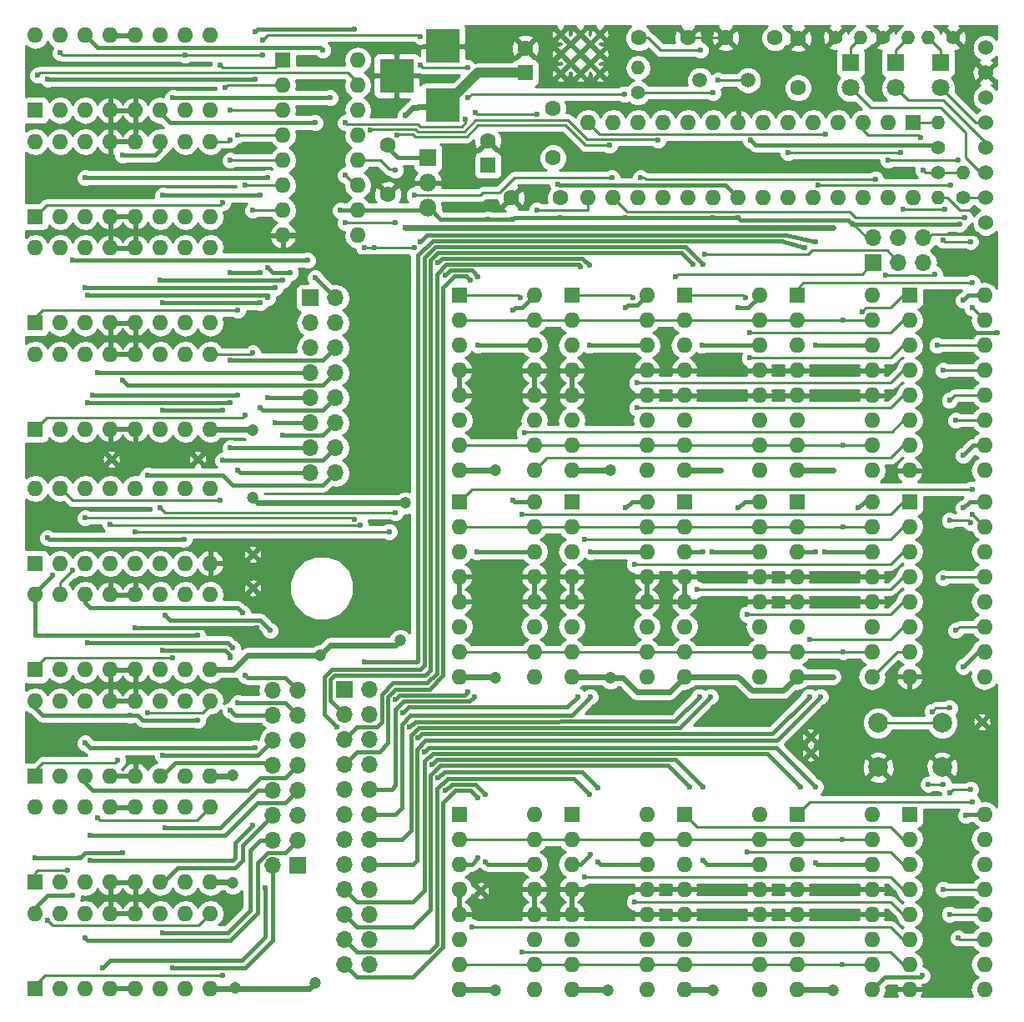
<source format=gbr>
G04 #@! TF.FileFunction,Copper,L1,Top,Signal*
%FSLAX46Y46*%
G04 Gerber Fmt 4.6, Leading zero omitted, Abs format (unit mm)*
G04 Created by KiCad (PCBNEW 4.0.7-e2-6376~58~ubuntu16.04.1) date Wed Apr 25 13:41:01 2018*
%MOMM*%
%LPD*%
G01*
G04 APERTURE LIST*
%ADD10C,0.100000*%
%ADD11C,0.600000*%
%ADD12C,2.000000*%
%ADD13R,1.700000X1.700000*%
%ADD14O,1.700000X1.700000*%
%ADD15C,1.500000*%
%ADD16C,1.600000*%
%ADD17R,1.600000X1.600000*%
%ADD18R,1.800000X1.800000*%
%ADD19C,1.800000*%
%ADD20R,3.500000X3.500000*%
%ADD21O,1.600000X1.600000*%
%ADD22O,1.800000X1.800000*%
%ADD23C,1.400000*%
%ADD24O,1.400000X1.400000*%
%ADD25C,1.524000*%
%ADD26C,1.200000*%
%ADD27C,0.400000*%
%ADD28C,0.250000*%
%ADD29C,0.600000*%
%ADD30C,1.000000*%
%ADD31C,0.254000*%
G04 APERTURE END LIST*
D10*
D11*
X84010000Y-30543000D03*
X82010000Y-30543000D03*
X80010000Y-30543000D03*
X83010000Y-29543000D03*
X81010000Y-29543000D03*
X84010000Y-28543000D03*
X82010000Y-28543000D03*
X80010000Y-28543000D03*
X83010000Y-27543000D03*
X81010000Y-27543000D03*
X84010000Y-26543000D03*
X82010000Y-26543000D03*
X80010000Y-26543000D03*
X43180000Y-69723000D03*
X34417000Y-69723000D03*
X48768000Y-82804000D03*
X48768000Y-79375000D03*
X71882000Y-113538000D03*
X122809000Y-96393000D03*
X105410000Y-97917000D03*
D12*
X112268000Y-101020000D03*
X112268000Y-96520000D03*
X118768000Y-101020000D03*
X118768000Y-96520000D03*
D13*
X53340000Y-110998000D03*
D14*
X50800000Y-110998000D03*
X53340000Y-108458000D03*
X50800000Y-108458000D03*
X53340000Y-105918000D03*
X50800000Y-105918000D03*
X53340000Y-103378000D03*
X50800000Y-103378000D03*
X53340000Y-100838000D03*
X50800000Y-100838000D03*
X53340000Y-98298000D03*
X50800000Y-98298000D03*
X53340000Y-95758000D03*
X50800000Y-95758000D03*
X53340000Y-93218000D03*
X50800000Y-93218000D03*
D15*
X99060000Y-31242000D03*
X94180000Y-31242000D03*
D16*
X79248000Y-39116000D03*
X79248000Y-34116000D03*
D13*
X111760000Y-49784000D03*
D14*
X111760000Y-47244000D03*
X114300000Y-49784000D03*
X114300000Y-47244000D03*
X116840000Y-49784000D03*
X116840000Y-47244000D03*
D16*
X92964000Y-26924000D03*
X87964000Y-26924000D03*
X96774000Y-26924000D03*
X101774000Y-26924000D03*
X80010000Y-43180000D03*
X75010000Y-43180000D03*
X104140000Y-32004000D03*
X104140000Y-27004000D03*
D17*
X76454000Y-30480000D03*
D16*
X76454000Y-27980000D03*
D18*
X114046000Y-29464000D03*
D19*
X114046000Y-32004000D03*
D18*
X109474000Y-29464000D03*
D19*
X109474000Y-32004000D03*
D18*
X118618000Y-29464000D03*
D19*
X118618000Y-32004000D03*
D13*
X54610000Y-53340000D03*
D14*
X57150000Y-53340000D03*
X54610000Y-55880000D03*
X57150000Y-55880000D03*
X54610000Y-58420000D03*
X57150000Y-58420000D03*
X54610000Y-60960000D03*
X57150000Y-60960000D03*
X54610000Y-63500000D03*
X57150000Y-63500000D03*
X54610000Y-66040000D03*
X57150000Y-66040000D03*
X54610000Y-68580000D03*
X57150000Y-68580000D03*
X54610000Y-71120000D03*
X57150000Y-71120000D03*
D20*
X68072000Y-33782000D03*
X68072000Y-27782000D03*
X63372000Y-30782000D03*
D17*
X72644000Y-39878000D03*
D16*
X72644000Y-37378000D03*
X62484000Y-37846000D03*
X62484000Y-42846000D03*
D17*
X115443000Y-53086000D03*
D21*
X123063000Y-70866000D03*
X115443000Y-55626000D03*
X123063000Y-68326000D03*
X115443000Y-58166000D03*
X123063000Y-65786000D03*
X115443000Y-60706000D03*
X123063000Y-63246000D03*
X115443000Y-63246000D03*
X123063000Y-60706000D03*
X115443000Y-65786000D03*
X123063000Y-58166000D03*
X115443000Y-68326000D03*
X123063000Y-55626000D03*
X115443000Y-70866000D03*
X123063000Y-53086000D03*
D17*
X51816000Y-29210000D03*
D21*
X59436000Y-46990000D03*
X51816000Y-31750000D03*
X59436000Y-44450000D03*
X51816000Y-34290000D03*
X59436000Y-41910000D03*
X51816000Y-36830000D03*
X59436000Y-39370000D03*
X51816000Y-39370000D03*
X59436000Y-36830000D03*
X51816000Y-41910000D03*
X59436000Y-34290000D03*
X51816000Y-44450000D03*
X59436000Y-31750000D03*
X51816000Y-46990000D03*
X59436000Y-29210000D03*
D17*
X104013000Y-53086000D03*
D21*
X111633000Y-70866000D03*
X104013000Y-55626000D03*
X111633000Y-68326000D03*
X104013000Y-58166000D03*
X111633000Y-65786000D03*
X104013000Y-60706000D03*
X111633000Y-63246000D03*
X104013000Y-63246000D03*
X111633000Y-60706000D03*
X104013000Y-65786000D03*
X111633000Y-58166000D03*
X104013000Y-68326000D03*
X111633000Y-55626000D03*
X104013000Y-70866000D03*
X111633000Y-53086000D03*
D17*
X92583000Y-74041000D03*
D21*
X100203000Y-91821000D03*
X92583000Y-76581000D03*
X100203000Y-89281000D03*
X92583000Y-79121000D03*
X100203000Y-86741000D03*
X92583000Y-81661000D03*
X100203000Y-84201000D03*
X92583000Y-84201000D03*
X100203000Y-81661000D03*
X92583000Y-86741000D03*
X100203000Y-79121000D03*
X92583000Y-89281000D03*
X100203000Y-76581000D03*
X92583000Y-91821000D03*
X100203000Y-74041000D03*
D17*
X26670000Y-34290000D03*
D21*
X44450000Y-26670000D03*
X29210000Y-34290000D03*
X41910000Y-26670000D03*
X31750000Y-34290000D03*
X39370000Y-26670000D03*
X34290000Y-34290000D03*
X36830000Y-26670000D03*
X36830000Y-34290000D03*
X34290000Y-26670000D03*
X39370000Y-34290000D03*
X31750000Y-26670000D03*
X41910000Y-34290000D03*
X29210000Y-26670000D03*
X44450000Y-34290000D03*
X26670000Y-26670000D03*
D17*
X26670000Y-123495758D03*
D21*
X44450000Y-115875758D03*
X29210000Y-123495758D03*
X41910000Y-115875758D03*
X31750000Y-123495758D03*
X39370000Y-115875758D03*
X34290000Y-123495758D03*
X36830000Y-115875758D03*
X36830000Y-123495758D03*
X34290000Y-115875758D03*
X39370000Y-123495758D03*
X31750000Y-115875758D03*
X41910000Y-123495758D03*
X29210000Y-115875758D03*
X44450000Y-123495758D03*
X26670000Y-115875758D03*
D17*
X115443000Y-74041000D03*
D21*
X123063000Y-91821000D03*
X115443000Y-76581000D03*
X123063000Y-89281000D03*
X115443000Y-79121000D03*
X123063000Y-86741000D03*
X115443000Y-81661000D03*
X123063000Y-84201000D03*
X115443000Y-84201000D03*
X123063000Y-81661000D03*
X115443000Y-86741000D03*
X123063000Y-79121000D03*
X115443000Y-89281000D03*
X123063000Y-76581000D03*
X115443000Y-91821000D03*
X123063000Y-74041000D03*
D17*
X26670000Y-80315758D03*
D21*
X44450000Y-72695758D03*
X29210000Y-80315758D03*
X41910000Y-72695758D03*
X31750000Y-80315758D03*
X39370000Y-72695758D03*
X34290000Y-80315758D03*
X36830000Y-72695758D03*
X36830000Y-80315758D03*
X34290000Y-72695758D03*
X39370000Y-80315758D03*
X31750000Y-72695758D03*
X41910000Y-80315758D03*
X29210000Y-72695758D03*
X44450000Y-80315758D03*
X26670000Y-72695758D03*
D17*
X92583000Y-53086000D03*
D21*
X100203000Y-70866000D03*
X92583000Y-55626000D03*
X100203000Y-68326000D03*
X92583000Y-58166000D03*
X100203000Y-65786000D03*
X92583000Y-60706000D03*
X100203000Y-63246000D03*
X92583000Y-63246000D03*
X100203000Y-60706000D03*
X92583000Y-65786000D03*
X100203000Y-58166000D03*
X92583000Y-68326000D03*
X100203000Y-55626000D03*
X92583000Y-70866000D03*
X100203000Y-53086000D03*
D17*
X104013000Y-74041000D03*
D21*
X111633000Y-91821000D03*
X104013000Y-76581000D03*
X111633000Y-89281000D03*
X104013000Y-79121000D03*
X111633000Y-86741000D03*
X104013000Y-81661000D03*
X111633000Y-84201000D03*
X104013000Y-84201000D03*
X111633000Y-81661000D03*
X104013000Y-86741000D03*
X111633000Y-79121000D03*
X104013000Y-89281000D03*
X111633000Y-76581000D03*
X104013000Y-91821000D03*
X111633000Y-74041000D03*
D17*
X26670000Y-45085000D03*
D21*
X44450000Y-37465000D03*
X29210000Y-45085000D03*
X41910000Y-37465000D03*
X31750000Y-45085000D03*
X39370000Y-37465000D03*
X34290000Y-45085000D03*
X36830000Y-37465000D03*
X36830000Y-45085000D03*
X34290000Y-37465000D03*
X39370000Y-45085000D03*
X31750000Y-37465000D03*
X41910000Y-45085000D03*
X29210000Y-37465000D03*
X44450000Y-45085000D03*
X26670000Y-37465000D03*
D17*
X26670000Y-112700758D03*
D21*
X44450000Y-105080758D03*
X29210000Y-112700758D03*
X41910000Y-105080758D03*
X31750000Y-112700758D03*
X39370000Y-105080758D03*
X34290000Y-112700758D03*
X36830000Y-105080758D03*
X36830000Y-112700758D03*
X34290000Y-105080758D03*
X39370000Y-112700758D03*
X31750000Y-105080758D03*
X41910000Y-112700758D03*
X29210000Y-105080758D03*
X44450000Y-112700758D03*
X26670000Y-105080758D03*
D17*
X115443000Y-105791000D03*
D21*
X123063000Y-123571000D03*
X115443000Y-108331000D03*
X123063000Y-121031000D03*
X115443000Y-110871000D03*
X123063000Y-118491000D03*
X115443000Y-113411000D03*
X123063000Y-115951000D03*
X115443000Y-115951000D03*
X123063000Y-113411000D03*
X115443000Y-118491000D03*
X123063000Y-110871000D03*
X115443000Y-121031000D03*
X123063000Y-108331000D03*
X115443000Y-123571000D03*
X123063000Y-105791000D03*
D17*
X81153000Y-53086000D03*
D21*
X88773000Y-70866000D03*
X81153000Y-55626000D03*
X88773000Y-68326000D03*
X81153000Y-58166000D03*
X88773000Y-65786000D03*
X81153000Y-60706000D03*
X88773000Y-63246000D03*
X81153000Y-63246000D03*
X88773000Y-60706000D03*
X81153000Y-65786000D03*
X88773000Y-58166000D03*
X81153000Y-68326000D03*
X88773000Y-55626000D03*
X81153000Y-70866000D03*
X88773000Y-53086000D03*
D17*
X104013000Y-105791000D03*
D21*
X111633000Y-123571000D03*
X104013000Y-108331000D03*
X111633000Y-121031000D03*
X104013000Y-110871000D03*
X111633000Y-118491000D03*
X104013000Y-113411000D03*
X111633000Y-115951000D03*
X104013000Y-115951000D03*
X111633000Y-113411000D03*
X104013000Y-118491000D03*
X111633000Y-110871000D03*
X104013000Y-121031000D03*
X111633000Y-108331000D03*
X104013000Y-123571000D03*
X111633000Y-105791000D03*
D17*
X26670000Y-55880000D03*
D21*
X44450000Y-48260000D03*
X29210000Y-55880000D03*
X41910000Y-48260000D03*
X31750000Y-55880000D03*
X39370000Y-48260000D03*
X34290000Y-55880000D03*
X36830000Y-48260000D03*
X36830000Y-55880000D03*
X34290000Y-48260000D03*
X39370000Y-55880000D03*
X31750000Y-48260000D03*
X41910000Y-55880000D03*
X29210000Y-48260000D03*
X44450000Y-55880000D03*
X26670000Y-48260000D03*
D17*
X26670000Y-101905758D03*
D21*
X44450000Y-94285758D03*
X29210000Y-101905758D03*
X41910000Y-94285758D03*
X31750000Y-101905758D03*
X39370000Y-94285758D03*
X34290000Y-101905758D03*
X36830000Y-94285758D03*
X36830000Y-101905758D03*
X34290000Y-94285758D03*
X39370000Y-101905758D03*
X31750000Y-94285758D03*
X41910000Y-101905758D03*
X29210000Y-94285758D03*
X44450000Y-101905758D03*
X26670000Y-94285758D03*
D17*
X69723000Y-53086000D03*
D21*
X77343000Y-70866000D03*
X69723000Y-55626000D03*
X77343000Y-68326000D03*
X69723000Y-58166000D03*
X77343000Y-65786000D03*
X69723000Y-60706000D03*
X77343000Y-63246000D03*
X69723000Y-63246000D03*
X77343000Y-60706000D03*
X69723000Y-65786000D03*
X77343000Y-58166000D03*
X69723000Y-68326000D03*
X77343000Y-55626000D03*
X69723000Y-70866000D03*
X77343000Y-53086000D03*
D17*
X92583000Y-105791000D03*
D21*
X100203000Y-123571000D03*
X92583000Y-108331000D03*
X100203000Y-121031000D03*
X92583000Y-110871000D03*
X100203000Y-118491000D03*
X92583000Y-113411000D03*
X100203000Y-115951000D03*
X92583000Y-115951000D03*
X100203000Y-113411000D03*
X92583000Y-118491000D03*
X100203000Y-110871000D03*
X92583000Y-121031000D03*
X100203000Y-108331000D03*
X92583000Y-123571000D03*
X100203000Y-105791000D03*
D17*
X26670000Y-66675000D03*
D21*
X44450000Y-59055000D03*
X29210000Y-66675000D03*
X41910000Y-59055000D03*
X31750000Y-66675000D03*
X39370000Y-59055000D03*
X34290000Y-66675000D03*
X36830000Y-59055000D03*
X36830000Y-66675000D03*
X34290000Y-59055000D03*
X39370000Y-66675000D03*
X31750000Y-59055000D03*
X41910000Y-66675000D03*
X29210000Y-59055000D03*
X44450000Y-66675000D03*
X26670000Y-59055000D03*
D17*
X26670000Y-91110758D03*
D21*
X44450000Y-83490758D03*
X29210000Y-91110758D03*
X41910000Y-83490758D03*
X31750000Y-91110758D03*
X39370000Y-83490758D03*
X34290000Y-91110758D03*
X36830000Y-83490758D03*
X36830000Y-91110758D03*
X34290000Y-83490758D03*
X39370000Y-91110758D03*
X31750000Y-83490758D03*
X41910000Y-91110758D03*
X29210000Y-83490758D03*
X44450000Y-91110758D03*
X26670000Y-83490758D03*
D17*
X69723000Y-74041000D03*
D21*
X77343000Y-91821000D03*
X69723000Y-76581000D03*
X77343000Y-89281000D03*
X69723000Y-79121000D03*
X77343000Y-86741000D03*
X69723000Y-81661000D03*
X77343000Y-84201000D03*
X69723000Y-84201000D03*
X77343000Y-81661000D03*
X69723000Y-86741000D03*
X77343000Y-79121000D03*
X69723000Y-89281000D03*
X77343000Y-76581000D03*
X69723000Y-91821000D03*
X77343000Y-74041000D03*
D17*
X81153000Y-105791000D03*
D21*
X88773000Y-123571000D03*
X81153000Y-108331000D03*
X88773000Y-121031000D03*
X81153000Y-110871000D03*
X88773000Y-118491000D03*
X81153000Y-113411000D03*
X88773000Y-115951000D03*
X81153000Y-115951000D03*
X88773000Y-113411000D03*
X81153000Y-118491000D03*
X88773000Y-110871000D03*
X81153000Y-121031000D03*
X88773000Y-108331000D03*
X81153000Y-123571000D03*
X88773000Y-105791000D03*
D17*
X81153000Y-74041000D03*
D21*
X88773000Y-91821000D03*
X81153000Y-76581000D03*
X88773000Y-89281000D03*
X81153000Y-79121000D03*
X88773000Y-86741000D03*
X81153000Y-81661000D03*
X88773000Y-84201000D03*
X81153000Y-84201000D03*
X88773000Y-81661000D03*
X81153000Y-86741000D03*
X88773000Y-79121000D03*
X81153000Y-89281000D03*
X88773000Y-76581000D03*
X81153000Y-91821000D03*
X88773000Y-74041000D03*
D17*
X69723000Y-105791000D03*
D21*
X77343000Y-123571000D03*
X69723000Y-108331000D03*
X77343000Y-121031000D03*
X69723000Y-110871000D03*
X77343000Y-118491000D03*
X69723000Y-113411000D03*
X77343000Y-115951000D03*
X69723000Y-115951000D03*
X77343000Y-113411000D03*
X69723000Y-118491000D03*
X77343000Y-110871000D03*
X69723000Y-121031000D03*
X77343000Y-108331000D03*
X69723000Y-123571000D03*
X77343000Y-105791000D03*
D17*
X115824000Y-35560000D03*
D21*
X82804000Y-43180000D03*
X113284000Y-35560000D03*
X85344000Y-43180000D03*
X110744000Y-35560000D03*
X87884000Y-43180000D03*
X108204000Y-35560000D03*
X90424000Y-43180000D03*
X105664000Y-35560000D03*
X92964000Y-43180000D03*
X103124000Y-35560000D03*
X95504000Y-43180000D03*
X100584000Y-35560000D03*
X98044000Y-43180000D03*
X98044000Y-35560000D03*
X100584000Y-43180000D03*
X95504000Y-35560000D03*
X103124000Y-43180000D03*
X92964000Y-35560000D03*
X105664000Y-43180000D03*
X90424000Y-35560000D03*
X108204000Y-43180000D03*
X87884000Y-35560000D03*
X110744000Y-43180000D03*
X85344000Y-35560000D03*
X113284000Y-43180000D03*
X82804000Y-35560000D03*
X115824000Y-43180000D03*
D18*
X66548000Y-39116000D03*
D22*
X66548000Y-41656000D03*
X66548000Y-44196000D03*
D23*
X120904000Y-43180000D03*
D24*
X120904000Y-40640000D03*
D23*
X118364000Y-40640000D03*
D24*
X118364000Y-43180000D03*
D23*
X119888000Y-26924000D03*
D24*
X117348000Y-26924000D03*
D23*
X112776000Y-26924000D03*
D24*
X115316000Y-26924000D03*
D23*
X107950000Y-26924000D03*
D24*
X110490000Y-26924000D03*
D23*
X118364000Y-38100000D03*
D24*
X118364000Y-35560000D03*
D23*
X87884000Y-32512000D03*
D24*
X87884000Y-29972000D03*
D11*
X105410000Y-99568000D03*
D25*
X123190000Y-27940000D03*
X123190000Y-30480000D03*
X123190000Y-33020000D03*
X123190000Y-35560000D03*
X123190000Y-38100000D03*
X123190000Y-40640000D03*
X123190000Y-43180000D03*
X123190000Y-45720000D03*
D13*
X58039000Y-93091000D03*
D14*
X60579000Y-93091000D03*
X58039000Y-95631000D03*
X60579000Y-95631000D03*
X58039000Y-98171000D03*
X60579000Y-98171000D03*
X58039000Y-100711000D03*
X60579000Y-100711000D03*
X58039000Y-103251000D03*
X60579000Y-103251000D03*
X58039000Y-105791000D03*
X60579000Y-105791000D03*
X58039000Y-108331000D03*
X60579000Y-108331000D03*
X58039000Y-110871000D03*
X60579000Y-110871000D03*
X58039000Y-113411000D03*
X60579000Y-113411000D03*
X58039000Y-115951000D03*
X60579000Y-115951000D03*
X58039000Y-118491000D03*
X60579000Y-118491000D03*
X58039000Y-121031000D03*
X60579000Y-121031000D03*
D11*
X95504000Y-45212000D03*
X27940000Y-31115000D03*
X59055000Y-26035000D03*
X49022000Y-26289000D03*
X49022000Y-31115000D03*
X57658000Y-44450000D03*
X27940000Y-77724000D03*
X41783000Y-77851000D03*
X120904000Y-69342000D03*
X120904000Y-90805000D03*
X99314000Y-37338000D03*
X80010000Y-45212000D03*
X72644000Y-45339000D03*
X75184000Y-45339000D03*
X86614000Y-45212000D03*
X98044000Y-45212000D03*
X120523000Y-45847000D03*
X109728000Y-45847000D03*
X120904000Y-53594000D03*
X120904000Y-74676000D03*
X121158000Y-105918000D03*
X110236000Y-74676000D03*
X98044000Y-54356000D03*
X98044000Y-74676000D03*
X86614000Y-54356000D03*
X86614000Y-74676000D03*
X75184000Y-54610000D03*
X75184000Y-73914000D03*
X43180000Y-87630000D03*
X43180000Y-96266000D03*
X36322000Y-95758000D03*
X35560000Y-109728000D03*
X30480000Y-114046000D03*
X31242000Y-110236000D03*
X26670000Y-110236000D03*
X28448000Y-81534000D03*
X61722000Y-49149000D03*
X34290000Y-97409000D03*
X124333000Y-56896000D03*
X49149000Y-86868000D03*
X36830000Y-86868000D03*
X122301000Y-46863000D03*
X121920000Y-44450000D03*
X107696000Y-91821000D03*
X107696000Y-70866000D03*
X96266000Y-70866000D03*
X64262000Y-34798000D03*
X107696000Y-46228000D03*
D26*
X107696000Y-123698000D03*
X95504000Y-123698000D03*
D11*
X96266000Y-46232994D03*
X85090000Y-46228000D03*
X73406000Y-46228000D03*
X64262000Y-46228000D03*
D26*
X85090000Y-70866000D03*
X85090000Y-91948000D03*
X84836000Y-123698000D03*
X73406000Y-70866000D03*
X73406000Y-91948000D03*
X73406000Y-123698000D03*
X64262000Y-74168000D03*
X48768000Y-73660000D03*
X48768000Y-66802000D03*
X46736000Y-101854000D03*
X46990000Y-123444000D03*
X46736000Y-112776000D03*
X63754000Y-88138000D03*
X55626000Y-89662000D03*
X55118000Y-122936000D03*
D11*
X95504000Y-32512000D03*
X96012000Y-31242000D03*
X94234000Y-28194000D03*
X79756000Y-41783000D03*
X104775000Y-48260000D03*
X60071000Y-90297000D03*
X105918000Y-58166000D03*
X105918000Y-47625000D03*
X65786000Y-47625000D03*
X93472000Y-49911000D03*
X94361000Y-58166000D03*
X94488000Y-49911000D03*
X57277000Y-96901000D03*
X82042000Y-50165000D03*
X82931000Y-50038000D03*
X82931000Y-58166000D03*
X67564000Y-49784000D03*
X70866000Y-51562000D03*
X71628000Y-58166000D03*
X71628000Y-51181000D03*
X68326000Y-51054000D03*
X70612000Y-93345000D03*
X63246000Y-94107000D03*
X71247000Y-93853000D03*
X71501000Y-79121000D03*
X81788000Y-93853000D03*
X64008000Y-95504000D03*
X83058000Y-93853000D03*
X83058000Y-79121000D03*
X94488000Y-79121000D03*
X94107000Y-93853000D03*
X64643000Y-96901000D03*
X95377000Y-79121000D03*
X95250000Y-93853000D03*
X105918000Y-79121000D03*
X105283000Y-93853000D03*
X65532000Y-98044000D03*
X106807000Y-79121000D03*
X106426000Y-93853000D03*
X104394000Y-102997000D03*
X66167000Y-99441000D03*
X105918000Y-102997000D03*
X105918000Y-110744000D03*
X93091000Y-102997000D03*
X66929000Y-100711000D03*
X94488000Y-102997000D03*
X94488000Y-110490000D03*
X83058000Y-109855000D03*
X82931000Y-103759000D03*
X83820000Y-110617000D03*
X83820000Y-103124000D03*
X67564000Y-102108000D03*
X71628000Y-110236000D03*
X71628000Y-104140000D03*
X72390000Y-110617000D03*
X72390000Y-103759000D03*
X68326000Y-103378000D03*
X30480000Y-49530000D03*
X54356000Y-49530000D03*
X55118000Y-35560000D03*
X55118000Y-51308000D03*
X55880000Y-28194000D03*
X56642000Y-33020000D03*
X40640000Y-33020000D03*
X52578000Y-50800000D03*
X50292000Y-50292000D03*
X50292000Y-41148000D03*
X31750000Y-41148000D03*
X46482000Y-59690000D03*
X46482000Y-50800000D03*
X49530000Y-50800000D03*
X49530000Y-42926000D03*
X39624000Y-42926000D03*
X33020000Y-60960000D03*
X35560000Y-61722000D03*
X35560000Y-38862000D03*
X50292000Y-63500000D03*
X50292000Y-53340000D03*
X32004000Y-53086000D03*
X49530000Y-64516000D03*
X49530000Y-53848000D03*
X39624000Y-53848000D03*
X51054000Y-66040000D03*
X51054000Y-52324000D03*
X31750000Y-52324000D03*
X51816000Y-67310000D03*
X51816000Y-51562000D03*
X39370000Y-51562000D03*
X46482000Y-68580000D03*
X46482000Y-64008000D03*
X32004000Y-64008000D03*
X45720000Y-69850000D03*
X45720000Y-64770000D03*
X39624000Y-64770000D03*
X47244000Y-70866000D03*
X47244000Y-63246000D03*
X32512000Y-63246000D03*
X38100000Y-71374000D03*
X33528000Y-121412000D03*
X50038000Y-113284000D03*
X40640000Y-121412000D03*
X31750000Y-118364000D03*
X39624000Y-117856000D03*
X48768000Y-106934000D03*
X32258000Y-110490000D03*
X32258000Y-107950000D03*
X39878000Y-107188000D03*
X31750000Y-98552000D03*
X49022000Y-99060000D03*
X39624000Y-99822000D03*
X47244000Y-94488000D03*
X46736000Y-88900000D03*
X32004000Y-88392000D03*
X46482000Y-95250000D03*
X46482000Y-89916000D03*
X39624000Y-89154000D03*
X48006000Y-91694000D03*
X47752000Y-85344000D03*
X50546000Y-87122000D03*
X39878000Y-85598000D03*
X91694000Y-51181000D03*
X94615000Y-48895000D03*
X88138000Y-41148000D03*
X112014000Y-41275000D03*
X116586000Y-37084000D03*
X116840000Y-40386000D03*
X110617000Y-54737000D03*
X99187000Y-56896000D03*
X98806000Y-53340000D03*
X99187000Y-59436000D03*
X106172000Y-41910000D03*
X119634000Y-41910000D03*
X120142000Y-65786000D03*
X120142000Y-87122000D03*
X120396000Y-118364000D03*
X87757000Y-61976000D03*
X87376000Y-53340000D03*
X103124000Y-38608000D03*
X114554000Y-38608000D03*
X114808000Y-44323000D03*
X118999000Y-44323000D03*
X119507000Y-63754000D03*
X119507000Y-75946000D03*
X121666000Y-76200000D03*
X119507000Y-115951000D03*
X119507000Y-103632000D03*
X121666000Y-103251000D03*
X87757000Y-64516000D03*
X61087000Y-48260000D03*
X85217000Y-41148000D03*
X65151000Y-42926000D03*
X65151000Y-48260000D03*
X60071000Y-48260000D03*
X59690000Y-76454000D03*
X34290000Y-76327000D03*
X121031000Y-45212000D03*
X121666000Y-47625000D03*
X118872000Y-47498000D03*
X118872000Y-60706000D03*
X118872000Y-81788000D03*
X119507000Y-94996000D03*
X117729000Y-95377000D03*
X117348000Y-102743000D03*
X118872000Y-102743000D03*
X118872000Y-113411000D03*
X76327000Y-67056000D03*
X75946000Y-53340000D03*
X118237000Y-58166000D03*
X113030000Y-51054000D03*
X117983000Y-50927000D03*
X121793000Y-51816000D03*
X121793000Y-54356000D03*
X45466000Y-29718000D03*
X31750000Y-75692000D03*
X59055000Y-75819000D03*
X45720000Y-43688000D03*
X45974000Y-32004000D03*
X46482000Y-37338000D03*
X46482000Y-34290000D03*
X86487000Y-32639000D03*
X70612000Y-33020000D03*
X70358000Y-35179000D03*
X58166000Y-35560000D03*
X58166000Y-40894000D03*
X58166000Y-45720000D03*
X63246000Y-45720000D03*
X63246000Y-75184000D03*
X39370000Y-74676000D03*
X47244000Y-54610000D03*
X47244000Y-36830000D03*
X63246000Y-40386000D03*
X84963000Y-37846000D03*
X63373000Y-36830000D03*
X62611000Y-77089000D03*
X36830000Y-77089000D03*
X46482000Y-39370000D03*
X48006000Y-65278000D03*
X48006000Y-41910000D03*
X60706000Y-36322000D03*
X89916000Y-37338000D03*
X48768000Y-58928000D03*
X48768000Y-44450000D03*
X26924000Y-30734000D03*
X106934000Y-36703000D03*
X108712000Y-55626000D03*
X108712000Y-68326000D03*
X108712000Y-76581000D03*
X108712000Y-89281000D03*
X108585000Y-108331000D03*
X108585000Y-121031000D03*
X93853000Y-82931000D03*
X98933000Y-85471000D03*
X77597000Y-44450000D03*
X77597000Y-34671000D03*
X71374000Y-34544000D03*
X70612000Y-29972000D03*
X65786000Y-29718000D03*
X65786000Y-26797000D03*
X49784000Y-27178000D03*
X49784000Y-28702000D03*
X29210000Y-28448000D03*
X41910000Y-28702000D03*
X30480000Y-81026000D03*
X45466000Y-73914000D03*
X45720000Y-122174000D03*
X27940000Y-116586000D03*
X76073000Y-75311000D03*
X82423000Y-77851000D03*
X87503000Y-80391000D03*
X105283000Y-88011000D03*
X121793000Y-72771000D03*
X121793000Y-75311000D03*
X29972000Y-111506000D03*
X33020000Y-106172000D03*
X35052000Y-100330000D03*
X38100000Y-95504000D03*
X40640000Y-89916000D03*
X116713000Y-122174000D03*
X98933000Y-109601000D03*
X82423000Y-112141000D03*
X87503000Y-114681000D03*
X70993000Y-117221000D03*
X76073000Y-119761000D03*
X121793000Y-104521000D03*
X120396000Y-39370000D03*
X113284000Y-39370000D03*
D27*
X49276000Y-26035000D02*
X59055000Y-26035000D01*
X49022000Y-26289000D02*
X49276000Y-26035000D01*
X49022000Y-31115000D02*
X27940000Y-31115000D01*
X59436000Y-44450000D02*
X57658000Y-44450000D01*
X59436000Y-44450000D02*
X66294000Y-44450000D01*
X66294000Y-44450000D02*
X66548000Y-44196000D01*
X28067000Y-77851000D02*
X41783000Y-77851000D01*
X28067000Y-77851000D02*
X27940000Y-77724000D01*
D28*
X111760000Y-47244000D02*
X111125000Y-47244000D01*
X111125000Y-47244000D02*
X109728000Y-45847000D01*
D27*
X109728000Y-45847000D02*
X109601000Y-45847000D01*
X98298000Y-45466000D02*
X98044000Y-45212000D01*
X98298000Y-45466000D02*
X99187000Y-45466000D01*
X109220000Y-45466000D02*
X99187000Y-45466000D01*
X109601000Y-45847000D02*
X109220000Y-45466000D01*
X123063000Y-68326000D02*
X121920000Y-68326000D01*
X121920000Y-68326000D02*
X120904000Y-69342000D01*
X120904000Y-90805000D02*
X122428000Y-89281000D01*
X122428000Y-89281000D02*
X123063000Y-89281000D01*
X118110000Y-37846000D02*
X99822000Y-37846000D01*
X99822000Y-37846000D02*
X99314000Y-37338000D01*
X118110000Y-37846000D02*
X118364000Y-38100000D01*
X66548000Y-44196000D02*
X66675000Y-44196000D01*
X66675000Y-44196000D02*
X67818000Y-45339000D01*
X67818000Y-45339000D02*
X72644000Y-45339000D01*
X72644000Y-45339000D02*
X75184000Y-45339000D01*
X75311000Y-45212000D02*
X80010000Y-45212000D01*
X80010000Y-45212000D02*
X86614000Y-45212000D01*
X75184000Y-45339000D02*
X75311000Y-45212000D01*
X98044000Y-45212000D02*
X95504000Y-45212000D01*
X95504000Y-45212000D02*
X86868000Y-45212000D01*
X109601000Y-45720000D02*
X109728000Y-45847000D01*
X120523000Y-45847000D02*
X109728000Y-45847000D01*
X121412000Y-53086000D02*
X123063000Y-53086000D01*
X120904000Y-53594000D02*
X121412000Y-53086000D01*
X121539000Y-74041000D02*
X123063000Y-74041000D01*
X120904000Y-74676000D02*
X121539000Y-74041000D01*
X121158000Y-105918000D02*
X121285000Y-105791000D01*
X121285000Y-105791000D02*
X123063000Y-105791000D01*
X110236000Y-74676000D02*
X110871000Y-74041000D01*
X110871000Y-74041000D02*
X111633000Y-74041000D01*
X99060000Y-54356000D02*
X100203000Y-53213000D01*
X98044000Y-54356000D02*
X99060000Y-54356000D01*
X100203000Y-53213000D02*
X100203000Y-53086000D01*
X98044000Y-74676000D02*
X98679000Y-74041000D01*
X98679000Y-74041000D02*
X100203000Y-74041000D01*
X87757000Y-54102000D02*
X88773000Y-53086000D01*
X86614000Y-54356000D02*
X86868000Y-54102000D01*
X86868000Y-54102000D02*
X87757000Y-54102000D01*
X87249000Y-74041000D02*
X88773000Y-74041000D01*
X86614000Y-74676000D02*
X87249000Y-74041000D01*
X76073000Y-54356000D02*
X77343000Y-53086000D01*
X75438000Y-54356000D02*
X76073000Y-54356000D01*
X75184000Y-54610000D02*
X75438000Y-54356000D01*
X75184000Y-73914000D02*
X75311000Y-74041000D01*
X75311000Y-74041000D02*
X77343000Y-74041000D01*
X36322000Y-95758000D02*
X37084000Y-95758000D01*
X26670000Y-87630000D02*
X26670000Y-83490758D01*
X43180000Y-87630000D02*
X26670000Y-87630000D01*
X37592000Y-96266000D02*
X43180000Y-96266000D01*
X37084000Y-95758000D02*
X37592000Y-96266000D01*
X31242000Y-110236000D02*
X31750000Y-109728000D01*
X27432000Y-95758000D02*
X26670000Y-94996000D01*
X36322000Y-95758000D02*
X27432000Y-95758000D01*
X31750000Y-109728000D02*
X35560000Y-109728000D01*
X26670000Y-94996000D02*
X26670000Y-94285758D01*
X26670000Y-115875758D02*
X26670000Y-115316000D01*
X26670000Y-115316000D02*
X27940000Y-114046000D01*
X27940000Y-114046000D02*
X30480000Y-114046000D01*
X31242000Y-110236000D02*
X26670000Y-110236000D01*
X28448000Y-81534000D02*
X26670000Y-83312000D01*
X26670000Y-83312000D02*
X26670000Y-83490758D01*
D29*
X51816000Y-46990000D02*
X56388000Y-46990000D01*
X58547000Y-49149000D02*
X61722000Y-49149000D01*
X56388000Y-46990000D02*
X58547000Y-49149000D01*
D27*
X34417000Y-97282000D02*
X47752000Y-97282000D01*
X34290000Y-97409000D02*
X34417000Y-97282000D01*
X117475000Y-56896000D02*
X117602000Y-56769000D01*
X124333000Y-56896000D02*
X117475000Y-56896000D01*
X36830000Y-86868000D02*
X49149000Y-86868000D01*
D28*
X118364000Y-43180000D02*
X119253000Y-43180000D01*
X117729000Y-46863000D02*
X117348000Y-47244000D01*
X122301000Y-46863000D02*
X117729000Y-46863000D01*
X120523000Y-44450000D02*
X121920000Y-44450000D01*
X119253000Y-43180000D02*
X120523000Y-44450000D01*
X117348000Y-47244000D02*
X116840000Y-47244000D01*
X96774000Y-26924000D02*
X92964000Y-26924000D01*
D29*
X107696000Y-91821000D02*
X104013000Y-91821000D01*
X107696000Y-70866000D02*
X104013000Y-70866000D01*
X96266000Y-70866000D02*
X92583000Y-70866000D01*
X92583000Y-91821000D02*
X98044000Y-91821000D01*
X98044000Y-91821000D02*
X99441000Y-93218000D01*
X99441000Y-93218000D02*
X102616000Y-93218000D01*
X102616000Y-93218000D02*
X104013000Y-91821000D01*
X85090000Y-91948000D02*
X86360000Y-91948000D01*
X91059000Y-93345000D02*
X92583000Y-91821000D01*
X87757000Y-93345000D02*
X91059000Y-93345000D01*
X86360000Y-91948000D02*
X87757000Y-93345000D01*
D27*
X62484000Y-37846000D02*
X62484000Y-38100000D01*
X62484000Y-38100000D02*
X63500000Y-39116000D01*
X63500000Y-39116000D02*
X66548000Y-39116000D01*
D30*
X68072000Y-33782000D02*
X68326000Y-33782000D01*
X68326000Y-33782000D02*
X71628000Y-30480000D01*
X71628000Y-30480000D02*
X76454000Y-30480000D01*
D29*
X65024000Y-34036000D02*
X68072000Y-33782000D01*
X64262000Y-34798000D02*
X65024000Y-34036000D01*
X107569000Y-123571000D02*
X107696000Y-123698000D01*
X104013000Y-123571000D02*
X107569000Y-123571000D01*
X107691006Y-46232994D02*
X96266000Y-46232994D01*
X107696000Y-46228000D02*
X107691006Y-46232994D01*
X85090000Y-46228000D02*
X96261006Y-46228000D01*
X95377000Y-123571000D02*
X95504000Y-123698000D01*
X95377000Y-123571000D02*
X92583000Y-123571000D01*
X96261006Y-46228000D02*
X96266000Y-46232994D01*
X73406000Y-46232994D02*
X73406000Y-46228000D01*
X85085006Y-46232994D02*
X73406000Y-46232994D01*
X85090000Y-46228000D02*
X85085006Y-46232994D01*
X73406000Y-46228000D02*
X64262000Y-46228000D01*
X85090000Y-70866000D02*
X81153000Y-70866000D01*
X81153000Y-123571000D02*
X84709000Y-123571000D01*
X84963000Y-91821000D02*
X81153000Y-91821000D01*
X85090000Y-91948000D02*
X84963000Y-91821000D01*
X84709000Y-123571000D02*
X84836000Y-123698000D01*
X73406000Y-70866000D02*
X69723000Y-70866000D01*
X69723000Y-123571000D02*
X73279000Y-123571000D01*
X73279000Y-91821000D02*
X69723000Y-91821000D01*
X73406000Y-91948000D02*
X73279000Y-91821000D01*
X73279000Y-123571000D02*
X73406000Y-123698000D01*
X44450000Y-66675000D02*
X48641000Y-66675000D01*
X49276000Y-74168000D02*
X64262000Y-74168000D01*
X48768000Y-73660000D02*
X49276000Y-74168000D01*
X48641000Y-66675000D02*
X48768000Y-66802000D01*
X44450000Y-91110758D02*
X46811242Y-91110758D01*
X48260000Y-89662000D02*
X55626000Y-89662000D01*
X46811242Y-91110758D02*
X48260000Y-89662000D01*
X46684242Y-101905758D02*
X44450000Y-101905758D01*
X46736000Y-101854000D02*
X46684242Y-101905758D01*
X44450000Y-112700758D02*
X46660758Y-112700758D01*
X46660758Y-112700758D02*
X46736000Y-112776000D01*
X46990000Y-123444000D02*
X46990000Y-123495758D01*
X46990000Y-123495758D02*
X46990000Y-123444000D01*
X46990000Y-123444000D02*
X46990000Y-123495758D01*
X44450000Y-123495758D02*
X46990000Y-123495758D01*
X46990000Y-123495758D02*
X54558242Y-123495758D01*
X55626000Y-89662000D02*
X56642000Y-88646000D01*
X56642000Y-88646000D02*
X63246000Y-88646000D01*
X63246000Y-88646000D02*
X63754000Y-88138000D01*
X54558242Y-123495758D02*
X55118000Y-122936000D01*
D28*
X87884000Y-32512000D02*
X95504000Y-32512000D01*
X99060000Y-31242000D02*
X96774000Y-31242000D01*
X96774000Y-31242000D02*
X96012000Y-31242000D01*
X88900000Y-26924000D02*
X87964000Y-26924000D01*
X90170000Y-28194000D02*
X88900000Y-26924000D01*
X94234000Y-28194000D02*
X90170000Y-28194000D01*
D27*
X96774000Y-41910000D02*
X98044000Y-43180000D01*
X79883000Y-41910000D02*
X96774000Y-41910000D01*
X79756000Y-41783000D02*
X79883000Y-41910000D01*
D28*
X118618000Y-29464000D02*
X118618000Y-28194000D01*
X118618000Y-28194000D02*
X117348000Y-26924000D01*
X123190000Y-35560000D02*
X122174000Y-35560000D01*
X122174000Y-35560000D02*
X118618000Y-32004000D01*
X114046000Y-29464000D02*
X114046000Y-28194000D01*
X114046000Y-28194000D02*
X115316000Y-26924000D01*
X123190000Y-38100000D02*
X123190000Y-37592000D01*
X123190000Y-37592000D02*
X118872000Y-33274000D01*
X118872000Y-33274000D02*
X115316000Y-33274000D01*
X115316000Y-33274000D02*
X114046000Y-32004000D01*
X109474000Y-29464000D02*
X109474000Y-27940000D01*
X109474000Y-27940000D02*
X110490000Y-26924000D01*
X123190000Y-40640000D02*
X122682000Y-40640000D01*
X122682000Y-40640000D02*
X121158000Y-39116000D01*
X121158000Y-39116000D02*
X121158000Y-36576000D01*
X121158000Y-36576000D02*
X118618000Y-34036000D01*
X118618000Y-34036000D02*
X111506000Y-34036000D01*
X111506000Y-34036000D02*
X109474000Y-32004000D01*
D27*
X67818000Y-47532998D02*
X67021002Y-47532998D01*
X102396998Y-47532998D02*
X67818000Y-47532998D01*
X104775000Y-48260000D02*
X102396998Y-47532998D01*
X65439998Y-90297000D02*
X60071000Y-90297000D01*
X65532000Y-90204998D02*
X65439998Y-90297000D01*
X65532000Y-49022000D02*
X65532000Y-90204998D01*
X67021002Y-47532998D02*
X65532000Y-49022000D01*
X67818000Y-46932996D02*
X66478004Y-46932996D01*
X105918000Y-47625000D02*
X102939996Y-46932996D01*
X102939996Y-46932996D02*
X67818000Y-46932996D01*
X111633000Y-58166000D02*
X108712000Y-58166000D01*
X108712000Y-58166000D02*
X105918000Y-58166000D01*
X66478004Y-46932996D02*
X65786000Y-47625000D01*
X92306994Y-48745994D02*
X67586006Y-48745994D01*
X93472000Y-49911000D02*
X92306994Y-48745994D01*
X56642000Y-94234000D02*
X58039000Y-95631000D01*
X56642000Y-92075000D02*
X56642000Y-94234000D01*
X57023000Y-91694000D02*
X56642000Y-92075000D01*
X66294000Y-91694000D02*
X57023000Y-91694000D01*
X66802000Y-91186000D02*
X66294000Y-91694000D01*
X66802000Y-49530000D02*
X66802000Y-91186000D01*
X67586006Y-48745994D02*
X66802000Y-49530000D01*
X67818000Y-48133000D02*
X67310000Y-48133000D01*
X94488000Y-49911000D02*
X92710000Y-48133000D01*
X92710000Y-48133000D02*
X67818000Y-48133000D01*
X100203000Y-58166000D02*
X94361000Y-58166000D01*
X56007000Y-95631000D02*
X57277000Y-96901000D01*
X56007000Y-91821000D02*
X56007000Y-95631000D01*
X56769000Y-91059000D02*
X56007000Y-91821000D01*
X65786000Y-91059000D02*
X56769000Y-91059000D01*
X66167000Y-90678000D02*
X65786000Y-91059000D01*
X66167000Y-49276000D02*
X66167000Y-90678000D01*
X67310000Y-48133000D02*
X66167000Y-49276000D01*
X81880002Y-49945998D02*
X68418002Y-49945998D01*
X82042000Y-50165000D02*
X81880002Y-50003002D01*
X81880002Y-50003002D02*
X81880002Y-49945998D01*
X59309000Y-96901000D02*
X58039000Y-98171000D01*
X61341000Y-96901000D02*
X59309000Y-96901000D01*
X61849000Y-96393000D02*
X61341000Y-96901000D01*
X61849000Y-93599000D02*
X61849000Y-96393000D01*
X62992000Y-92456000D02*
X61849000Y-93599000D01*
X66455998Y-92456000D02*
X62992000Y-92456000D01*
X67437000Y-91474998D02*
X66455998Y-92456000D01*
X67437000Y-50927000D02*
X67437000Y-91474998D01*
X68418002Y-49945998D02*
X67437000Y-50927000D01*
X82238996Y-49345996D02*
X68002004Y-49345996D01*
X82931000Y-50038000D02*
X82238996Y-49345996D01*
X88773000Y-58166000D02*
X82931000Y-58166000D01*
X68002004Y-49345996D02*
X67564000Y-49784000D01*
X70450002Y-51146002D02*
X69249998Y-51146002D01*
X70866000Y-51562000D02*
X70450002Y-51146002D01*
X59309000Y-99441000D02*
X58039000Y-100711000D01*
X61595000Y-99441000D02*
X59309000Y-99441000D01*
X62484000Y-98552000D02*
X61595000Y-99441000D01*
X62484000Y-93853000D02*
X62484000Y-98552000D01*
X63246000Y-93091000D02*
X62484000Y-93853000D01*
X66675000Y-93091000D02*
X63246000Y-93091000D01*
X68072000Y-91694000D02*
X66675000Y-93091000D01*
X68072000Y-52324000D02*
X68072000Y-91694000D01*
X69249998Y-51146002D02*
X68072000Y-52324000D01*
X70993000Y-50546000D02*
X68834000Y-50546000D01*
X71628000Y-51181000D02*
X70993000Y-50546000D01*
X77343000Y-58166000D02*
X71628000Y-58166000D01*
X68834000Y-50546000D02*
X68326000Y-51054000D01*
X68072000Y-93726000D02*
X63627000Y-93726000D01*
X70231000Y-93726000D02*
X68072000Y-93726000D01*
X70612000Y-93345000D02*
X70231000Y-93726000D01*
X63627000Y-93726000D02*
X63246000Y-94107000D01*
X68199000Y-94326002D02*
X64042998Y-94326002D01*
X62865000Y-103251000D02*
X60579000Y-103251000D01*
X63246000Y-102870000D02*
X62865000Y-103251000D01*
X63246000Y-95123000D02*
X63246000Y-102870000D01*
X64042998Y-94326002D02*
X63246000Y-95123000D01*
X77343000Y-79121000D02*
X71501000Y-79121000D01*
X70773998Y-94326002D02*
X68199000Y-94326002D01*
X68199000Y-94326002D02*
X68072000Y-94326002D01*
X71247000Y-93853000D02*
X70773998Y-94326002D01*
X68072000Y-94926004D02*
X64585996Y-94926004D01*
X80714996Y-94926004D02*
X68072000Y-94926004D01*
X81788000Y-93853000D02*
X80714996Y-94926004D01*
X64585996Y-94926004D02*
X64008000Y-95504000D01*
X68199000Y-95758000D02*
X64770000Y-95758000D01*
X63246000Y-105791000D02*
X60579000Y-105791000D01*
X63881000Y-105156000D02*
X63246000Y-105791000D01*
X63881000Y-96647000D02*
X63881000Y-105156000D01*
X64770000Y-95758000D02*
X63881000Y-96647000D01*
X88773000Y-79121000D02*
X83058000Y-79121000D01*
X81153000Y-95758000D02*
X68199000Y-95758000D01*
X68199000Y-95758000D02*
X68072000Y-95758000D01*
X83058000Y-93853000D02*
X81153000Y-95758000D01*
X68072000Y-96393000D02*
X65278000Y-96393000D01*
X94107000Y-93853000D02*
X91601998Y-96358002D01*
X91601998Y-96358002D02*
X68072000Y-96393000D01*
X92583000Y-79121000D02*
X94488000Y-79121000D01*
X65278000Y-96393000D02*
X64643000Y-96901000D01*
X68072892Y-96993001D02*
X65566999Y-96993001D01*
X95250000Y-93853000D02*
X92109999Y-96993001D01*
X92109999Y-96993001D02*
X68072892Y-96993001D01*
X100203000Y-79121000D02*
X95377000Y-79121000D01*
X63881000Y-108331000D02*
X60579000Y-108331000D01*
X64804998Y-107407002D02*
X63881000Y-108331000D01*
X64804998Y-97755002D02*
X64804998Y-107407002D01*
X65566999Y-96993001D02*
X64804998Y-97755002D01*
X68072892Y-97593003D02*
X65982997Y-97593003D01*
X105283000Y-93853000D02*
X101542997Y-97593003D01*
X101542997Y-97593003D02*
X68072892Y-97593003D01*
X104013000Y-79121000D02*
X105918000Y-79121000D01*
X65982997Y-97593003D02*
X65532000Y-98044000D01*
X68072000Y-98298000D02*
X66294000Y-98298000D01*
X106426000Y-93853000D02*
X101981000Y-98298000D01*
X101981000Y-98298000D02*
X68072000Y-98298000D01*
X111633000Y-79121000D02*
X106807000Y-79121000D01*
X65024000Y-110871000D02*
X60579000Y-110871000D01*
X65405000Y-110490000D02*
X65024000Y-110871000D01*
X65405000Y-99187000D02*
X65405000Y-110490000D01*
X66294000Y-98298000D02*
X65405000Y-99187000D01*
X66201998Y-100422002D02*
X66201998Y-113503002D01*
X67021002Y-99602998D02*
X66201998Y-100422002D01*
X104394000Y-102997000D02*
X100999998Y-99602998D01*
X100999998Y-99602998D02*
X70485000Y-99602998D01*
X70485000Y-99602998D02*
X67021002Y-99602998D01*
X59309000Y-114681000D02*
X58039000Y-113411000D01*
X65024000Y-114681000D02*
X59309000Y-114681000D01*
X66201998Y-113503002D02*
X65024000Y-114681000D01*
X66605004Y-99002996D02*
X66167000Y-99441000D01*
X111633000Y-110871000D02*
X106045000Y-110871000D01*
X101923996Y-99002996D02*
X70485000Y-99002996D01*
X105918000Y-102997000D02*
X101923996Y-99002996D01*
X106045000Y-110871000D02*
X105918000Y-110744000D01*
X70485000Y-99002996D02*
X66605004Y-99002996D01*
X66802000Y-101854000D02*
X66802000Y-115443000D01*
X70485000Y-100838000D02*
X67818000Y-100838000D01*
X93091000Y-102997000D02*
X90932000Y-100838000D01*
X90932000Y-100838000D02*
X70485000Y-100838000D01*
X67818000Y-100838000D02*
X66802000Y-101854000D01*
X59309000Y-117221000D02*
X58039000Y-115951000D01*
X65024000Y-117221000D02*
X59309000Y-117221000D01*
X66802000Y-115443000D02*
X65024000Y-117221000D01*
X67437000Y-100203000D02*
X66929000Y-100711000D01*
X100203000Y-110871000D02*
X94869000Y-110871000D01*
X91694000Y-100203000D02*
X70485000Y-100203000D01*
X94488000Y-102997000D02*
X91694000Y-100203000D01*
X94869000Y-110871000D02*
X94488000Y-110490000D01*
X70485000Y-100203000D02*
X67437000Y-100203000D01*
X67437000Y-117094000D02*
X67437000Y-118999000D01*
X70485000Y-102142998D02*
X68545002Y-102142998D01*
X82042000Y-110871000D02*
X83058000Y-109855000D01*
X82931000Y-103759000D02*
X81314998Y-102142998D01*
X81314998Y-102142998D02*
X70485000Y-102142998D01*
X81153000Y-110871000D02*
X82042000Y-110871000D01*
X67471998Y-103216002D02*
X67437000Y-117094000D01*
X68545002Y-102142998D02*
X67471998Y-103216002D01*
X59309000Y-119761000D02*
X58039000Y-118491000D01*
X66675000Y-119761000D02*
X59309000Y-119761000D01*
X67437000Y-118999000D02*
X66675000Y-119761000D01*
X70485000Y-101473000D02*
X68199000Y-101473000D01*
X84074000Y-110871000D02*
X83820000Y-110617000D01*
X83820000Y-103124000D02*
X82169000Y-101473000D01*
X82169000Y-101473000D02*
X70485000Y-101473000D01*
X88773000Y-110871000D02*
X84074000Y-110871000D01*
X68199000Y-101473000D02*
X67564000Y-102108000D01*
X61341000Y-122301000D02*
X59309000Y-122301000D01*
X59309000Y-122301000D02*
X58039000Y-121031000D01*
X70485000Y-103378000D02*
X69342000Y-103378000D01*
X70993000Y-110871000D02*
X71628000Y-110236000D01*
X71628000Y-104140000D02*
X70866000Y-103378000D01*
X70866000Y-103378000D02*
X70485000Y-103378000D01*
X69723000Y-110871000D02*
X70993000Y-110871000D01*
X68072000Y-119253000D02*
X65024000Y-122301000D01*
X68072000Y-104648000D02*
X68072000Y-119253000D01*
X69342000Y-103378000D02*
X68072000Y-104648000D01*
X61468000Y-122301000D02*
X61341000Y-122301000D01*
X61341000Y-122301000D02*
X65024000Y-122301000D01*
X70485000Y-102743000D02*
X68961000Y-102743000D01*
X72644000Y-110871000D02*
X72390000Y-110617000D01*
X72390000Y-103759000D02*
X71374000Y-102743000D01*
X71374000Y-102743000D02*
X70485000Y-102743000D01*
X72644000Y-110871000D02*
X77343000Y-110871000D01*
X68961000Y-102743000D02*
X68326000Y-103378000D01*
X30480000Y-49530000D02*
X54356000Y-49530000D01*
X39370000Y-34290000D02*
X39370000Y-34544000D01*
X39370000Y-34544000D02*
X40386000Y-35560000D01*
X40386000Y-35560000D02*
X55118000Y-35560000D01*
X55118000Y-51308000D02*
X57150000Y-53340000D01*
X33020000Y-27940000D02*
X31750000Y-26670000D01*
X55626000Y-27940000D02*
X33020000Y-27940000D01*
X55880000Y-28194000D02*
X55626000Y-27940000D01*
X55118000Y-33020000D02*
X56642000Y-33020000D01*
X40640000Y-33020000D02*
X55118000Y-33020000D01*
X50800000Y-50800000D02*
X52578000Y-50800000D01*
X50292000Y-50292000D02*
X50800000Y-50800000D01*
X31750000Y-41148000D02*
X50292000Y-41148000D01*
X55880000Y-59690000D02*
X57150000Y-58420000D01*
X46482000Y-59690000D02*
X55880000Y-59690000D01*
X49530000Y-50800000D02*
X46482000Y-50800000D01*
X49276000Y-42926000D02*
X49530000Y-42926000D01*
X39624000Y-42926000D02*
X49276000Y-42926000D01*
X33020000Y-60960000D02*
X54610000Y-60960000D01*
X39370000Y-37465000D02*
X39370000Y-38354000D01*
X55880000Y-62230000D02*
X57150000Y-60960000D01*
X36068000Y-62230000D02*
X55880000Y-62230000D01*
X35560000Y-61722000D02*
X36068000Y-62230000D01*
X38862000Y-38862000D02*
X35560000Y-38862000D01*
X39370000Y-38354000D02*
X38862000Y-38862000D01*
X50292000Y-63500000D02*
X54610000Y-63500000D01*
X50292000Y-53086000D02*
X50292000Y-53340000D01*
X32004000Y-53086000D02*
X50292000Y-53086000D01*
X55880000Y-64770000D02*
X57150000Y-63500000D01*
X49784000Y-64770000D02*
X55880000Y-64770000D01*
X49530000Y-64516000D02*
X49784000Y-64770000D01*
X39624000Y-53848000D02*
X49530000Y-53848000D01*
X51054000Y-66040000D02*
X54610000Y-66040000D01*
X31750000Y-52324000D02*
X51054000Y-52324000D01*
X55880000Y-67310000D02*
X57150000Y-66040000D01*
X51816000Y-67310000D02*
X55880000Y-67310000D01*
X39370000Y-51562000D02*
X51816000Y-51562000D01*
X46482000Y-68580000D02*
X54610000Y-68580000D01*
X32004000Y-64008000D02*
X46482000Y-64008000D01*
X55880000Y-69850000D02*
X57150000Y-68580000D01*
X45720000Y-69850000D02*
X55880000Y-69850000D01*
X39624000Y-64770000D02*
X45720000Y-64770000D01*
X47498000Y-71120000D02*
X54610000Y-71120000D01*
X47244000Y-70866000D02*
X47498000Y-71120000D01*
X32512000Y-63246000D02*
X47244000Y-63246000D01*
X38100000Y-71374000D02*
X45720000Y-71374000D01*
X45720000Y-71374000D02*
X46736000Y-72390000D01*
X46736000Y-72390000D02*
X55880000Y-72390000D01*
X55880000Y-72390000D02*
X57150000Y-71120000D01*
X33528000Y-121412000D02*
X34290000Y-120650000D01*
X34290000Y-120650000D02*
X47659998Y-120650000D01*
X47659998Y-120650000D02*
X50038000Y-118271998D01*
X50038000Y-118271998D02*
X50038000Y-113284000D01*
X50800000Y-118618000D02*
X50800000Y-110998000D01*
X48006000Y-121412000D02*
X50800000Y-118618000D01*
X40640000Y-121412000D02*
X48006000Y-121412000D01*
X52070000Y-109728000D02*
X53340000Y-108458000D01*
X50292000Y-109728000D02*
X52070000Y-109728000D01*
X49276000Y-110744000D02*
X50292000Y-109728000D01*
X49276000Y-115824000D02*
X49276000Y-110744000D01*
X46482000Y-118618000D02*
X49276000Y-115824000D01*
X32004000Y-118618000D02*
X46482000Y-118618000D01*
X31750000Y-118364000D02*
X32004000Y-118618000D01*
X49530000Y-108458000D02*
X50800000Y-108458000D01*
X48514000Y-109474000D02*
X49530000Y-108458000D01*
X48514000Y-115570000D02*
X48514000Y-109474000D01*
X46228000Y-117856000D02*
X48514000Y-115570000D01*
X39624000Y-117856000D02*
X46228000Y-117856000D01*
X46990000Y-108712000D02*
X48768000Y-106934000D01*
X46990000Y-110236000D02*
X46990000Y-108712000D01*
X46736000Y-110490000D02*
X46990000Y-110236000D01*
X32258000Y-110490000D02*
X46736000Y-110490000D01*
X39370000Y-112700758D02*
X39699242Y-112700758D01*
X39699242Y-112700758D02*
X41148000Y-111252000D01*
X41148000Y-111252000D02*
X46990000Y-111252000D01*
X46990000Y-111252000D02*
X47752000Y-110490000D01*
X47752000Y-110490000D02*
X47752000Y-108966000D01*
X47752000Y-108966000D02*
X50800000Y-105918000D01*
X52070000Y-104648000D02*
X53340000Y-103378000D01*
X49276000Y-104648000D02*
X52070000Y-104648000D01*
X45974000Y-107950000D02*
X49276000Y-104648000D01*
X32258000Y-107950000D02*
X45974000Y-107950000D01*
X49276000Y-103378000D02*
X50800000Y-103378000D01*
X45466000Y-107188000D02*
X49276000Y-103378000D01*
X39878000Y-107188000D02*
X45466000Y-107188000D01*
X31750000Y-101905758D02*
X31750000Y-102616000D01*
X31750000Y-102616000D02*
X32512000Y-103378000D01*
X32512000Y-103378000D02*
X48260000Y-103378000D01*
X48260000Y-103378000D02*
X49530000Y-102108000D01*
X49530000Y-102108000D02*
X52070000Y-102108000D01*
X52070000Y-102108000D02*
X53340000Y-100838000D01*
X39370000Y-101905758D02*
X39572242Y-101905758D01*
X39572242Y-101905758D02*
X40894000Y-100584000D01*
X40894000Y-100584000D02*
X50546000Y-100584000D01*
X50546000Y-100584000D02*
X50800000Y-100838000D01*
X31750000Y-98552000D02*
X32258000Y-99060000D01*
X32258000Y-99060000D02*
X49022000Y-99060000D01*
X49276000Y-99822000D02*
X50800000Y-98298000D01*
X39624000Y-99822000D02*
X49276000Y-99822000D01*
X52070000Y-94488000D02*
X53340000Y-95758000D01*
X47244000Y-94488000D02*
X52070000Y-94488000D01*
X46228000Y-88392000D02*
X46736000Y-88900000D01*
X32004000Y-88392000D02*
X46228000Y-88392000D01*
X46990000Y-95758000D02*
X50800000Y-95758000D01*
X46482000Y-95250000D02*
X46990000Y-95758000D01*
X46482000Y-89662000D02*
X46482000Y-89916000D01*
X45974000Y-89154000D02*
X46482000Y-89662000D01*
X39624000Y-89154000D02*
X45974000Y-89154000D01*
X31750000Y-83490758D02*
X31750000Y-84328000D01*
X52070000Y-91948000D02*
X53340000Y-93218000D01*
X48260000Y-91948000D02*
X52070000Y-91948000D01*
X48006000Y-91694000D02*
X48260000Y-91948000D01*
X47244000Y-84836000D02*
X47752000Y-85344000D01*
X32258000Y-84836000D02*
X47244000Y-84836000D01*
X31750000Y-84328000D02*
X32258000Y-84836000D01*
X49530000Y-86106000D02*
X50546000Y-87122000D01*
X40386000Y-86106000D02*
X49530000Y-86106000D01*
X39878000Y-85598000D02*
X40386000Y-86106000D01*
D28*
X111760000Y-49784000D02*
X110617000Y-50927000D01*
X91948000Y-50927000D02*
X91694000Y-51181000D01*
X110617000Y-50927000D02*
X91948000Y-50927000D01*
X114300000Y-49784000D02*
X114300000Y-49657000D01*
X114300000Y-49657000D02*
X113157000Y-48514000D01*
X113157000Y-48514000D02*
X105537000Y-48514000D01*
X105537000Y-48514000D02*
X105156000Y-48895000D01*
X105156000Y-48895000D02*
X94615000Y-48895000D01*
X88519000Y-41148000D02*
X88138000Y-41148000D01*
X88646000Y-41275000D02*
X88519000Y-41148000D01*
X97282000Y-41275000D02*
X88646000Y-41275000D01*
X112014000Y-41275000D02*
X97282000Y-41275000D01*
X118768000Y-96520000D02*
X112268000Y-96520000D01*
X118364000Y-35560000D02*
X115824000Y-35560000D01*
X120904000Y-43180000D02*
X123190000Y-43180000D01*
X118364000Y-40640000D02*
X117094000Y-40640000D01*
X111252000Y-36830000D02*
X110744000Y-36322000D01*
X116332000Y-36830000D02*
X111252000Y-36830000D01*
X116586000Y-37084000D02*
X116332000Y-36830000D01*
X117094000Y-40640000D02*
X116840000Y-40386000D01*
X110744000Y-36322000D02*
X110744000Y-35560000D01*
X120904000Y-40640000D02*
X118364000Y-40640000D01*
X115443000Y-53086000D02*
X114808000Y-53086000D01*
X114808000Y-53086000D02*
X113538000Y-54356000D01*
X113538000Y-54356000D02*
X110998000Y-54356000D01*
X110998000Y-54356000D02*
X110617000Y-54737000D01*
X115443000Y-55626000D02*
X114808000Y-55626000D01*
X114808000Y-55626000D02*
X113538000Y-56896000D01*
X113538000Y-56896000D02*
X99187000Y-56896000D01*
X98806000Y-53340000D02*
X98552000Y-53086000D01*
X98552000Y-53086000D02*
X92583000Y-53086000D01*
X115443000Y-58166000D02*
X114808000Y-58166000D01*
X114808000Y-58166000D02*
X113538000Y-59436000D01*
X113538000Y-59436000D02*
X99187000Y-59436000D01*
X119634000Y-41910000D02*
X106172000Y-41910000D01*
X120142000Y-65786000D02*
X123063000Y-65786000D01*
X123063000Y-118491000D02*
X120523000Y-118491000D01*
X120523000Y-86741000D02*
X123063000Y-86741000D01*
X120142000Y-87122000D02*
X120523000Y-86741000D01*
X120523000Y-118491000D02*
X120396000Y-118364000D01*
X115443000Y-60706000D02*
X114808000Y-60706000D01*
X114808000Y-60706000D02*
X113538000Y-61976000D01*
X113538000Y-61976000D02*
X87757000Y-61976000D01*
X87376000Y-53340000D02*
X87122000Y-53086000D01*
X87122000Y-53086000D02*
X81153000Y-53086000D01*
X114554000Y-38608000D02*
X103124000Y-38608000D01*
X118999000Y-44323000D02*
X114808000Y-44323000D01*
X120015000Y-63246000D02*
X123063000Y-63246000D01*
X119507000Y-63754000D02*
X120015000Y-63246000D01*
X121412000Y-75946000D02*
X119507000Y-75946000D01*
X121666000Y-76200000D02*
X121412000Y-75946000D01*
X119507000Y-103632000D02*
X119888000Y-103251000D01*
X119888000Y-103251000D02*
X121666000Y-103251000D01*
X123063000Y-115951000D02*
X119507000Y-115951000D01*
X115443000Y-63246000D02*
X114808000Y-63246000D01*
X114808000Y-63246000D02*
X113538000Y-64516000D01*
X113538000Y-64516000D02*
X87757000Y-64516000D01*
X75311000Y-41148000D02*
X85217000Y-41148000D01*
X73787000Y-42672000D02*
X75311000Y-41148000D01*
X72136000Y-42672000D02*
X73787000Y-42672000D01*
X71882000Y-42926000D02*
X72136000Y-42672000D01*
X70993000Y-42926000D02*
X71882000Y-42926000D01*
X65151000Y-42926000D02*
X70993000Y-42926000D01*
X60071000Y-48260000D02*
X61087000Y-48260000D01*
X61087000Y-48260000D02*
X65151000Y-48260000D01*
X34417000Y-76454000D02*
X59690000Y-76454000D01*
X34290000Y-76327000D02*
X34417000Y-76454000D01*
X86741000Y-44577000D02*
X85344000Y-43180000D01*
X109347000Y-44577000D02*
X86741000Y-44577000D01*
X109982000Y-45212000D02*
X109347000Y-44577000D01*
X118364000Y-45212000D02*
X109982000Y-45212000D01*
X121031000Y-45212000D02*
X118364000Y-45212000D01*
X118999000Y-47625000D02*
X121666000Y-47625000D01*
X118872000Y-47498000D02*
X118999000Y-47625000D01*
X118872000Y-60706000D02*
X123063000Y-60706000D01*
X123063000Y-81661000D02*
X118999000Y-81661000D01*
X118999000Y-81661000D02*
X118872000Y-81788000D01*
X123063000Y-113411000D02*
X118872000Y-113411000D01*
X118110000Y-94996000D02*
X119507000Y-94996000D01*
X117729000Y-95377000D02*
X118110000Y-94996000D01*
X118872000Y-102743000D02*
X117348000Y-102743000D01*
X115443000Y-65786000D02*
X114808000Y-65786000D01*
X114808000Y-65786000D02*
X113665000Y-66929000D01*
X113665000Y-66929000D02*
X76454000Y-66929000D01*
X76454000Y-66929000D02*
X76327000Y-67056000D01*
X75946000Y-53340000D02*
X75692000Y-53086000D01*
X75692000Y-53086000D02*
X69723000Y-53086000D01*
X123063000Y-58166000D02*
X118237000Y-58166000D01*
X113157000Y-51054000D02*
X113030000Y-51054000D01*
X115570000Y-51054000D02*
X113157000Y-51054000D01*
X117856000Y-51054000D02*
X115570000Y-51054000D01*
X117983000Y-50927000D02*
X117856000Y-51054000D01*
X115443000Y-68326000D02*
X114808000Y-68326000D01*
X114808000Y-68326000D02*
X113538000Y-69596000D01*
X113538000Y-69596000D02*
X78613000Y-69596000D01*
X78613000Y-69596000D02*
X77343000Y-70866000D01*
X123063000Y-55626000D02*
X121793000Y-54356000D01*
X104648000Y-51816000D02*
X104013000Y-52451000D01*
X121793000Y-51816000D02*
X104648000Y-51816000D01*
X104013000Y-52451000D02*
X104013000Y-53086000D01*
X45466000Y-29718000D02*
X45720000Y-29972000D01*
X45720000Y-29972000D02*
X51054000Y-29972000D01*
X51054000Y-29972000D02*
X51816000Y-29210000D01*
X58928000Y-75692000D02*
X31750000Y-75692000D01*
X59055000Y-75819000D02*
X58928000Y-75692000D01*
X51816000Y-31750000D02*
X46228000Y-31750000D01*
X27813000Y-43942000D02*
X26670000Y-45085000D01*
X45466000Y-43942000D02*
X27813000Y-43942000D01*
X45720000Y-43688000D02*
X45466000Y-43942000D01*
X46228000Y-31750000D02*
X45974000Y-32004000D01*
X51816000Y-34290000D02*
X46482000Y-34290000D01*
X46355000Y-37465000D02*
X44450000Y-37465000D01*
X46482000Y-37338000D02*
X46355000Y-37465000D01*
X59436000Y-41910000D02*
X59182000Y-41910000D01*
X59182000Y-41910000D02*
X58166000Y-40894000D01*
X70993000Y-32639000D02*
X86487000Y-32639000D01*
X70612000Y-33020000D02*
X70993000Y-32639000D01*
X70358000Y-35560000D02*
X70358000Y-35179000D01*
X69977000Y-35941000D02*
X70358000Y-35560000D01*
X65786000Y-35941000D02*
X69977000Y-35941000D01*
X65532000Y-35687000D02*
X65786000Y-35941000D01*
X58293000Y-35687000D02*
X65532000Y-35687000D01*
X58166000Y-35560000D02*
X58293000Y-35687000D01*
X63246000Y-45720000D02*
X58166000Y-45720000D01*
X39878000Y-75184000D02*
X63246000Y-75184000D01*
X39370000Y-74676000D02*
X39878000Y-75184000D01*
X51816000Y-36830000D02*
X47244000Y-36830000D01*
X27432000Y-54610000D02*
X26670000Y-55372000D01*
X47244000Y-54610000D02*
X27432000Y-54610000D01*
X26670000Y-55372000D02*
X26670000Y-55880000D01*
X61722000Y-39370000D02*
X62611000Y-40259000D01*
X61722000Y-39370000D02*
X59436000Y-39370000D01*
X63119000Y-40259000D02*
X62611000Y-40259000D01*
X63246000Y-40386000D02*
X63119000Y-40259000D01*
X82550000Y-37846000D02*
X84963000Y-37846000D01*
X80518000Y-35814000D02*
X82550000Y-37846000D01*
X71628000Y-35814000D02*
X80518000Y-35814000D01*
X70485000Y-36957000D02*
X71628000Y-35814000D01*
X65278000Y-36957000D02*
X70485000Y-36957000D01*
X65024000Y-36703000D02*
X65278000Y-36957000D01*
X63500000Y-36703000D02*
X65024000Y-36703000D01*
X63373000Y-36830000D02*
X63500000Y-36703000D01*
X60452000Y-77089000D02*
X62611000Y-77089000D01*
X36830000Y-77089000D02*
X60452000Y-77089000D01*
X51816000Y-39370000D02*
X46482000Y-39370000D01*
X51816000Y-41910000D02*
X48006000Y-41910000D01*
X27813000Y-65532000D02*
X26670000Y-66675000D01*
X47752000Y-65532000D02*
X27813000Y-65532000D01*
X48006000Y-65278000D02*
X47752000Y-65532000D01*
X60706000Y-36322000D02*
X60833000Y-36195000D01*
X60833000Y-36195000D02*
X65278000Y-36195000D01*
X65278000Y-36195000D02*
X65532000Y-36449000D01*
X65532000Y-36449000D02*
X70231000Y-36449000D01*
X70231000Y-36449000D02*
X71374000Y-35306000D01*
X71374000Y-35306000D02*
X80772000Y-35306000D01*
X80772000Y-35306000D02*
X82677000Y-37211000D01*
X82677000Y-37211000D02*
X89789000Y-37211000D01*
X89789000Y-37211000D02*
X89916000Y-37338000D01*
X51816000Y-44450000D02*
X48768000Y-44450000D01*
X48641000Y-59055000D02*
X44450000Y-59055000D01*
X48768000Y-58928000D02*
X48641000Y-59055000D01*
X59436000Y-31750000D02*
X59436000Y-31496000D01*
X59436000Y-31496000D02*
X58420000Y-30480000D01*
X58420000Y-30480000D02*
X27178000Y-30480000D01*
X27178000Y-30480000D02*
X26924000Y-30734000D01*
X106934000Y-36703000D02*
X83947000Y-36703000D01*
X82804000Y-35560000D02*
X83947000Y-36703000D01*
X89789000Y-55626000D02*
X88773000Y-55626000D01*
X69723000Y-121031000D02*
X77343000Y-121031000D01*
X77343000Y-121031000D02*
X81153000Y-121031000D01*
X81153000Y-121031000D02*
X88773000Y-121031000D01*
X88773000Y-121031000D02*
X92583000Y-121031000D01*
X92583000Y-121031000D02*
X100203000Y-121031000D01*
X100203000Y-121031000D02*
X104013000Y-121031000D01*
X104013000Y-121031000D02*
X108585000Y-121031000D01*
X108585000Y-121031000D02*
X111633000Y-121031000D01*
X111633000Y-108331000D02*
X108585000Y-108331000D01*
X108585000Y-108331000D02*
X104013000Y-108331000D01*
X104013000Y-108331000D02*
X100203000Y-108331000D01*
X100203000Y-108331000D02*
X92583000Y-108331000D01*
X92583000Y-108331000D02*
X88773000Y-108331000D01*
X88773000Y-108331000D02*
X81153000Y-108331000D01*
X81153000Y-108331000D02*
X77343000Y-108331000D01*
X77343000Y-108331000D02*
X69723000Y-108331000D01*
X69723000Y-89281000D02*
X77343000Y-89281000D01*
X77343000Y-89281000D02*
X81153000Y-89281000D01*
X81153000Y-89281000D02*
X88773000Y-89281000D01*
X88773000Y-89281000D02*
X92583000Y-89281000D01*
X92583000Y-89281000D02*
X100203000Y-89281000D01*
X100203000Y-89281000D02*
X104013000Y-89281000D01*
X104013000Y-89281000D02*
X108712000Y-89281000D01*
X108712000Y-89281000D02*
X111633000Y-89281000D01*
X111633000Y-76581000D02*
X108712000Y-76581000D01*
X108712000Y-76581000D02*
X104013000Y-76581000D01*
X104013000Y-76581000D02*
X100203000Y-76581000D01*
X100203000Y-76581000D02*
X92583000Y-76581000D01*
X92583000Y-76581000D02*
X88773000Y-76581000D01*
X88773000Y-76581000D02*
X81153000Y-76581000D01*
X81153000Y-76581000D02*
X77343000Y-76581000D01*
X77343000Y-76581000D02*
X69723000Y-76581000D01*
X69723000Y-68326000D02*
X77343000Y-68326000D01*
X77343000Y-68326000D02*
X81153000Y-68326000D01*
X81153000Y-68326000D02*
X88773000Y-68326000D01*
X88773000Y-68326000D02*
X92583000Y-68326000D01*
X92583000Y-68326000D02*
X100203000Y-68326000D01*
X100203000Y-68326000D02*
X104013000Y-68326000D01*
X104013000Y-68326000D02*
X108712000Y-68326000D01*
X108712000Y-68326000D02*
X111633000Y-68326000D01*
X111633000Y-55626000D02*
X108712000Y-55626000D01*
X108712000Y-55626000D02*
X104013000Y-55626000D01*
X104013000Y-55626000D02*
X100203000Y-55626000D01*
X100203000Y-55626000D02*
X92583000Y-55626000D01*
X92583000Y-55626000D02*
X89789000Y-55626000D01*
X89789000Y-55626000D02*
X81153000Y-55626000D01*
X81153000Y-55626000D02*
X77343000Y-55626000D01*
X77343000Y-55626000D02*
X69723000Y-55626000D01*
X115443000Y-81661000D02*
X114808000Y-81661000D01*
X114808000Y-81661000D02*
X113538000Y-82931000D01*
X113538000Y-82931000D02*
X93853000Y-82931000D01*
X115443000Y-84201000D02*
X114808000Y-84201000D01*
X114808000Y-84201000D02*
X113538000Y-85471000D01*
X113538000Y-85471000D02*
X98933000Y-85471000D01*
X60579000Y-26670000D02*
X65659000Y-26670000D01*
X82804000Y-44450000D02*
X82804000Y-43180000D01*
X77597000Y-44450000D02*
X82804000Y-44450000D01*
X71501000Y-34671000D02*
X77597000Y-34671000D01*
X71374000Y-34544000D02*
X71501000Y-34671000D01*
X66040000Y-29972000D02*
X70612000Y-29972000D01*
X65786000Y-29718000D02*
X66040000Y-29972000D01*
X65659000Y-26670000D02*
X65786000Y-26797000D01*
X41910000Y-28702000D02*
X49784000Y-28702000D01*
X50292000Y-26670000D02*
X60579000Y-26670000D01*
X60579000Y-26670000D02*
X60706000Y-26670000D01*
X49784000Y-27178000D02*
X50292000Y-26670000D01*
X41910000Y-28702000D02*
X29464000Y-28702000D01*
X29464000Y-28702000D02*
X29210000Y-28448000D01*
X29210000Y-82296000D02*
X29210000Y-83490758D01*
X30480000Y-81026000D02*
X29210000Y-82296000D01*
X29210000Y-72695758D02*
X29261758Y-72695758D01*
X29261758Y-72695758D02*
X30480000Y-73914000D01*
X30480000Y-73914000D02*
X45466000Y-73914000D01*
X45720000Y-122174000D02*
X27686000Y-122174000D01*
X27686000Y-122174000D02*
X26670000Y-123190000D01*
X26670000Y-123190000D02*
X26670000Y-123495758D01*
X27940000Y-116586000D02*
X28448000Y-117094000D01*
X28448000Y-117094000D02*
X43231758Y-117094000D01*
X43231758Y-117094000D02*
X44450000Y-115875758D01*
X115443000Y-74041000D02*
X114808000Y-74041000D01*
X114808000Y-74041000D02*
X113538000Y-75311000D01*
X113538000Y-75311000D02*
X76073000Y-75311000D01*
X115443000Y-76581000D02*
X114808000Y-76581000D01*
X114808000Y-76581000D02*
X113538000Y-77851000D01*
X113538000Y-77851000D02*
X82423000Y-77851000D01*
X115443000Y-79121000D02*
X114808000Y-79121000D01*
X114808000Y-79121000D02*
X113538000Y-80391000D01*
X113538000Y-80391000D02*
X87503000Y-80391000D01*
X115443000Y-86741000D02*
X114808000Y-86741000D01*
X114808000Y-86741000D02*
X113538000Y-88011000D01*
X113538000Y-88011000D02*
X105283000Y-88011000D01*
X115443000Y-89281000D02*
X114173000Y-89281000D01*
X114173000Y-89281000D02*
X111633000Y-91821000D01*
X123063000Y-76581000D02*
X121793000Y-75311000D01*
X70993000Y-72771000D02*
X69723000Y-74041000D01*
X121793000Y-72771000D02*
X70993000Y-72771000D01*
X26670000Y-112700758D02*
X26670000Y-111760000D01*
X26924000Y-111506000D02*
X26670000Y-111760000D01*
X29972000Y-111506000D02*
X26924000Y-111506000D01*
X33020000Y-106172000D02*
X33274000Y-106426000D01*
X33274000Y-106426000D02*
X43104758Y-106426000D01*
X43104758Y-106426000D02*
X44450000Y-105080758D01*
X26670000Y-101346000D02*
X27432000Y-100584000D01*
X34798000Y-100584000D02*
X27432000Y-100584000D01*
X35052000Y-100330000D02*
X34798000Y-100584000D01*
X26670000Y-101346000D02*
X26670000Y-101905758D01*
X38100000Y-95504000D02*
X43688000Y-95504000D01*
X43688000Y-95504000D02*
X44450000Y-94742000D01*
X44450000Y-94742000D02*
X44450000Y-94285758D01*
X27686000Y-89916000D02*
X26670000Y-90932000D01*
X40640000Y-89916000D02*
X27686000Y-89916000D01*
X26670000Y-90932000D02*
X26670000Y-91110758D01*
D27*
X116713000Y-122174000D02*
X116586000Y-122301000D01*
X116586000Y-122301000D02*
X112903000Y-122301000D01*
X112903000Y-122301000D02*
X111633000Y-123571000D01*
D28*
X115443000Y-108331000D02*
X114808000Y-108331000D01*
X114808000Y-108331000D02*
X113538000Y-107061000D01*
X113538000Y-107061000D02*
X93853000Y-107061000D01*
X93853000Y-107061000D02*
X92583000Y-105791000D01*
X115443000Y-110871000D02*
X114808000Y-110871000D01*
X114808000Y-110871000D02*
X113538000Y-109601000D01*
X113538000Y-109601000D02*
X98933000Y-109601000D01*
X113538000Y-112141000D02*
X82423000Y-112141000D01*
X114808000Y-113411000D02*
X113538000Y-112141000D01*
X115443000Y-113411000D02*
X114808000Y-113411000D01*
X115443000Y-115951000D02*
X114808000Y-115951000D01*
X114808000Y-115951000D02*
X113538000Y-114681000D01*
X113538000Y-114681000D02*
X87503000Y-114681000D01*
X115443000Y-118491000D02*
X114808000Y-118491000D01*
X114808000Y-118491000D02*
X113538000Y-117221000D01*
X113538000Y-117221000D02*
X70993000Y-117221000D01*
X115443000Y-121031000D02*
X114808000Y-121031000D01*
X114808000Y-121031000D02*
X113538000Y-119761000D01*
X113538000Y-119761000D02*
X76073000Y-119761000D01*
X105283000Y-104521000D02*
X104013000Y-105791000D01*
X121793000Y-104521000D02*
X105283000Y-104521000D01*
X113284000Y-39370000D02*
X120396000Y-39370000D01*
D31*
G36*
X120365808Y-105387673D02*
X120223162Y-105731201D01*
X120222838Y-106103167D01*
X120364883Y-106446943D01*
X120627673Y-106710192D01*
X120971201Y-106852838D01*
X121343167Y-106853162D01*
X121686943Y-106711117D01*
X121772209Y-106626000D01*
X121900118Y-106626000D01*
X122020189Y-106805698D01*
X122402275Y-107061000D01*
X122020189Y-107316302D01*
X121709120Y-107781849D01*
X121599887Y-108331000D01*
X121709120Y-108880151D01*
X122020189Y-109345698D01*
X122402275Y-109601000D01*
X122020189Y-109856302D01*
X121709120Y-110321849D01*
X121599887Y-110871000D01*
X121709120Y-111420151D01*
X122020189Y-111885698D01*
X122402275Y-112141000D01*
X122020189Y-112396302D01*
X121850005Y-112651000D01*
X119434463Y-112651000D01*
X119402327Y-112618808D01*
X119058799Y-112476162D01*
X118686833Y-112475838D01*
X118343057Y-112617883D01*
X118079808Y-112880673D01*
X117937162Y-113224201D01*
X117936838Y-113596167D01*
X118078883Y-113939943D01*
X118341673Y-114203192D01*
X118685201Y-114345838D01*
X119057167Y-114346162D01*
X119400943Y-114204117D01*
X119434118Y-114171000D01*
X121850005Y-114171000D01*
X122020189Y-114425698D01*
X122402275Y-114681000D01*
X122020189Y-114936302D01*
X121850005Y-115191000D01*
X120069463Y-115191000D01*
X120037327Y-115158808D01*
X119693799Y-115016162D01*
X119321833Y-115015838D01*
X118978057Y-115157883D01*
X118714808Y-115420673D01*
X118572162Y-115764201D01*
X118571838Y-116136167D01*
X118713883Y-116479943D01*
X118976673Y-116743192D01*
X119320201Y-116885838D01*
X119692167Y-116886162D01*
X120035943Y-116744117D01*
X120069118Y-116711000D01*
X121850005Y-116711000D01*
X122020189Y-116965698D01*
X122402275Y-117221000D01*
X122020189Y-117476302D01*
X121850005Y-117731000D01*
X121085241Y-117731000D01*
X120926327Y-117571808D01*
X120582799Y-117429162D01*
X120210833Y-117428838D01*
X119867057Y-117570883D01*
X119603808Y-117833673D01*
X119461162Y-118177201D01*
X119460838Y-118549167D01*
X119602883Y-118892943D01*
X119865673Y-119156192D01*
X120209201Y-119298838D01*
X120581167Y-119299162D01*
X120697728Y-119251000D01*
X121850005Y-119251000D01*
X122020189Y-119505698D01*
X122402275Y-119761000D01*
X122020189Y-120016302D01*
X121709120Y-120481849D01*
X121599887Y-121031000D01*
X121709120Y-121580151D01*
X122020189Y-122045698D01*
X122402275Y-122301000D01*
X122020189Y-122556302D01*
X121709120Y-123021849D01*
X121599887Y-123571000D01*
X121709120Y-124120151D01*
X121822610Y-124290000D01*
X116681672Y-124290000D01*
X116834904Y-123920039D01*
X116712915Y-123698000D01*
X115570000Y-123698000D01*
X115570000Y-123718000D01*
X115316000Y-123718000D01*
X115316000Y-123698000D01*
X114173085Y-123698000D01*
X114051096Y-123920039D01*
X114204328Y-124290000D01*
X112873390Y-124290000D01*
X112986880Y-124120151D01*
X113096113Y-123571000D01*
X113049286Y-123335582D01*
X113248868Y-123136000D01*
X114086700Y-123136000D01*
X114051096Y-123221961D01*
X114173085Y-123444000D01*
X115316000Y-123444000D01*
X115316000Y-123424000D01*
X115570000Y-123424000D01*
X115570000Y-123444000D01*
X116712915Y-123444000D01*
X116834904Y-123221961D01*
X116788145Y-123109066D01*
X116898167Y-123109162D01*
X117241943Y-122967117D01*
X117505192Y-122704327D01*
X117647838Y-122360799D01*
X117648162Y-121988833D01*
X117506117Y-121645057D01*
X117243327Y-121381808D01*
X116899799Y-121239162D01*
X116864713Y-121239131D01*
X116906113Y-121031000D01*
X116796880Y-120481849D01*
X116485811Y-120016302D01*
X116103725Y-119761000D01*
X116485811Y-119505698D01*
X116796880Y-119040151D01*
X116906113Y-118491000D01*
X116796880Y-117941849D01*
X116485811Y-117476302D01*
X116103725Y-117221000D01*
X116485811Y-116965698D01*
X116796880Y-116500151D01*
X116906113Y-115951000D01*
X116796880Y-115401849D01*
X116485811Y-114936302D01*
X116103725Y-114681000D01*
X116485811Y-114425698D01*
X116796880Y-113960151D01*
X116906113Y-113411000D01*
X116796880Y-112861849D01*
X116485811Y-112396302D01*
X116103725Y-112141000D01*
X116485811Y-111885698D01*
X116796880Y-111420151D01*
X116906113Y-110871000D01*
X116796880Y-110321849D01*
X116485811Y-109856302D01*
X116103725Y-109601000D01*
X116485811Y-109345698D01*
X116796880Y-108880151D01*
X116906113Y-108331000D01*
X116796880Y-107781849D01*
X116485811Y-107316302D01*
X116341535Y-107219899D01*
X116478317Y-107194162D01*
X116694441Y-107055090D01*
X116839431Y-106842890D01*
X116890440Y-106591000D01*
X116890440Y-105281000D01*
X120472667Y-105281000D01*
X120365808Y-105387673D01*
X120365808Y-105387673D01*
G37*
X120365808Y-105387673D02*
X120223162Y-105731201D01*
X120222838Y-106103167D01*
X120364883Y-106446943D01*
X120627673Y-106710192D01*
X120971201Y-106852838D01*
X121343167Y-106853162D01*
X121686943Y-106711117D01*
X121772209Y-106626000D01*
X121900118Y-106626000D01*
X122020189Y-106805698D01*
X122402275Y-107061000D01*
X122020189Y-107316302D01*
X121709120Y-107781849D01*
X121599887Y-108331000D01*
X121709120Y-108880151D01*
X122020189Y-109345698D01*
X122402275Y-109601000D01*
X122020189Y-109856302D01*
X121709120Y-110321849D01*
X121599887Y-110871000D01*
X121709120Y-111420151D01*
X122020189Y-111885698D01*
X122402275Y-112141000D01*
X122020189Y-112396302D01*
X121850005Y-112651000D01*
X119434463Y-112651000D01*
X119402327Y-112618808D01*
X119058799Y-112476162D01*
X118686833Y-112475838D01*
X118343057Y-112617883D01*
X118079808Y-112880673D01*
X117937162Y-113224201D01*
X117936838Y-113596167D01*
X118078883Y-113939943D01*
X118341673Y-114203192D01*
X118685201Y-114345838D01*
X119057167Y-114346162D01*
X119400943Y-114204117D01*
X119434118Y-114171000D01*
X121850005Y-114171000D01*
X122020189Y-114425698D01*
X122402275Y-114681000D01*
X122020189Y-114936302D01*
X121850005Y-115191000D01*
X120069463Y-115191000D01*
X120037327Y-115158808D01*
X119693799Y-115016162D01*
X119321833Y-115015838D01*
X118978057Y-115157883D01*
X118714808Y-115420673D01*
X118572162Y-115764201D01*
X118571838Y-116136167D01*
X118713883Y-116479943D01*
X118976673Y-116743192D01*
X119320201Y-116885838D01*
X119692167Y-116886162D01*
X120035943Y-116744117D01*
X120069118Y-116711000D01*
X121850005Y-116711000D01*
X122020189Y-116965698D01*
X122402275Y-117221000D01*
X122020189Y-117476302D01*
X121850005Y-117731000D01*
X121085241Y-117731000D01*
X120926327Y-117571808D01*
X120582799Y-117429162D01*
X120210833Y-117428838D01*
X119867057Y-117570883D01*
X119603808Y-117833673D01*
X119461162Y-118177201D01*
X119460838Y-118549167D01*
X119602883Y-118892943D01*
X119865673Y-119156192D01*
X120209201Y-119298838D01*
X120581167Y-119299162D01*
X120697728Y-119251000D01*
X121850005Y-119251000D01*
X122020189Y-119505698D01*
X122402275Y-119761000D01*
X122020189Y-120016302D01*
X121709120Y-120481849D01*
X121599887Y-121031000D01*
X121709120Y-121580151D01*
X122020189Y-122045698D01*
X122402275Y-122301000D01*
X122020189Y-122556302D01*
X121709120Y-123021849D01*
X121599887Y-123571000D01*
X121709120Y-124120151D01*
X121822610Y-124290000D01*
X116681672Y-124290000D01*
X116834904Y-123920039D01*
X116712915Y-123698000D01*
X115570000Y-123698000D01*
X115570000Y-123718000D01*
X115316000Y-123718000D01*
X115316000Y-123698000D01*
X114173085Y-123698000D01*
X114051096Y-123920039D01*
X114204328Y-124290000D01*
X112873390Y-124290000D01*
X112986880Y-124120151D01*
X113096113Y-123571000D01*
X113049286Y-123335582D01*
X113248868Y-123136000D01*
X114086700Y-123136000D01*
X114051096Y-123221961D01*
X114173085Y-123444000D01*
X115316000Y-123444000D01*
X115316000Y-123424000D01*
X115570000Y-123424000D01*
X115570000Y-123444000D01*
X116712915Y-123444000D01*
X116834904Y-123221961D01*
X116788145Y-123109066D01*
X116898167Y-123109162D01*
X117241943Y-122967117D01*
X117505192Y-122704327D01*
X117647838Y-122360799D01*
X117648162Y-121988833D01*
X117506117Y-121645057D01*
X117243327Y-121381808D01*
X116899799Y-121239162D01*
X116864713Y-121239131D01*
X116906113Y-121031000D01*
X116796880Y-120481849D01*
X116485811Y-120016302D01*
X116103725Y-119761000D01*
X116485811Y-119505698D01*
X116796880Y-119040151D01*
X116906113Y-118491000D01*
X116796880Y-117941849D01*
X116485811Y-117476302D01*
X116103725Y-117221000D01*
X116485811Y-116965698D01*
X116796880Y-116500151D01*
X116906113Y-115951000D01*
X116796880Y-115401849D01*
X116485811Y-114936302D01*
X116103725Y-114681000D01*
X116485811Y-114425698D01*
X116796880Y-113960151D01*
X116906113Y-113411000D01*
X116796880Y-112861849D01*
X116485811Y-112396302D01*
X116103725Y-112141000D01*
X116485811Y-111885698D01*
X116796880Y-111420151D01*
X116906113Y-110871000D01*
X116796880Y-110321849D01*
X116485811Y-109856302D01*
X116103725Y-109601000D01*
X116485811Y-109345698D01*
X116796880Y-108880151D01*
X116906113Y-108331000D01*
X116796880Y-107781849D01*
X116485811Y-107316302D01*
X116341535Y-107219899D01*
X116478317Y-107194162D01*
X116694441Y-107055090D01*
X116839431Y-106842890D01*
X116890440Y-106591000D01*
X116890440Y-105281000D01*
X120472667Y-105281000D01*
X120365808Y-105387673D01*
G36*
X34417000Y-123368758D02*
X36703000Y-123368758D01*
X36703000Y-123348758D01*
X36957000Y-123348758D01*
X36957000Y-123368758D01*
X36977000Y-123368758D01*
X36977000Y-123622758D01*
X36957000Y-123622758D01*
X36957000Y-123642758D01*
X36703000Y-123642758D01*
X36703000Y-123622758D01*
X34417000Y-123622758D01*
X34417000Y-123642758D01*
X34163000Y-123642758D01*
X34163000Y-123622758D01*
X34143000Y-123622758D01*
X34143000Y-123368758D01*
X34163000Y-123368758D01*
X34163000Y-123348758D01*
X34417000Y-123348758D01*
X34417000Y-123368758D01*
X34417000Y-123368758D01*
G37*
X34417000Y-123368758D02*
X36703000Y-123368758D01*
X36703000Y-123348758D01*
X36957000Y-123348758D01*
X36957000Y-123368758D01*
X36977000Y-123368758D01*
X36977000Y-123622758D01*
X36957000Y-123622758D01*
X36957000Y-123642758D01*
X36703000Y-123642758D01*
X36703000Y-123622758D01*
X34417000Y-123622758D01*
X34417000Y-123642758D01*
X34163000Y-123642758D01*
X34163000Y-123622758D01*
X34143000Y-123622758D01*
X34143000Y-123368758D01*
X34163000Y-123368758D01*
X34163000Y-123348758D01*
X34417000Y-123348758D01*
X34417000Y-123368758D01*
G36*
X80110189Y-109345698D02*
X80492275Y-109601000D01*
X80110189Y-109856302D01*
X79799120Y-110321849D01*
X79689887Y-110871000D01*
X79799120Y-111420151D01*
X80110189Y-111885698D01*
X80514703Y-112155986D01*
X80297866Y-112258611D01*
X79921959Y-112673577D01*
X79761096Y-113061961D01*
X79883085Y-113284000D01*
X81026000Y-113284000D01*
X81026000Y-113264000D01*
X81280000Y-113264000D01*
X81280000Y-113284000D01*
X82422915Y-113284000D01*
X82537136Y-113076100D01*
X82608167Y-113076162D01*
X82951943Y-112934117D01*
X82985118Y-112901000D01*
X87447764Y-112901000D01*
X87381096Y-113061961D01*
X87503085Y-113284000D01*
X88646000Y-113284000D01*
X88646000Y-113264000D01*
X88900000Y-113264000D01*
X88900000Y-113284000D01*
X90042915Y-113284000D01*
X90164904Y-113061961D01*
X90098236Y-112901000D01*
X91257764Y-112901000D01*
X91191096Y-113061961D01*
X91313085Y-113284000D01*
X92456000Y-113284000D01*
X92456000Y-113264000D01*
X92710000Y-113264000D01*
X92710000Y-113284000D01*
X93852915Y-113284000D01*
X93974904Y-113061961D01*
X93908236Y-112901000D01*
X98877764Y-112901000D01*
X98811096Y-113061961D01*
X98933085Y-113284000D01*
X100076000Y-113284000D01*
X100076000Y-113264000D01*
X100330000Y-113264000D01*
X100330000Y-113284000D01*
X101472915Y-113284000D01*
X101594904Y-113061961D01*
X101528236Y-112901000D01*
X102687764Y-112901000D01*
X102621096Y-113061961D01*
X102743085Y-113284000D01*
X103886000Y-113284000D01*
X103886000Y-113264000D01*
X104140000Y-113264000D01*
X104140000Y-113284000D01*
X105282915Y-113284000D01*
X105404904Y-113061961D01*
X105338236Y-112901000D01*
X110307764Y-112901000D01*
X110241096Y-113061961D01*
X110363085Y-113284000D01*
X111506000Y-113284000D01*
X111506000Y-113264000D01*
X111760000Y-113264000D01*
X111760000Y-113284000D01*
X112902915Y-113284000D01*
X113024904Y-113061961D01*
X112958236Y-112901000D01*
X113223198Y-112901000D01*
X114041141Y-113718943D01*
X114089120Y-113960151D01*
X114400189Y-114425698D01*
X114782275Y-114681000D01*
X114680683Y-114748881D01*
X114075401Y-114143599D01*
X113828839Y-113978852D01*
X113538000Y-113921000D01*
X112958236Y-113921000D01*
X113024904Y-113760039D01*
X112902915Y-113538000D01*
X111760000Y-113538000D01*
X111760000Y-113558000D01*
X111506000Y-113558000D01*
X111506000Y-113538000D01*
X110363085Y-113538000D01*
X110241096Y-113760039D01*
X110307764Y-113921000D01*
X105338236Y-113921000D01*
X105404904Y-113760039D01*
X105282915Y-113538000D01*
X104140000Y-113538000D01*
X104140000Y-113558000D01*
X103886000Y-113558000D01*
X103886000Y-113538000D01*
X102743085Y-113538000D01*
X102621096Y-113760039D01*
X102687764Y-113921000D01*
X101528236Y-113921000D01*
X101594904Y-113760039D01*
X101472915Y-113538000D01*
X100330000Y-113538000D01*
X100330000Y-113558000D01*
X100076000Y-113558000D01*
X100076000Y-113538000D01*
X98933085Y-113538000D01*
X98811096Y-113760039D01*
X98877764Y-113921000D01*
X93908236Y-113921000D01*
X93974904Y-113760039D01*
X93852915Y-113538000D01*
X92710000Y-113538000D01*
X92710000Y-113558000D01*
X92456000Y-113558000D01*
X92456000Y-113538000D01*
X91313085Y-113538000D01*
X91191096Y-113760039D01*
X91257764Y-113921000D01*
X90098236Y-113921000D01*
X90164904Y-113760039D01*
X90042915Y-113538000D01*
X88900000Y-113538000D01*
X88900000Y-113558000D01*
X88646000Y-113558000D01*
X88646000Y-113538000D01*
X87503085Y-113538000D01*
X87388864Y-113745900D01*
X87317833Y-113745838D01*
X86974057Y-113887883D01*
X86710808Y-114150673D01*
X86568162Y-114494201D01*
X86567838Y-114866167D01*
X86709883Y-115209943D01*
X86972673Y-115473192D01*
X87316201Y-115615838D01*
X87388755Y-115615901D01*
X87503085Y-115824000D01*
X88646000Y-115824000D01*
X88646000Y-115804000D01*
X88900000Y-115804000D01*
X88900000Y-115824000D01*
X90042915Y-115824000D01*
X90164904Y-115601961D01*
X90098236Y-115441000D01*
X91257764Y-115441000D01*
X91191096Y-115601961D01*
X91313085Y-115824000D01*
X92456000Y-115824000D01*
X92456000Y-115804000D01*
X92710000Y-115804000D01*
X92710000Y-115824000D01*
X93852915Y-115824000D01*
X93974904Y-115601961D01*
X93908236Y-115441000D01*
X98877764Y-115441000D01*
X98811096Y-115601961D01*
X98933085Y-115824000D01*
X100076000Y-115824000D01*
X100076000Y-115804000D01*
X100330000Y-115804000D01*
X100330000Y-115824000D01*
X101472915Y-115824000D01*
X101594904Y-115601961D01*
X101528236Y-115441000D01*
X102687764Y-115441000D01*
X102621096Y-115601961D01*
X102743085Y-115824000D01*
X103886000Y-115824000D01*
X103886000Y-115804000D01*
X104140000Y-115804000D01*
X104140000Y-115824000D01*
X105282915Y-115824000D01*
X105404904Y-115601961D01*
X105338236Y-115441000D01*
X110307764Y-115441000D01*
X110241096Y-115601961D01*
X110363085Y-115824000D01*
X111506000Y-115824000D01*
X111506000Y-115804000D01*
X111760000Y-115804000D01*
X111760000Y-115824000D01*
X112902915Y-115824000D01*
X113024904Y-115601961D01*
X112958236Y-115441000D01*
X113223198Y-115441000D01*
X114041141Y-116258943D01*
X114089120Y-116500151D01*
X114400189Y-116965698D01*
X114782275Y-117221000D01*
X114680683Y-117288881D01*
X114075401Y-116683599D01*
X113828839Y-116518852D01*
X113538000Y-116461000D01*
X112958236Y-116461000D01*
X113024904Y-116300039D01*
X112902915Y-116078000D01*
X111760000Y-116078000D01*
X111760000Y-116098000D01*
X111506000Y-116098000D01*
X111506000Y-116078000D01*
X110363085Y-116078000D01*
X110241096Y-116300039D01*
X110307764Y-116461000D01*
X105338236Y-116461000D01*
X105404904Y-116300039D01*
X105282915Y-116078000D01*
X104140000Y-116078000D01*
X104140000Y-116098000D01*
X103886000Y-116098000D01*
X103886000Y-116078000D01*
X102743085Y-116078000D01*
X102621096Y-116300039D01*
X102687764Y-116461000D01*
X101528236Y-116461000D01*
X101594904Y-116300039D01*
X101472915Y-116078000D01*
X100330000Y-116078000D01*
X100330000Y-116098000D01*
X100076000Y-116098000D01*
X100076000Y-116078000D01*
X98933085Y-116078000D01*
X98811096Y-116300039D01*
X98877764Y-116461000D01*
X93908236Y-116461000D01*
X93974904Y-116300039D01*
X93852915Y-116078000D01*
X92710000Y-116078000D01*
X92710000Y-116098000D01*
X92456000Y-116098000D01*
X92456000Y-116078000D01*
X91313085Y-116078000D01*
X91191096Y-116300039D01*
X91257764Y-116461000D01*
X90098236Y-116461000D01*
X90164904Y-116300039D01*
X90042915Y-116078000D01*
X88900000Y-116078000D01*
X88900000Y-116098000D01*
X88646000Y-116098000D01*
X88646000Y-116078000D01*
X87503085Y-116078000D01*
X87381096Y-116300039D01*
X87447764Y-116461000D01*
X82478236Y-116461000D01*
X82544904Y-116300039D01*
X82422915Y-116078000D01*
X81280000Y-116078000D01*
X81280000Y-116098000D01*
X81026000Y-116098000D01*
X81026000Y-116078000D01*
X79883085Y-116078000D01*
X79761096Y-116300039D01*
X79827764Y-116461000D01*
X78668236Y-116461000D01*
X78734904Y-116300039D01*
X78612915Y-116078000D01*
X77470000Y-116078000D01*
X77470000Y-116098000D01*
X77216000Y-116098000D01*
X77216000Y-116078000D01*
X76073085Y-116078000D01*
X75951096Y-116300039D01*
X76017764Y-116461000D01*
X71555463Y-116461000D01*
X71523327Y-116428808D01*
X71179799Y-116286162D01*
X71107245Y-116286099D01*
X70992915Y-116078000D01*
X69850000Y-116078000D01*
X69850000Y-116098000D01*
X69596000Y-116098000D01*
X69596000Y-116078000D01*
X69576000Y-116078000D01*
X69576000Y-115824000D01*
X69596000Y-115824000D01*
X69596000Y-113538000D01*
X69576000Y-113538000D01*
X69576000Y-113284000D01*
X69596000Y-113284000D01*
X69596000Y-113264000D01*
X69850000Y-113264000D01*
X69850000Y-113284000D01*
X69870000Y-113284000D01*
X69870000Y-113538000D01*
X69850000Y-113538000D01*
X69850000Y-115824000D01*
X70992915Y-115824000D01*
X71114904Y-115601961D01*
X70954041Y-115213577D01*
X70578134Y-114798611D01*
X70329633Y-114681000D01*
X70578134Y-114563389D01*
X70923240Y-114182424D01*
X71417181Y-114182424D01*
X71429393Y-114377025D01*
X71784927Y-114486363D01*
X72155239Y-114451322D01*
X72334607Y-114377025D01*
X72346819Y-114182424D01*
X71882000Y-113717605D01*
X71417181Y-114182424D01*
X70923240Y-114182424D01*
X70954041Y-114148423D01*
X71031190Y-113962156D01*
X71042975Y-113990607D01*
X71237576Y-114002819D01*
X71702395Y-113538000D01*
X72061605Y-113538000D01*
X72526424Y-114002819D01*
X72721025Y-113990607D01*
X72791931Y-113760039D01*
X75951096Y-113760039D01*
X76111959Y-114148423D01*
X76487866Y-114563389D01*
X76736367Y-114681000D01*
X76487866Y-114798611D01*
X76111959Y-115213577D01*
X75951096Y-115601961D01*
X76073085Y-115824000D01*
X77216000Y-115824000D01*
X77216000Y-113538000D01*
X77470000Y-113538000D01*
X77470000Y-115824000D01*
X78612915Y-115824000D01*
X78734904Y-115601961D01*
X78574041Y-115213577D01*
X78198134Y-114798611D01*
X77949633Y-114681000D01*
X78198134Y-114563389D01*
X78574041Y-114148423D01*
X78734904Y-113760039D01*
X79761096Y-113760039D01*
X79921959Y-114148423D01*
X80297866Y-114563389D01*
X80546367Y-114681000D01*
X80297866Y-114798611D01*
X79921959Y-115213577D01*
X79761096Y-115601961D01*
X79883085Y-115824000D01*
X81026000Y-115824000D01*
X81026000Y-113538000D01*
X81280000Y-113538000D01*
X81280000Y-115824000D01*
X82422915Y-115824000D01*
X82544904Y-115601961D01*
X82384041Y-115213577D01*
X82008134Y-114798611D01*
X81759633Y-114681000D01*
X82008134Y-114563389D01*
X82384041Y-114148423D01*
X82544904Y-113760039D01*
X82422915Y-113538000D01*
X81280000Y-113538000D01*
X81026000Y-113538000D01*
X79883085Y-113538000D01*
X79761096Y-113760039D01*
X78734904Y-113760039D01*
X78612915Y-113538000D01*
X77470000Y-113538000D01*
X77216000Y-113538000D01*
X76073085Y-113538000D01*
X75951096Y-113760039D01*
X72791931Y-113760039D01*
X72830363Y-113635073D01*
X72795322Y-113264761D01*
X72721025Y-113085393D01*
X72526424Y-113073181D01*
X72061605Y-113538000D01*
X71702395Y-113538000D01*
X71237576Y-113073181D01*
X71104139Y-113081555D01*
X71114904Y-113061961D01*
X71045162Y-112893576D01*
X71417181Y-112893576D01*
X71882000Y-113358395D01*
X72346819Y-112893576D01*
X72334607Y-112698975D01*
X71979073Y-112589637D01*
X71608761Y-112624678D01*
X71429393Y-112698975D01*
X71417181Y-112893576D01*
X71045162Y-112893576D01*
X70954041Y-112673577D01*
X70578134Y-112258611D01*
X70361297Y-112155986D01*
X70765811Y-111885698D01*
X70885882Y-111706000D01*
X70993000Y-111706000D01*
X71312541Y-111642439D01*
X71583434Y-111461434D01*
X71747772Y-111297096D01*
X71859673Y-111409192D01*
X72165331Y-111536113D01*
X72324459Y-111642439D01*
X72644000Y-111706000D01*
X76180118Y-111706000D01*
X76300189Y-111885698D01*
X76704703Y-112155986D01*
X76487866Y-112258611D01*
X76111959Y-112673577D01*
X75951096Y-113061961D01*
X76073085Y-113284000D01*
X77216000Y-113284000D01*
X77216000Y-113264000D01*
X77470000Y-113264000D01*
X77470000Y-113284000D01*
X78612915Y-113284000D01*
X78734904Y-113061961D01*
X78574041Y-112673577D01*
X78198134Y-112258611D01*
X77981297Y-112155986D01*
X78385811Y-111885698D01*
X78696880Y-111420151D01*
X78806113Y-110871000D01*
X78696880Y-110321849D01*
X78385811Y-109856302D01*
X78003725Y-109601000D01*
X78385811Y-109345698D01*
X78555995Y-109091000D01*
X79940005Y-109091000D01*
X80110189Y-109345698D01*
X80110189Y-109345698D01*
G37*
X80110189Y-109345698D02*
X80492275Y-109601000D01*
X80110189Y-109856302D01*
X79799120Y-110321849D01*
X79689887Y-110871000D01*
X79799120Y-111420151D01*
X80110189Y-111885698D01*
X80514703Y-112155986D01*
X80297866Y-112258611D01*
X79921959Y-112673577D01*
X79761096Y-113061961D01*
X79883085Y-113284000D01*
X81026000Y-113284000D01*
X81026000Y-113264000D01*
X81280000Y-113264000D01*
X81280000Y-113284000D01*
X82422915Y-113284000D01*
X82537136Y-113076100D01*
X82608167Y-113076162D01*
X82951943Y-112934117D01*
X82985118Y-112901000D01*
X87447764Y-112901000D01*
X87381096Y-113061961D01*
X87503085Y-113284000D01*
X88646000Y-113284000D01*
X88646000Y-113264000D01*
X88900000Y-113264000D01*
X88900000Y-113284000D01*
X90042915Y-113284000D01*
X90164904Y-113061961D01*
X90098236Y-112901000D01*
X91257764Y-112901000D01*
X91191096Y-113061961D01*
X91313085Y-113284000D01*
X92456000Y-113284000D01*
X92456000Y-113264000D01*
X92710000Y-113264000D01*
X92710000Y-113284000D01*
X93852915Y-113284000D01*
X93974904Y-113061961D01*
X93908236Y-112901000D01*
X98877764Y-112901000D01*
X98811096Y-113061961D01*
X98933085Y-113284000D01*
X100076000Y-113284000D01*
X100076000Y-113264000D01*
X100330000Y-113264000D01*
X100330000Y-113284000D01*
X101472915Y-113284000D01*
X101594904Y-113061961D01*
X101528236Y-112901000D01*
X102687764Y-112901000D01*
X102621096Y-113061961D01*
X102743085Y-113284000D01*
X103886000Y-113284000D01*
X103886000Y-113264000D01*
X104140000Y-113264000D01*
X104140000Y-113284000D01*
X105282915Y-113284000D01*
X105404904Y-113061961D01*
X105338236Y-112901000D01*
X110307764Y-112901000D01*
X110241096Y-113061961D01*
X110363085Y-113284000D01*
X111506000Y-113284000D01*
X111506000Y-113264000D01*
X111760000Y-113264000D01*
X111760000Y-113284000D01*
X112902915Y-113284000D01*
X113024904Y-113061961D01*
X112958236Y-112901000D01*
X113223198Y-112901000D01*
X114041141Y-113718943D01*
X114089120Y-113960151D01*
X114400189Y-114425698D01*
X114782275Y-114681000D01*
X114680683Y-114748881D01*
X114075401Y-114143599D01*
X113828839Y-113978852D01*
X113538000Y-113921000D01*
X112958236Y-113921000D01*
X113024904Y-113760039D01*
X112902915Y-113538000D01*
X111760000Y-113538000D01*
X111760000Y-113558000D01*
X111506000Y-113558000D01*
X111506000Y-113538000D01*
X110363085Y-113538000D01*
X110241096Y-113760039D01*
X110307764Y-113921000D01*
X105338236Y-113921000D01*
X105404904Y-113760039D01*
X105282915Y-113538000D01*
X104140000Y-113538000D01*
X104140000Y-113558000D01*
X103886000Y-113558000D01*
X103886000Y-113538000D01*
X102743085Y-113538000D01*
X102621096Y-113760039D01*
X102687764Y-113921000D01*
X101528236Y-113921000D01*
X101594904Y-113760039D01*
X101472915Y-113538000D01*
X100330000Y-113538000D01*
X100330000Y-113558000D01*
X100076000Y-113558000D01*
X100076000Y-113538000D01*
X98933085Y-113538000D01*
X98811096Y-113760039D01*
X98877764Y-113921000D01*
X93908236Y-113921000D01*
X93974904Y-113760039D01*
X93852915Y-113538000D01*
X92710000Y-113538000D01*
X92710000Y-113558000D01*
X92456000Y-113558000D01*
X92456000Y-113538000D01*
X91313085Y-113538000D01*
X91191096Y-113760039D01*
X91257764Y-113921000D01*
X90098236Y-113921000D01*
X90164904Y-113760039D01*
X90042915Y-113538000D01*
X88900000Y-113538000D01*
X88900000Y-113558000D01*
X88646000Y-113558000D01*
X88646000Y-113538000D01*
X87503085Y-113538000D01*
X87388864Y-113745900D01*
X87317833Y-113745838D01*
X86974057Y-113887883D01*
X86710808Y-114150673D01*
X86568162Y-114494201D01*
X86567838Y-114866167D01*
X86709883Y-115209943D01*
X86972673Y-115473192D01*
X87316201Y-115615838D01*
X87388755Y-115615901D01*
X87503085Y-115824000D01*
X88646000Y-115824000D01*
X88646000Y-115804000D01*
X88900000Y-115804000D01*
X88900000Y-115824000D01*
X90042915Y-115824000D01*
X90164904Y-115601961D01*
X90098236Y-115441000D01*
X91257764Y-115441000D01*
X91191096Y-115601961D01*
X91313085Y-115824000D01*
X92456000Y-115824000D01*
X92456000Y-115804000D01*
X92710000Y-115804000D01*
X92710000Y-115824000D01*
X93852915Y-115824000D01*
X93974904Y-115601961D01*
X93908236Y-115441000D01*
X98877764Y-115441000D01*
X98811096Y-115601961D01*
X98933085Y-115824000D01*
X100076000Y-115824000D01*
X100076000Y-115804000D01*
X100330000Y-115804000D01*
X100330000Y-115824000D01*
X101472915Y-115824000D01*
X101594904Y-115601961D01*
X101528236Y-115441000D01*
X102687764Y-115441000D01*
X102621096Y-115601961D01*
X102743085Y-115824000D01*
X103886000Y-115824000D01*
X103886000Y-115804000D01*
X104140000Y-115804000D01*
X104140000Y-115824000D01*
X105282915Y-115824000D01*
X105404904Y-115601961D01*
X105338236Y-115441000D01*
X110307764Y-115441000D01*
X110241096Y-115601961D01*
X110363085Y-115824000D01*
X111506000Y-115824000D01*
X111506000Y-115804000D01*
X111760000Y-115804000D01*
X111760000Y-115824000D01*
X112902915Y-115824000D01*
X113024904Y-115601961D01*
X112958236Y-115441000D01*
X113223198Y-115441000D01*
X114041141Y-116258943D01*
X114089120Y-116500151D01*
X114400189Y-116965698D01*
X114782275Y-117221000D01*
X114680683Y-117288881D01*
X114075401Y-116683599D01*
X113828839Y-116518852D01*
X113538000Y-116461000D01*
X112958236Y-116461000D01*
X113024904Y-116300039D01*
X112902915Y-116078000D01*
X111760000Y-116078000D01*
X111760000Y-116098000D01*
X111506000Y-116098000D01*
X111506000Y-116078000D01*
X110363085Y-116078000D01*
X110241096Y-116300039D01*
X110307764Y-116461000D01*
X105338236Y-116461000D01*
X105404904Y-116300039D01*
X105282915Y-116078000D01*
X104140000Y-116078000D01*
X104140000Y-116098000D01*
X103886000Y-116098000D01*
X103886000Y-116078000D01*
X102743085Y-116078000D01*
X102621096Y-116300039D01*
X102687764Y-116461000D01*
X101528236Y-116461000D01*
X101594904Y-116300039D01*
X101472915Y-116078000D01*
X100330000Y-116078000D01*
X100330000Y-116098000D01*
X100076000Y-116098000D01*
X100076000Y-116078000D01*
X98933085Y-116078000D01*
X98811096Y-116300039D01*
X98877764Y-116461000D01*
X93908236Y-116461000D01*
X93974904Y-116300039D01*
X93852915Y-116078000D01*
X92710000Y-116078000D01*
X92710000Y-116098000D01*
X92456000Y-116098000D01*
X92456000Y-116078000D01*
X91313085Y-116078000D01*
X91191096Y-116300039D01*
X91257764Y-116461000D01*
X90098236Y-116461000D01*
X90164904Y-116300039D01*
X90042915Y-116078000D01*
X88900000Y-116078000D01*
X88900000Y-116098000D01*
X88646000Y-116098000D01*
X88646000Y-116078000D01*
X87503085Y-116078000D01*
X87381096Y-116300039D01*
X87447764Y-116461000D01*
X82478236Y-116461000D01*
X82544904Y-116300039D01*
X82422915Y-116078000D01*
X81280000Y-116078000D01*
X81280000Y-116098000D01*
X81026000Y-116098000D01*
X81026000Y-116078000D01*
X79883085Y-116078000D01*
X79761096Y-116300039D01*
X79827764Y-116461000D01*
X78668236Y-116461000D01*
X78734904Y-116300039D01*
X78612915Y-116078000D01*
X77470000Y-116078000D01*
X77470000Y-116098000D01*
X77216000Y-116098000D01*
X77216000Y-116078000D01*
X76073085Y-116078000D01*
X75951096Y-116300039D01*
X76017764Y-116461000D01*
X71555463Y-116461000D01*
X71523327Y-116428808D01*
X71179799Y-116286162D01*
X71107245Y-116286099D01*
X70992915Y-116078000D01*
X69850000Y-116078000D01*
X69850000Y-116098000D01*
X69596000Y-116098000D01*
X69596000Y-116078000D01*
X69576000Y-116078000D01*
X69576000Y-115824000D01*
X69596000Y-115824000D01*
X69596000Y-113538000D01*
X69576000Y-113538000D01*
X69576000Y-113284000D01*
X69596000Y-113284000D01*
X69596000Y-113264000D01*
X69850000Y-113264000D01*
X69850000Y-113284000D01*
X69870000Y-113284000D01*
X69870000Y-113538000D01*
X69850000Y-113538000D01*
X69850000Y-115824000D01*
X70992915Y-115824000D01*
X71114904Y-115601961D01*
X70954041Y-115213577D01*
X70578134Y-114798611D01*
X70329633Y-114681000D01*
X70578134Y-114563389D01*
X70923240Y-114182424D01*
X71417181Y-114182424D01*
X71429393Y-114377025D01*
X71784927Y-114486363D01*
X72155239Y-114451322D01*
X72334607Y-114377025D01*
X72346819Y-114182424D01*
X71882000Y-113717605D01*
X71417181Y-114182424D01*
X70923240Y-114182424D01*
X70954041Y-114148423D01*
X71031190Y-113962156D01*
X71042975Y-113990607D01*
X71237576Y-114002819D01*
X71702395Y-113538000D01*
X72061605Y-113538000D01*
X72526424Y-114002819D01*
X72721025Y-113990607D01*
X72791931Y-113760039D01*
X75951096Y-113760039D01*
X76111959Y-114148423D01*
X76487866Y-114563389D01*
X76736367Y-114681000D01*
X76487866Y-114798611D01*
X76111959Y-115213577D01*
X75951096Y-115601961D01*
X76073085Y-115824000D01*
X77216000Y-115824000D01*
X77216000Y-113538000D01*
X77470000Y-113538000D01*
X77470000Y-115824000D01*
X78612915Y-115824000D01*
X78734904Y-115601961D01*
X78574041Y-115213577D01*
X78198134Y-114798611D01*
X77949633Y-114681000D01*
X78198134Y-114563389D01*
X78574041Y-114148423D01*
X78734904Y-113760039D01*
X79761096Y-113760039D01*
X79921959Y-114148423D01*
X80297866Y-114563389D01*
X80546367Y-114681000D01*
X80297866Y-114798611D01*
X79921959Y-115213577D01*
X79761096Y-115601961D01*
X79883085Y-115824000D01*
X81026000Y-115824000D01*
X81026000Y-113538000D01*
X81280000Y-113538000D01*
X81280000Y-115824000D01*
X82422915Y-115824000D01*
X82544904Y-115601961D01*
X82384041Y-115213577D01*
X82008134Y-114798611D01*
X81759633Y-114681000D01*
X82008134Y-114563389D01*
X82384041Y-114148423D01*
X82544904Y-113760039D01*
X82422915Y-113538000D01*
X81280000Y-113538000D01*
X81026000Y-113538000D01*
X79883085Y-113538000D01*
X79761096Y-113760039D01*
X78734904Y-113760039D01*
X78612915Y-113538000D01*
X77470000Y-113538000D01*
X77216000Y-113538000D01*
X76073085Y-113538000D01*
X75951096Y-113760039D01*
X72791931Y-113760039D01*
X72830363Y-113635073D01*
X72795322Y-113264761D01*
X72721025Y-113085393D01*
X72526424Y-113073181D01*
X72061605Y-113538000D01*
X71702395Y-113538000D01*
X71237576Y-113073181D01*
X71104139Y-113081555D01*
X71114904Y-113061961D01*
X71045162Y-112893576D01*
X71417181Y-112893576D01*
X71882000Y-113358395D01*
X72346819Y-112893576D01*
X72334607Y-112698975D01*
X71979073Y-112589637D01*
X71608761Y-112624678D01*
X71429393Y-112698975D01*
X71417181Y-112893576D01*
X71045162Y-112893576D01*
X70954041Y-112673577D01*
X70578134Y-112258611D01*
X70361297Y-112155986D01*
X70765811Y-111885698D01*
X70885882Y-111706000D01*
X70993000Y-111706000D01*
X71312541Y-111642439D01*
X71583434Y-111461434D01*
X71747772Y-111297096D01*
X71859673Y-111409192D01*
X72165331Y-111536113D01*
X72324459Y-111642439D01*
X72644000Y-111706000D01*
X76180118Y-111706000D01*
X76300189Y-111885698D01*
X76704703Y-112155986D01*
X76487866Y-112258611D01*
X76111959Y-112673577D01*
X75951096Y-113061961D01*
X76073085Y-113284000D01*
X77216000Y-113284000D01*
X77216000Y-113264000D01*
X77470000Y-113264000D01*
X77470000Y-113284000D01*
X78612915Y-113284000D01*
X78734904Y-113061961D01*
X78574041Y-112673577D01*
X78198134Y-112258611D01*
X77981297Y-112155986D01*
X78385811Y-111885698D01*
X78696880Y-111420151D01*
X78806113Y-110871000D01*
X78696880Y-110321849D01*
X78385811Y-109856302D01*
X78003725Y-109601000D01*
X78385811Y-109345698D01*
X78555995Y-109091000D01*
X79940005Y-109091000D01*
X80110189Y-109345698D01*
G36*
X34417000Y-112573758D02*
X36703000Y-112573758D01*
X36703000Y-112553758D01*
X36957000Y-112553758D01*
X36957000Y-112573758D01*
X36977000Y-112573758D01*
X36977000Y-112827758D01*
X36957000Y-112827758D01*
X36957000Y-113970673D01*
X37179039Y-114092662D01*
X37567423Y-113931799D01*
X37982389Y-113555892D01*
X38085014Y-113339055D01*
X38355302Y-113743569D01*
X38820849Y-114054638D01*
X39370000Y-114163871D01*
X39919151Y-114054638D01*
X40384698Y-113743569D01*
X40640000Y-113361483D01*
X40895302Y-113743569D01*
X41360849Y-114054638D01*
X41910000Y-114163871D01*
X42459151Y-114054638D01*
X42924698Y-113743569D01*
X43180000Y-113361483D01*
X43435302Y-113743569D01*
X43900849Y-114054638D01*
X44450000Y-114163871D01*
X44999151Y-114054638D01*
X45464698Y-113743569D01*
X45536735Y-113635758D01*
X45849228Y-113635758D01*
X46035515Y-113822371D01*
X46489266Y-114010785D01*
X46980579Y-114011214D01*
X47434657Y-113823592D01*
X47679000Y-113579676D01*
X47679000Y-115224132D01*
X45882132Y-117021000D01*
X45311399Y-117021000D01*
X45464698Y-116918569D01*
X45775767Y-116453022D01*
X45885000Y-115903871D01*
X45885000Y-115847645D01*
X45775767Y-115298494D01*
X45464698Y-114832947D01*
X44999151Y-114521878D01*
X44450000Y-114412645D01*
X43900849Y-114521878D01*
X43435302Y-114832947D01*
X43180000Y-115215033D01*
X42924698Y-114832947D01*
X42459151Y-114521878D01*
X41910000Y-114412645D01*
X41360849Y-114521878D01*
X40895302Y-114832947D01*
X40640000Y-115215033D01*
X40384698Y-114832947D01*
X39919151Y-114521878D01*
X39370000Y-114412645D01*
X38820849Y-114521878D01*
X38355302Y-114832947D01*
X38085014Y-115237461D01*
X37982389Y-115020624D01*
X37567423Y-114644717D01*
X37179039Y-114483854D01*
X36957000Y-114605843D01*
X36957000Y-115748758D01*
X36977000Y-115748758D01*
X36977000Y-116002758D01*
X36957000Y-116002758D01*
X36957000Y-116022758D01*
X36703000Y-116022758D01*
X36703000Y-116002758D01*
X34417000Y-116002758D01*
X34417000Y-116022758D01*
X34163000Y-116022758D01*
X34163000Y-116002758D01*
X34143000Y-116002758D01*
X34143000Y-115748758D01*
X34163000Y-115748758D01*
X34163000Y-114605843D01*
X34417000Y-114605843D01*
X34417000Y-115748758D01*
X36703000Y-115748758D01*
X36703000Y-114605843D01*
X36480961Y-114483854D01*
X36092577Y-114644717D01*
X35677611Y-115020624D01*
X35560000Y-115269125D01*
X35442389Y-115020624D01*
X35027423Y-114644717D01*
X34639039Y-114483854D01*
X34417000Y-114605843D01*
X34163000Y-114605843D01*
X33940961Y-114483854D01*
X33552577Y-114644717D01*
X33137611Y-115020624D01*
X33034986Y-115237461D01*
X32764698Y-114832947D01*
X32299151Y-114521878D01*
X31750000Y-114412645D01*
X31303260Y-114501507D01*
X31414838Y-114232799D01*
X31414956Y-114097227D01*
X31750000Y-114163871D01*
X32299151Y-114054638D01*
X32764698Y-113743569D01*
X33034986Y-113339055D01*
X33137611Y-113555892D01*
X33552577Y-113931799D01*
X33940961Y-114092662D01*
X34163000Y-113970673D01*
X34163000Y-112827758D01*
X34417000Y-112827758D01*
X34417000Y-113970673D01*
X34639039Y-114092662D01*
X35027423Y-113931799D01*
X35442389Y-113555892D01*
X35560000Y-113307391D01*
X35677611Y-113555892D01*
X36092577Y-113931799D01*
X36480961Y-114092662D01*
X36703000Y-113970673D01*
X36703000Y-112827758D01*
X34417000Y-112827758D01*
X34163000Y-112827758D01*
X34143000Y-112827758D01*
X34143000Y-112573758D01*
X34163000Y-112573758D01*
X34163000Y-112553758D01*
X34417000Y-112553758D01*
X34417000Y-112573758D01*
X34417000Y-112573758D01*
G37*
X34417000Y-112573758D02*
X36703000Y-112573758D01*
X36703000Y-112553758D01*
X36957000Y-112553758D01*
X36957000Y-112573758D01*
X36977000Y-112573758D01*
X36977000Y-112827758D01*
X36957000Y-112827758D01*
X36957000Y-113970673D01*
X37179039Y-114092662D01*
X37567423Y-113931799D01*
X37982389Y-113555892D01*
X38085014Y-113339055D01*
X38355302Y-113743569D01*
X38820849Y-114054638D01*
X39370000Y-114163871D01*
X39919151Y-114054638D01*
X40384698Y-113743569D01*
X40640000Y-113361483D01*
X40895302Y-113743569D01*
X41360849Y-114054638D01*
X41910000Y-114163871D01*
X42459151Y-114054638D01*
X42924698Y-113743569D01*
X43180000Y-113361483D01*
X43435302Y-113743569D01*
X43900849Y-114054638D01*
X44450000Y-114163871D01*
X44999151Y-114054638D01*
X45464698Y-113743569D01*
X45536735Y-113635758D01*
X45849228Y-113635758D01*
X46035515Y-113822371D01*
X46489266Y-114010785D01*
X46980579Y-114011214D01*
X47434657Y-113823592D01*
X47679000Y-113579676D01*
X47679000Y-115224132D01*
X45882132Y-117021000D01*
X45311399Y-117021000D01*
X45464698Y-116918569D01*
X45775767Y-116453022D01*
X45885000Y-115903871D01*
X45885000Y-115847645D01*
X45775767Y-115298494D01*
X45464698Y-114832947D01*
X44999151Y-114521878D01*
X44450000Y-114412645D01*
X43900849Y-114521878D01*
X43435302Y-114832947D01*
X43180000Y-115215033D01*
X42924698Y-114832947D01*
X42459151Y-114521878D01*
X41910000Y-114412645D01*
X41360849Y-114521878D01*
X40895302Y-114832947D01*
X40640000Y-115215033D01*
X40384698Y-114832947D01*
X39919151Y-114521878D01*
X39370000Y-114412645D01*
X38820849Y-114521878D01*
X38355302Y-114832947D01*
X38085014Y-115237461D01*
X37982389Y-115020624D01*
X37567423Y-114644717D01*
X37179039Y-114483854D01*
X36957000Y-114605843D01*
X36957000Y-115748758D01*
X36977000Y-115748758D01*
X36977000Y-116002758D01*
X36957000Y-116002758D01*
X36957000Y-116022758D01*
X36703000Y-116022758D01*
X36703000Y-116002758D01*
X34417000Y-116002758D01*
X34417000Y-116022758D01*
X34163000Y-116022758D01*
X34163000Y-116002758D01*
X34143000Y-116002758D01*
X34143000Y-115748758D01*
X34163000Y-115748758D01*
X34163000Y-114605843D01*
X34417000Y-114605843D01*
X34417000Y-115748758D01*
X36703000Y-115748758D01*
X36703000Y-114605843D01*
X36480961Y-114483854D01*
X36092577Y-114644717D01*
X35677611Y-115020624D01*
X35560000Y-115269125D01*
X35442389Y-115020624D01*
X35027423Y-114644717D01*
X34639039Y-114483854D01*
X34417000Y-114605843D01*
X34163000Y-114605843D01*
X33940961Y-114483854D01*
X33552577Y-114644717D01*
X33137611Y-115020624D01*
X33034986Y-115237461D01*
X32764698Y-114832947D01*
X32299151Y-114521878D01*
X31750000Y-114412645D01*
X31303260Y-114501507D01*
X31414838Y-114232799D01*
X31414956Y-114097227D01*
X31750000Y-114163871D01*
X32299151Y-114054638D01*
X32764698Y-113743569D01*
X33034986Y-113339055D01*
X33137611Y-113555892D01*
X33552577Y-113931799D01*
X33940961Y-114092662D01*
X34163000Y-113970673D01*
X34163000Y-112827758D01*
X34417000Y-112827758D01*
X34417000Y-113970673D01*
X34639039Y-114092662D01*
X35027423Y-113931799D01*
X35442389Y-113555892D01*
X35560000Y-113307391D01*
X35677611Y-113555892D01*
X36092577Y-113931799D01*
X36480961Y-114092662D01*
X36703000Y-113970673D01*
X36703000Y-112827758D01*
X34417000Y-112827758D01*
X34163000Y-112827758D01*
X34143000Y-112827758D01*
X34143000Y-112573758D01*
X34163000Y-112573758D01*
X34163000Y-112553758D01*
X34417000Y-112553758D01*
X34417000Y-112573758D01*
G36*
X34417000Y-104953758D02*
X36703000Y-104953758D01*
X36703000Y-104933758D01*
X36957000Y-104933758D01*
X36957000Y-104953758D01*
X36977000Y-104953758D01*
X36977000Y-105207758D01*
X36957000Y-105207758D01*
X36957000Y-105227758D01*
X36703000Y-105227758D01*
X36703000Y-105207758D01*
X34417000Y-105207758D01*
X34417000Y-105227758D01*
X34163000Y-105227758D01*
X34163000Y-105207758D01*
X34143000Y-105207758D01*
X34143000Y-104953758D01*
X34163000Y-104953758D01*
X34163000Y-104933758D01*
X34417000Y-104933758D01*
X34417000Y-104953758D01*
X34417000Y-104953758D01*
G37*
X34417000Y-104953758D02*
X36703000Y-104953758D01*
X36703000Y-104933758D01*
X36957000Y-104933758D01*
X36957000Y-104953758D01*
X36977000Y-104953758D01*
X36977000Y-105207758D01*
X36957000Y-105207758D01*
X36957000Y-105227758D01*
X36703000Y-105227758D01*
X36703000Y-105207758D01*
X34417000Y-105207758D01*
X34417000Y-105227758D01*
X34163000Y-105227758D01*
X34163000Y-105207758D01*
X34143000Y-105207758D01*
X34143000Y-104953758D01*
X34163000Y-104953758D01*
X34163000Y-104933758D01*
X34417000Y-104933758D01*
X34417000Y-104953758D01*
G36*
X120615667Y-73783465D02*
X120375057Y-73882883D01*
X120111808Y-74145673D01*
X119969162Y-74489201D01*
X119968838Y-74861167D01*
X120103056Y-75186000D01*
X120069463Y-75186000D01*
X120037327Y-75153808D01*
X119693799Y-75011162D01*
X119321833Y-75010838D01*
X118978057Y-75152883D01*
X118714808Y-75415673D01*
X118572162Y-75759201D01*
X118571838Y-76131167D01*
X118713883Y-76474943D01*
X118976673Y-76738192D01*
X119320201Y-76880838D01*
X119692167Y-76881162D01*
X120035943Y-76739117D01*
X120069118Y-76706000D01*
X120863403Y-76706000D01*
X120872883Y-76728943D01*
X121135673Y-76992192D01*
X121479201Y-77134838D01*
X121712387Y-77135041D01*
X122020189Y-77595698D01*
X122402275Y-77851000D01*
X122020189Y-78106302D01*
X121709120Y-78571849D01*
X121599887Y-79121000D01*
X121709120Y-79670151D01*
X122020189Y-80135698D01*
X122402275Y-80391000D01*
X122020189Y-80646302D01*
X121850005Y-80901000D01*
X119174005Y-80901000D01*
X119058799Y-80853162D01*
X118686833Y-80852838D01*
X118343057Y-80994883D01*
X118079808Y-81257673D01*
X117937162Y-81601201D01*
X117936838Y-81973167D01*
X118078883Y-82316943D01*
X118341673Y-82580192D01*
X118685201Y-82722838D01*
X119057167Y-82723162D01*
X119400943Y-82581117D01*
X119561340Y-82421000D01*
X121850005Y-82421000D01*
X122020189Y-82675698D01*
X122402275Y-82931000D01*
X122020189Y-83186302D01*
X121709120Y-83651849D01*
X121599887Y-84201000D01*
X121709120Y-84750151D01*
X122020189Y-85215698D01*
X122402275Y-85471000D01*
X122020189Y-85726302D01*
X121850005Y-85981000D01*
X120523000Y-85981000D01*
X120232160Y-86038852D01*
X120010613Y-86186885D01*
X119956833Y-86186838D01*
X119613057Y-86328883D01*
X119349808Y-86591673D01*
X119207162Y-86935201D01*
X119206838Y-87307167D01*
X119348883Y-87650943D01*
X119611673Y-87914192D01*
X119955201Y-88056838D01*
X120327167Y-88057162D01*
X120670943Y-87915117D01*
X120934192Y-87652327D01*
X120997029Y-87501000D01*
X121850005Y-87501000D01*
X122020189Y-87755698D01*
X122402275Y-88011000D01*
X122020189Y-88266302D01*
X121709120Y-88731849D01*
X121687477Y-88840655D01*
X120615667Y-89912465D01*
X120375057Y-90011883D01*
X120111808Y-90274673D01*
X119969162Y-90618201D01*
X119968838Y-90990167D01*
X120110883Y-91333943D01*
X120373673Y-91597192D01*
X120717201Y-91739838D01*
X121089167Y-91740162D01*
X121432943Y-91598117D01*
X121696192Y-91335327D01*
X121696771Y-91333934D01*
X121599887Y-91821000D01*
X121709120Y-92370151D01*
X122020189Y-92835698D01*
X122485736Y-93146767D01*
X123034887Y-93256000D01*
X123091113Y-93256000D01*
X123640264Y-93146767D01*
X124105811Y-92835698D01*
X124290000Y-92560040D01*
X124290000Y-105051960D01*
X124105811Y-104776302D01*
X123640264Y-104465233D01*
X123091113Y-104356000D01*
X123034887Y-104356000D01*
X122728091Y-104417026D01*
X122728162Y-104335833D01*
X122586117Y-103992057D01*
X122416901Y-103822546D01*
X122458192Y-103781327D01*
X122600838Y-103437799D01*
X122601162Y-103065833D01*
X122459117Y-102722057D01*
X122196327Y-102458808D01*
X121852799Y-102316162D01*
X121480833Y-102315838D01*
X121137057Y-102457883D01*
X121103882Y-102491000D01*
X119888000Y-102491000D01*
X119787784Y-102510934D01*
X119697024Y-102291278D01*
X119740927Y-102172532D01*
X118768000Y-101199605D01*
X118753858Y-101213748D01*
X118574253Y-101034143D01*
X118588395Y-101020000D01*
X118947605Y-101020000D01*
X119920532Y-101992927D01*
X120187387Y-101894264D01*
X120413908Y-101284539D01*
X120389856Y-100634540D01*
X120187387Y-100145736D01*
X119920532Y-100047073D01*
X118947605Y-101020000D01*
X118588395Y-101020000D01*
X117615468Y-100047073D01*
X117348613Y-100145736D01*
X117122092Y-100755461D01*
X117146144Y-101405460D01*
X117312868Y-101807969D01*
X117162833Y-101807838D01*
X116819057Y-101949883D01*
X116555808Y-102212673D01*
X116413162Y-102556201D01*
X116412838Y-102928167D01*
X116554883Y-103271943D01*
X116817673Y-103535192D01*
X117161201Y-103677838D01*
X117533167Y-103678162D01*
X117876943Y-103536117D01*
X117910118Y-103503000D01*
X118309537Y-103503000D01*
X118341673Y-103535192D01*
X118572000Y-103630833D01*
X118571887Y-103761000D01*
X106476111Y-103761000D01*
X106710192Y-103527327D01*
X106852838Y-103183799D01*
X106853162Y-102811833D01*
X106711117Y-102468057D01*
X106448327Y-102204808D01*
X106370599Y-102172532D01*
X111295073Y-102172532D01*
X111393736Y-102439387D01*
X112003461Y-102665908D01*
X112653460Y-102641856D01*
X113142264Y-102439387D01*
X113240927Y-102172532D01*
X112268000Y-101199605D01*
X111295073Y-102172532D01*
X106370599Y-102172532D01*
X106206090Y-102104222D01*
X104857329Y-100755461D01*
X110622092Y-100755461D01*
X110646144Y-101405460D01*
X110848613Y-101894264D01*
X111115468Y-101992927D01*
X112088395Y-101020000D01*
X112447605Y-101020000D01*
X113420532Y-101992927D01*
X113687387Y-101894264D01*
X113913908Y-101284539D01*
X113889856Y-100634540D01*
X113687387Y-100145736D01*
X113420532Y-100047073D01*
X112447605Y-101020000D01*
X112088395Y-101020000D01*
X111115468Y-100047073D01*
X110848613Y-100145736D01*
X110622092Y-100755461D01*
X104857329Y-100755461D01*
X104314292Y-100212424D01*
X104945181Y-100212424D01*
X104957393Y-100407025D01*
X105312927Y-100516363D01*
X105683239Y-100481322D01*
X105862607Y-100407025D01*
X105874819Y-100212424D01*
X105410000Y-99747605D01*
X104945181Y-100212424D01*
X104314292Y-100212424D01*
X103572795Y-99470927D01*
X104461637Y-99470927D01*
X104496678Y-99841239D01*
X104570975Y-100020607D01*
X104765576Y-100032819D01*
X105230395Y-99568000D01*
X105589605Y-99568000D01*
X106054424Y-100032819D01*
X106249025Y-100020607D01*
X106296120Y-99867468D01*
X111295073Y-99867468D01*
X112268000Y-100840395D01*
X113240927Y-99867468D01*
X117795073Y-99867468D01*
X118768000Y-100840395D01*
X119740927Y-99867468D01*
X119642264Y-99600613D01*
X119032539Y-99374092D01*
X118382540Y-99398144D01*
X117893736Y-99600613D01*
X117795073Y-99867468D01*
X113240927Y-99867468D01*
X113142264Y-99600613D01*
X112532539Y-99374092D01*
X111882540Y-99398144D01*
X111393736Y-99600613D01*
X111295073Y-99867468D01*
X106296120Y-99867468D01*
X106358363Y-99665073D01*
X106323322Y-99294761D01*
X106249025Y-99115393D01*
X106054424Y-99103181D01*
X105589605Y-99568000D01*
X105230395Y-99568000D01*
X104765576Y-99103181D01*
X104570975Y-99115393D01*
X104461637Y-99470927D01*
X103572795Y-99470927D01*
X102780868Y-98679000D01*
X102898444Y-98561424D01*
X104945181Y-98561424D01*
X104956544Y-98742500D01*
X104945181Y-98923576D01*
X105410000Y-99388395D01*
X105874819Y-98923576D01*
X105863456Y-98742500D01*
X105874819Y-98561424D01*
X105410000Y-98096605D01*
X104945181Y-98561424D01*
X102898444Y-98561424D01*
X103639941Y-97819927D01*
X104461637Y-97819927D01*
X104496678Y-98190239D01*
X104570975Y-98369607D01*
X104765576Y-98381819D01*
X105230395Y-97917000D01*
X105589605Y-97917000D01*
X106054424Y-98381819D01*
X106249025Y-98369607D01*
X106358363Y-98014073D01*
X106323322Y-97643761D01*
X106249025Y-97464393D01*
X106054424Y-97452181D01*
X105589605Y-97917000D01*
X105230395Y-97917000D01*
X104765576Y-97452181D01*
X104570975Y-97464393D01*
X104461637Y-97819927D01*
X103639941Y-97819927D01*
X104187292Y-97272576D01*
X104945181Y-97272576D01*
X105410000Y-97737395D01*
X105874819Y-97272576D01*
X105862607Y-97077975D01*
X105507073Y-96968637D01*
X105136761Y-97003678D01*
X104957393Y-97077975D01*
X104945181Y-97272576D01*
X104187292Y-97272576D01*
X104616073Y-96843795D01*
X110632716Y-96843795D01*
X110881106Y-97444943D01*
X111340637Y-97905278D01*
X111941352Y-98154716D01*
X112591795Y-98155284D01*
X113192943Y-97906894D01*
X113653278Y-97447363D01*
X113722773Y-97280000D01*
X117312953Y-97280000D01*
X117381106Y-97444943D01*
X117840637Y-97905278D01*
X118441352Y-98154716D01*
X119091795Y-98155284D01*
X119692943Y-97906894D01*
X120153278Y-97447363D01*
X120323499Y-97037424D01*
X122344181Y-97037424D01*
X122356393Y-97232025D01*
X122711927Y-97341363D01*
X123082239Y-97306322D01*
X123261607Y-97232025D01*
X123273819Y-97037424D01*
X122809000Y-96572605D01*
X122344181Y-97037424D01*
X120323499Y-97037424D01*
X120402716Y-96846648D01*
X120403196Y-96295927D01*
X121860637Y-96295927D01*
X121895678Y-96666239D01*
X121969975Y-96845607D01*
X122164576Y-96857819D01*
X122629395Y-96393000D01*
X122988605Y-96393000D01*
X123453424Y-96857819D01*
X123648025Y-96845607D01*
X123757363Y-96490073D01*
X123722322Y-96119761D01*
X123648025Y-95940393D01*
X123453424Y-95928181D01*
X122988605Y-96393000D01*
X122629395Y-96393000D01*
X122164576Y-95928181D01*
X121969975Y-95940393D01*
X121860637Y-96295927D01*
X120403196Y-96295927D01*
X120403284Y-96196205D01*
X120218327Y-95748576D01*
X122344181Y-95748576D01*
X122809000Y-96213395D01*
X123273819Y-95748576D01*
X123261607Y-95553975D01*
X122906073Y-95444637D01*
X122535761Y-95479678D01*
X122356393Y-95553975D01*
X122344181Y-95748576D01*
X120218327Y-95748576D01*
X120176926Y-95648379D01*
X120299192Y-95526327D01*
X120441838Y-95182799D01*
X120442162Y-94810833D01*
X120300117Y-94467057D01*
X120037327Y-94203808D01*
X119693799Y-94061162D01*
X119321833Y-94060838D01*
X118978057Y-94202883D01*
X118944882Y-94236000D01*
X118110000Y-94236000D01*
X117819160Y-94293852D01*
X117597613Y-94441885D01*
X117543833Y-94441838D01*
X117200057Y-94583883D01*
X116936808Y-94846673D01*
X116794162Y-95190201D01*
X116793838Y-95562167D01*
X116875581Y-95760000D01*
X113723047Y-95760000D01*
X113654894Y-95595057D01*
X113195363Y-95134722D01*
X112594648Y-94885284D01*
X111944205Y-94884716D01*
X111343057Y-95133106D01*
X110882722Y-95592637D01*
X110633284Y-96193352D01*
X110632716Y-96843795D01*
X104616073Y-96843795D01*
X106714333Y-94745535D01*
X106954943Y-94646117D01*
X107218192Y-94383327D01*
X107360838Y-94039799D01*
X107361162Y-93667833D01*
X107219117Y-93324057D01*
X106956327Y-93060808D01*
X106612799Y-92918162D01*
X106240833Y-92917838D01*
X105897057Y-93059883D01*
X105854656Y-93102210D01*
X105813327Y-93060808D01*
X105469799Y-92918162D01*
X105097833Y-92917838D01*
X104754057Y-93059883D01*
X104490808Y-93322673D01*
X104390222Y-93564910D01*
X101197129Y-96758003D01*
X93525865Y-96758003D01*
X95538333Y-94745535D01*
X95778943Y-94646117D01*
X96042192Y-94383327D01*
X96184838Y-94039799D01*
X96185162Y-93667833D01*
X96043117Y-93324057D01*
X95780327Y-93060808D01*
X95436799Y-92918162D01*
X95064833Y-92917838D01*
X94721057Y-93059883D01*
X94678656Y-93102210D01*
X94637327Y-93060808D01*
X94293799Y-92918162D01*
X93921833Y-92917838D01*
X93578057Y-93059883D01*
X93314808Y-93322673D01*
X93214222Y-93564910D01*
X91255616Y-95523516D01*
X82555411Y-95536457D01*
X83346333Y-94745535D01*
X83586943Y-94646117D01*
X83850192Y-94383327D01*
X83992838Y-94039799D01*
X83993162Y-93667833D01*
X83851117Y-93324057D01*
X83588327Y-93060808D01*
X83244799Y-92918162D01*
X82872833Y-92917838D01*
X82529057Y-93059883D01*
X82423046Y-93165710D01*
X82318327Y-93060808D01*
X82034990Y-92943155D01*
X82195811Y-92835698D01*
X82249064Y-92756000D01*
X84151560Y-92756000D01*
X84389515Y-92994371D01*
X84843266Y-93182785D01*
X85334579Y-93183214D01*
X85788657Y-92995592D01*
X85901446Y-92883000D01*
X85972710Y-92883000D01*
X87095855Y-94006145D01*
X87399191Y-94208827D01*
X87757000Y-94280000D01*
X91059000Y-94280000D01*
X91416809Y-94208827D01*
X91720145Y-94006145D01*
X92484326Y-93241964D01*
X92554887Y-93256000D01*
X92611113Y-93256000D01*
X93160264Y-93146767D01*
X93625811Y-92835698D01*
X93679064Y-92756000D01*
X97656710Y-92756000D01*
X98779855Y-93879145D01*
X99083191Y-94081827D01*
X99441000Y-94153000D01*
X102616000Y-94153000D01*
X102973809Y-94081827D01*
X103277145Y-93879145D01*
X103914326Y-93241964D01*
X103984887Y-93256000D01*
X104041113Y-93256000D01*
X104590264Y-93146767D01*
X105055811Y-92835698D01*
X105109064Y-92756000D01*
X107695184Y-92756000D01*
X107881167Y-92756162D01*
X108224943Y-92614117D01*
X108488192Y-92351327D01*
X108630838Y-92007799D01*
X108631162Y-91635833D01*
X108489117Y-91292057D01*
X108226327Y-91028808D01*
X107882799Y-90886162D01*
X107510833Y-90885838D01*
X107510441Y-90886000D01*
X105109064Y-90886000D01*
X105055811Y-90806302D01*
X104673725Y-90551000D01*
X105055811Y-90295698D01*
X105225995Y-90041000D01*
X108149537Y-90041000D01*
X108181673Y-90073192D01*
X108525201Y-90215838D01*
X108897167Y-90216162D01*
X109240943Y-90074117D01*
X109274118Y-90041000D01*
X110420005Y-90041000D01*
X110590189Y-90295698D01*
X110972275Y-90551000D01*
X110590189Y-90806302D01*
X110279120Y-91271849D01*
X110169887Y-91821000D01*
X110279120Y-92370151D01*
X110590189Y-92835698D01*
X111055736Y-93146767D01*
X111604887Y-93256000D01*
X111661113Y-93256000D01*
X112210264Y-93146767D01*
X112675811Y-92835698D01*
X112986880Y-92370151D01*
X113026684Y-92170039D01*
X114051096Y-92170039D01*
X114211959Y-92558423D01*
X114587866Y-92973389D01*
X115093959Y-93212914D01*
X115316000Y-93091629D01*
X115316000Y-91948000D01*
X115570000Y-91948000D01*
X115570000Y-93091629D01*
X115792041Y-93212914D01*
X116298134Y-92973389D01*
X116674041Y-92558423D01*
X116834904Y-92170039D01*
X116712915Y-91948000D01*
X115570000Y-91948000D01*
X115316000Y-91948000D01*
X114173085Y-91948000D01*
X114051096Y-92170039D01*
X113026684Y-92170039D01*
X113096113Y-91821000D01*
X113031688Y-91497114D01*
X114333264Y-90195538D01*
X114400189Y-90295698D01*
X114804703Y-90565986D01*
X114587866Y-90668611D01*
X114211959Y-91083577D01*
X114051096Y-91471961D01*
X114173085Y-91694000D01*
X115316000Y-91694000D01*
X115316000Y-91674000D01*
X115570000Y-91674000D01*
X115570000Y-91694000D01*
X116712915Y-91694000D01*
X116834904Y-91471961D01*
X116674041Y-91083577D01*
X116298134Y-90668611D01*
X116081297Y-90565986D01*
X116485811Y-90295698D01*
X116796880Y-89830151D01*
X116906113Y-89281000D01*
X116796880Y-88731849D01*
X116485811Y-88266302D01*
X116103725Y-88011000D01*
X116485811Y-87755698D01*
X116796880Y-87290151D01*
X116906113Y-86741000D01*
X116796880Y-86191849D01*
X116485811Y-85726302D01*
X116103725Y-85471000D01*
X116485811Y-85215698D01*
X116796880Y-84750151D01*
X116906113Y-84201000D01*
X116796880Y-83651849D01*
X116485811Y-83186302D01*
X116103725Y-82931000D01*
X116485811Y-82675698D01*
X116796880Y-82210151D01*
X116906113Y-81661000D01*
X116796880Y-81111849D01*
X116485811Y-80646302D01*
X116103725Y-80391000D01*
X116485811Y-80135698D01*
X116796880Y-79670151D01*
X116906113Y-79121000D01*
X116796880Y-78571849D01*
X116485811Y-78106302D01*
X116103725Y-77851000D01*
X116485811Y-77595698D01*
X116796880Y-77130151D01*
X116906113Y-76581000D01*
X116796880Y-76031849D01*
X116485811Y-75566302D01*
X116341535Y-75469899D01*
X116478317Y-75444162D01*
X116694441Y-75305090D01*
X116839431Y-75092890D01*
X116890440Y-74841000D01*
X116890440Y-73531000D01*
X120868132Y-73531000D01*
X120615667Y-73783465D01*
X120615667Y-73783465D01*
G37*
X120615667Y-73783465D02*
X120375057Y-73882883D01*
X120111808Y-74145673D01*
X119969162Y-74489201D01*
X119968838Y-74861167D01*
X120103056Y-75186000D01*
X120069463Y-75186000D01*
X120037327Y-75153808D01*
X119693799Y-75011162D01*
X119321833Y-75010838D01*
X118978057Y-75152883D01*
X118714808Y-75415673D01*
X118572162Y-75759201D01*
X118571838Y-76131167D01*
X118713883Y-76474943D01*
X118976673Y-76738192D01*
X119320201Y-76880838D01*
X119692167Y-76881162D01*
X120035943Y-76739117D01*
X120069118Y-76706000D01*
X120863403Y-76706000D01*
X120872883Y-76728943D01*
X121135673Y-76992192D01*
X121479201Y-77134838D01*
X121712387Y-77135041D01*
X122020189Y-77595698D01*
X122402275Y-77851000D01*
X122020189Y-78106302D01*
X121709120Y-78571849D01*
X121599887Y-79121000D01*
X121709120Y-79670151D01*
X122020189Y-80135698D01*
X122402275Y-80391000D01*
X122020189Y-80646302D01*
X121850005Y-80901000D01*
X119174005Y-80901000D01*
X119058799Y-80853162D01*
X118686833Y-80852838D01*
X118343057Y-80994883D01*
X118079808Y-81257673D01*
X117937162Y-81601201D01*
X117936838Y-81973167D01*
X118078883Y-82316943D01*
X118341673Y-82580192D01*
X118685201Y-82722838D01*
X119057167Y-82723162D01*
X119400943Y-82581117D01*
X119561340Y-82421000D01*
X121850005Y-82421000D01*
X122020189Y-82675698D01*
X122402275Y-82931000D01*
X122020189Y-83186302D01*
X121709120Y-83651849D01*
X121599887Y-84201000D01*
X121709120Y-84750151D01*
X122020189Y-85215698D01*
X122402275Y-85471000D01*
X122020189Y-85726302D01*
X121850005Y-85981000D01*
X120523000Y-85981000D01*
X120232160Y-86038852D01*
X120010613Y-86186885D01*
X119956833Y-86186838D01*
X119613057Y-86328883D01*
X119349808Y-86591673D01*
X119207162Y-86935201D01*
X119206838Y-87307167D01*
X119348883Y-87650943D01*
X119611673Y-87914192D01*
X119955201Y-88056838D01*
X120327167Y-88057162D01*
X120670943Y-87915117D01*
X120934192Y-87652327D01*
X120997029Y-87501000D01*
X121850005Y-87501000D01*
X122020189Y-87755698D01*
X122402275Y-88011000D01*
X122020189Y-88266302D01*
X121709120Y-88731849D01*
X121687477Y-88840655D01*
X120615667Y-89912465D01*
X120375057Y-90011883D01*
X120111808Y-90274673D01*
X119969162Y-90618201D01*
X119968838Y-90990167D01*
X120110883Y-91333943D01*
X120373673Y-91597192D01*
X120717201Y-91739838D01*
X121089167Y-91740162D01*
X121432943Y-91598117D01*
X121696192Y-91335327D01*
X121696771Y-91333934D01*
X121599887Y-91821000D01*
X121709120Y-92370151D01*
X122020189Y-92835698D01*
X122485736Y-93146767D01*
X123034887Y-93256000D01*
X123091113Y-93256000D01*
X123640264Y-93146767D01*
X124105811Y-92835698D01*
X124290000Y-92560040D01*
X124290000Y-105051960D01*
X124105811Y-104776302D01*
X123640264Y-104465233D01*
X123091113Y-104356000D01*
X123034887Y-104356000D01*
X122728091Y-104417026D01*
X122728162Y-104335833D01*
X122586117Y-103992057D01*
X122416901Y-103822546D01*
X122458192Y-103781327D01*
X122600838Y-103437799D01*
X122601162Y-103065833D01*
X122459117Y-102722057D01*
X122196327Y-102458808D01*
X121852799Y-102316162D01*
X121480833Y-102315838D01*
X121137057Y-102457883D01*
X121103882Y-102491000D01*
X119888000Y-102491000D01*
X119787784Y-102510934D01*
X119697024Y-102291278D01*
X119740927Y-102172532D01*
X118768000Y-101199605D01*
X118753858Y-101213748D01*
X118574253Y-101034143D01*
X118588395Y-101020000D01*
X118947605Y-101020000D01*
X119920532Y-101992927D01*
X120187387Y-101894264D01*
X120413908Y-101284539D01*
X120389856Y-100634540D01*
X120187387Y-100145736D01*
X119920532Y-100047073D01*
X118947605Y-101020000D01*
X118588395Y-101020000D01*
X117615468Y-100047073D01*
X117348613Y-100145736D01*
X117122092Y-100755461D01*
X117146144Y-101405460D01*
X117312868Y-101807969D01*
X117162833Y-101807838D01*
X116819057Y-101949883D01*
X116555808Y-102212673D01*
X116413162Y-102556201D01*
X116412838Y-102928167D01*
X116554883Y-103271943D01*
X116817673Y-103535192D01*
X117161201Y-103677838D01*
X117533167Y-103678162D01*
X117876943Y-103536117D01*
X117910118Y-103503000D01*
X118309537Y-103503000D01*
X118341673Y-103535192D01*
X118572000Y-103630833D01*
X118571887Y-103761000D01*
X106476111Y-103761000D01*
X106710192Y-103527327D01*
X106852838Y-103183799D01*
X106853162Y-102811833D01*
X106711117Y-102468057D01*
X106448327Y-102204808D01*
X106370599Y-102172532D01*
X111295073Y-102172532D01*
X111393736Y-102439387D01*
X112003461Y-102665908D01*
X112653460Y-102641856D01*
X113142264Y-102439387D01*
X113240927Y-102172532D01*
X112268000Y-101199605D01*
X111295073Y-102172532D01*
X106370599Y-102172532D01*
X106206090Y-102104222D01*
X104857329Y-100755461D01*
X110622092Y-100755461D01*
X110646144Y-101405460D01*
X110848613Y-101894264D01*
X111115468Y-101992927D01*
X112088395Y-101020000D01*
X112447605Y-101020000D01*
X113420532Y-101992927D01*
X113687387Y-101894264D01*
X113913908Y-101284539D01*
X113889856Y-100634540D01*
X113687387Y-100145736D01*
X113420532Y-100047073D01*
X112447605Y-101020000D01*
X112088395Y-101020000D01*
X111115468Y-100047073D01*
X110848613Y-100145736D01*
X110622092Y-100755461D01*
X104857329Y-100755461D01*
X104314292Y-100212424D01*
X104945181Y-100212424D01*
X104957393Y-100407025D01*
X105312927Y-100516363D01*
X105683239Y-100481322D01*
X105862607Y-100407025D01*
X105874819Y-100212424D01*
X105410000Y-99747605D01*
X104945181Y-100212424D01*
X104314292Y-100212424D01*
X103572795Y-99470927D01*
X104461637Y-99470927D01*
X104496678Y-99841239D01*
X104570975Y-100020607D01*
X104765576Y-100032819D01*
X105230395Y-99568000D01*
X105589605Y-99568000D01*
X106054424Y-100032819D01*
X106249025Y-100020607D01*
X106296120Y-99867468D01*
X111295073Y-99867468D01*
X112268000Y-100840395D01*
X113240927Y-99867468D01*
X117795073Y-99867468D01*
X118768000Y-100840395D01*
X119740927Y-99867468D01*
X119642264Y-99600613D01*
X119032539Y-99374092D01*
X118382540Y-99398144D01*
X117893736Y-99600613D01*
X117795073Y-99867468D01*
X113240927Y-99867468D01*
X113142264Y-99600613D01*
X112532539Y-99374092D01*
X111882540Y-99398144D01*
X111393736Y-99600613D01*
X111295073Y-99867468D01*
X106296120Y-99867468D01*
X106358363Y-99665073D01*
X106323322Y-99294761D01*
X106249025Y-99115393D01*
X106054424Y-99103181D01*
X105589605Y-99568000D01*
X105230395Y-99568000D01*
X104765576Y-99103181D01*
X104570975Y-99115393D01*
X104461637Y-99470927D01*
X103572795Y-99470927D01*
X102780868Y-98679000D01*
X102898444Y-98561424D01*
X104945181Y-98561424D01*
X104956544Y-98742500D01*
X104945181Y-98923576D01*
X105410000Y-99388395D01*
X105874819Y-98923576D01*
X105863456Y-98742500D01*
X105874819Y-98561424D01*
X105410000Y-98096605D01*
X104945181Y-98561424D01*
X102898444Y-98561424D01*
X103639941Y-97819927D01*
X104461637Y-97819927D01*
X104496678Y-98190239D01*
X104570975Y-98369607D01*
X104765576Y-98381819D01*
X105230395Y-97917000D01*
X105589605Y-97917000D01*
X106054424Y-98381819D01*
X106249025Y-98369607D01*
X106358363Y-98014073D01*
X106323322Y-97643761D01*
X106249025Y-97464393D01*
X106054424Y-97452181D01*
X105589605Y-97917000D01*
X105230395Y-97917000D01*
X104765576Y-97452181D01*
X104570975Y-97464393D01*
X104461637Y-97819927D01*
X103639941Y-97819927D01*
X104187292Y-97272576D01*
X104945181Y-97272576D01*
X105410000Y-97737395D01*
X105874819Y-97272576D01*
X105862607Y-97077975D01*
X105507073Y-96968637D01*
X105136761Y-97003678D01*
X104957393Y-97077975D01*
X104945181Y-97272576D01*
X104187292Y-97272576D01*
X104616073Y-96843795D01*
X110632716Y-96843795D01*
X110881106Y-97444943D01*
X111340637Y-97905278D01*
X111941352Y-98154716D01*
X112591795Y-98155284D01*
X113192943Y-97906894D01*
X113653278Y-97447363D01*
X113722773Y-97280000D01*
X117312953Y-97280000D01*
X117381106Y-97444943D01*
X117840637Y-97905278D01*
X118441352Y-98154716D01*
X119091795Y-98155284D01*
X119692943Y-97906894D01*
X120153278Y-97447363D01*
X120323499Y-97037424D01*
X122344181Y-97037424D01*
X122356393Y-97232025D01*
X122711927Y-97341363D01*
X123082239Y-97306322D01*
X123261607Y-97232025D01*
X123273819Y-97037424D01*
X122809000Y-96572605D01*
X122344181Y-97037424D01*
X120323499Y-97037424D01*
X120402716Y-96846648D01*
X120403196Y-96295927D01*
X121860637Y-96295927D01*
X121895678Y-96666239D01*
X121969975Y-96845607D01*
X122164576Y-96857819D01*
X122629395Y-96393000D01*
X122988605Y-96393000D01*
X123453424Y-96857819D01*
X123648025Y-96845607D01*
X123757363Y-96490073D01*
X123722322Y-96119761D01*
X123648025Y-95940393D01*
X123453424Y-95928181D01*
X122988605Y-96393000D01*
X122629395Y-96393000D01*
X122164576Y-95928181D01*
X121969975Y-95940393D01*
X121860637Y-96295927D01*
X120403196Y-96295927D01*
X120403284Y-96196205D01*
X120218327Y-95748576D01*
X122344181Y-95748576D01*
X122809000Y-96213395D01*
X123273819Y-95748576D01*
X123261607Y-95553975D01*
X122906073Y-95444637D01*
X122535761Y-95479678D01*
X122356393Y-95553975D01*
X122344181Y-95748576D01*
X120218327Y-95748576D01*
X120176926Y-95648379D01*
X120299192Y-95526327D01*
X120441838Y-95182799D01*
X120442162Y-94810833D01*
X120300117Y-94467057D01*
X120037327Y-94203808D01*
X119693799Y-94061162D01*
X119321833Y-94060838D01*
X118978057Y-94202883D01*
X118944882Y-94236000D01*
X118110000Y-94236000D01*
X117819160Y-94293852D01*
X117597613Y-94441885D01*
X117543833Y-94441838D01*
X117200057Y-94583883D01*
X116936808Y-94846673D01*
X116794162Y-95190201D01*
X116793838Y-95562167D01*
X116875581Y-95760000D01*
X113723047Y-95760000D01*
X113654894Y-95595057D01*
X113195363Y-95134722D01*
X112594648Y-94885284D01*
X111944205Y-94884716D01*
X111343057Y-95133106D01*
X110882722Y-95592637D01*
X110633284Y-96193352D01*
X110632716Y-96843795D01*
X104616073Y-96843795D01*
X106714333Y-94745535D01*
X106954943Y-94646117D01*
X107218192Y-94383327D01*
X107360838Y-94039799D01*
X107361162Y-93667833D01*
X107219117Y-93324057D01*
X106956327Y-93060808D01*
X106612799Y-92918162D01*
X106240833Y-92917838D01*
X105897057Y-93059883D01*
X105854656Y-93102210D01*
X105813327Y-93060808D01*
X105469799Y-92918162D01*
X105097833Y-92917838D01*
X104754057Y-93059883D01*
X104490808Y-93322673D01*
X104390222Y-93564910D01*
X101197129Y-96758003D01*
X93525865Y-96758003D01*
X95538333Y-94745535D01*
X95778943Y-94646117D01*
X96042192Y-94383327D01*
X96184838Y-94039799D01*
X96185162Y-93667833D01*
X96043117Y-93324057D01*
X95780327Y-93060808D01*
X95436799Y-92918162D01*
X95064833Y-92917838D01*
X94721057Y-93059883D01*
X94678656Y-93102210D01*
X94637327Y-93060808D01*
X94293799Y-92918162D01*
X93921833Y-92917838D01*
X93578057Y-93059883D01*
X93314808Y-93322673D01*
X93214222Y-93564910D01*
X91255616Y-95523516D01*
X82555411Y-95536457D01*
X83346333Y-94745535D01*
X83586943Y-94646117D01*
X83850192Y-94383327D01*
X83992838Y-94039799D01*
X83993162Y-93667833D01*
X83851117Y-93324057D01*
X83588327Y-93060808D01*
X83244799Y-92918162D01*
X82872833Y-92917838D01*
X82529057Y-93059883D01*
X82423046Y-93165710D01*
X82318327Y-93060808D01*
X82034990Y-92943155D01*
X82195811Y-92835698D01*
X82249064Y-92756000D01*
X84151560Y-92756000D01*
X84389515Y-92994371D01*
X84843266Y-93182785D01*
X85334579Y-93183214D01*
X85788657Y-92995592D01*
X85901446Y-92883000D01*
X85972710Y-92883000D01*
X87095855Y-94006145D01*
X87399191Y-94208827D01*
X87757000Y-94280000D01*
X91059000Y-94280000D01*
X91416809Y-94208827D01*
X91720145Y-94006145D01*
X92484326Y-93241964D01*
X92554887Y-93256000D01*
X92611113Y-93256000D01*
X93160264Y-93146767D01*
X93625811Y-92835698D01*
X93679064Y-92756000D01*
X97656710Y-92756000D01*
X98779855Y-93879145D01*
X99083191Y-94081827D01*
X99441000Y-94153000D01*
X102616000Y-94153000D01*
X102973809Y-94081827D01*
X103277145Y-93879145D01*
X103914326Y-93241964D01*
X103984887Y-93256000D01*
X104041113Y-93256000D01*
X104590264Y-93146767D01*
X105055811Y-92835698D01*
X105109064Y-92756000D01*
X107695184Y-92756000D01*
X107881167Y-92756162D01*
X108224943Y-92614117D01*
X108488192Y-92351327D01*
X108630838Y-92007799D01*
X108631162Y-91635833D01*
X108489117Y-91292057D01*
X108226327Y-91028808D01*
X107882799Y-90886162D01*
X107510833Y-90885838D01*
X107510441Y-90886000D01*
X105109064Y-90886000D01*
X105055811Y-90806302D01*
X104673725Y-90551000D01*
X105055811Y-90295698D01*
X105225995Y-90041000D01*
X108149537Y-90041000D01*
X108181673Y-90073192D01*
X108525201Y-90215838D01*
X108897167Y-90216162D01*
X109240943Y-90074117D01*
X109274118Y-90041000D01*
X110420005Y-90041000D01*
X110590189Y-90295698D01*
X110972275Y-90551000D01*
X110590189Y-90806302D01*
X110279120Y-91271849D01*
X110169887Y-91821000D01*
X110279120Y-92370151D01*
X110590189Y-92835698D01*
X111055736Y-93146767D01*
X111604887Y-93256000D01*
X111661113Y-93256000D01*
X112210264Y-93146767D01*
X112675811Y-92835698D01*
X112986880Y-92370151D01*
X113026684Y-92170039D01*
X114051096Y-92170039D01*
X114211959Y-92558423D01*
X114587866Y-92973389D01*
X115093959Y-93212914D01*
X115316000Y-93091629D01*
X115316000Y-91948000D01*
X115570000Y-91948000D01*
X115570000Y-93091629D01*
X115792041Y-93212914D01*
X116298134Y-92973389D01*
X116674041Y-92558423D01*
X116834904Y-92170039D01*
X116712915Y-91948000D01*
X115570000Y-91948000D01*
X115316000Y-91948000D01*
X114173085Y-91948000D01*
X114051096Y-92170039D01*
X113026684Y-92170039D01*
X113096113Y-91821000D01*
X113031688Y-91497114D01*
X114333264Y-90195538D01*
X114400189Y-90295698D01*
X114804703Y-90565986D01*
X114587866Y-90668611D01*
X114211959Y-91083577D01*
X114051096Y-91471961D01*
X114173085Y-91694000D01*
X115316000Y-91694000D01*
X115316000Y-91674000D01*
X115570000Y-91674000D01*
X115570000Y-91694000D01*
X116712915Y-91694000D01*
X116834904Y-91471961D01*
X116674041Y-91083577D01*
X116298134Y-90668611D01*
X116081297Y-90565986D01*
X116485811Y-90295698D01*
X116796880Y-89830151D01*
X116906113Y-89281000D01*
X116796880Y-88731849D01*
X116485811Y-88266302D01*
X116103725Y-88011000D01*
X116485811Y-87755698D01*
X116796880Y-87290151D01*
X116906113Y-86741000D01*
X116796880Y-86191849D01*
X116485811Y-85726302D01*
X116103725Y-85471000D01*
X116485811Y-85215698D01*
X116796880Y-84750151D01*
X116906113Y-84201000D01*
X116796880Y-83651849D01*
X116485811Y-83186302D01*
X116103725Y-82931000D01*
X116485811Y-82675698D01*
X116796880Y-82210151D01*
X116906113Y-81661000D01*
X116796880Y-81111849D01*
X116485811Y-80646302D01*
X116103725Y-80391000D01*
X116485811Y-80135698D01*
X116796880Y-79670151D01*
X116906113Y-79121000D01*
X116796880Y-78571849D01*
X116485811Y-78106302D01*
X116103725Y-77851000D01*
X116485811Y-77595698D01*
X116796880Y-77130151D01*
X116906113Y-76581000D01*
X116796880Y-76031849D01*
X116485811Y-75566302D01*
X116341535Y-75469899D01*
X116478317Y-75444162D01*
X116694441Y-75305090D01*
X116839431Y-75092890D01*
X116890440Y-74841000D01*
X116890440Y-73531000D01*
X120868132Y-73531000D01*
X120615667Y-73783465D01*
G36*
X38688838Y-100007167D02*
X38830883Y-100350943D01*
X38996575Y-100516924D01*
X38820849Y-100551878D01*
X38355302Y-100862947D01*
X38085014Y-101267461D01*
X37982389Y-101050624D01*
X37567423Y-100674717D01*
X37179039Y-100513854D01*
X36957000Y-100635843D01*
X36957000Y-101778758D01*
X36977000Y-101778758D01*
X36977000Y-102032758D01*
X36957000Y-102032758D01*
X36957000Y-102052758D01*
X36703000Y-102052758D01*
X36703000Y-102032758D01*
X34417000Y-102032758D01*
X34417000Y-102052758D01*
X34163000Y-102052758D01*
X34163000Y-102032758D01*
X34143000Y-102032758D01*
X34143000Y-101778758D01*
X34163000Y-101778758D01*
X34163000Y-101758758D01*
X34417000Y-101758758D01*
X34417000Y-101778758D01*
X36703000Y-101778758D01*
X36703000Y-100635843D01*
X36480961Y-100513854D01*
X36092577Y-100674717D01*
X35677611Y-101050624D01*
X35560000Y-101299125D01*
X35493750Y-101159144D01*
X35580943Y-101123117D01*
X35844192Y-100860327D01*
X35986838Y-100516799D01*
X35987162Y-100144833D01*
X35883933Y-99895000D01*
X38688936Y-99895000D01*
X38688838Y-100007167D01*
X38688838Y-100007167D01*
G37*
X38688838Y-100007167D02*
X38830883Y-100350943D01*
X38996575Y-100516924D01*
X38820849Y-100551878D01*
X38355302Y-100862947D01*
X38085014Y-101267461D01*
X37982389Y-101050624D01*
X37567423Y-100674717D01*
X37179039Y-100513854D01*
X36957000Y-100635843D01*
X36957000Y-101778758D01*
X36977000Y-101778758D01*
X36977000Y-102032758D01*
X36957000Y-102032758D01*
X36957000Y-102052758D01*
X36703000Y-102052758D01*
X36703000Y-102032758D01*
X34417000Y-102032758D01*
X34417000Y-102052758D01*
X34163000Y-102052758D01*
X34163000Y-102032758D01*
X34143000Y-102032758D01*
X34143000Y-101778758D01*
X34163000Y-101778758D01*
X34163000Y-101758758D01*
X34417000Y-101758758D01*
X34417000Y-101778758D01*
X36703000Y-101778758D01*
X36703000Y-100635843D01*
X36480961Y-100513854D01*
X36092577Y-100674717D01*
X35677611Y-101050624D01*
X35560000Y-101299125D01*
X35493750Y-101159144D01*
X35580943Y-101123117D01*
X35844192Y-100860327D01*
X35986838Y-100516799D01*
X35987162Y-100144833D01*
X35883933Y-99895000D01*
X38688936Y-99895000D01*
X38688838Y-100007167D01*
G36*
X45546838Y-95435167D02*
X45688883Y-95778943D01*
X45951673Y-96042192D01*
X46193909Y-96142778D01*
X46399565Y-96348434D01*
X46534865Y-96438838D01*
X46670459Y-96529439D01*
X46990000Y-96593000D01*
X49577159Y-96593000D01*
X49720853Y-96808054D01*
X50050026Y-97028000D01*
X49720853Y-97247946D01*
X49398946Y-97729715D01*
X49311781Y-98167924D01*
X49208799Y-98125162D01*
X48836833Y-98124838D01*
X48594422Y-98225000D01*
X32626558Y-98225000D01*
X32543117Y-98023057D01*
X32280327Y-97759808D01*
X31936799Y-97617162D01*
X31564833Y-97616838D01*
X31221057Y-97758883D01*
X30957808Y-98021673D01*
X30815162Y-98365201D01*
X30814838Y-98737167D01*
X30956883Y-99080943D01*
X31219673Y-99344192D01*
X31461909Y-99444778D01*
X31667565Y-99650434D01*
X31803013Y-99740937D01*
X31927326Y-99824000D01*
X27432000Y-99824000D01*
X27141161Y-99881852D01*
X26894599Y-100046599D01*
X26482880Y-100458318D01*
X25870000Y-100458318D01*
X25710000Y-100488424D01*
X25710000Y-95365117D01*
X26120849Y-95639638D01*
X26135730Y-95642598D01*
X26841566Y-96348434D01*
X27112460Y-96529440D01*
X27432000Y-96593000D01*
X35894766Y-96593000D01*
X36135201Y-96692838D01*
X36507167Y-96693162D01*
X36741478Y-96596347D01*
X37001565Y-96856434D01*
X37096702Y-96920002D01*
X37272459Y-97037439D01*
X37592000Y-97101000D01*
X42752766Y-97101000D01*
X42993201Y-97200838D01*
X43365167Y-97201162D01*
X43708943Y-97059117D01*
X43972192Y-96796327D01*
X44114838Y-96452799D01*
X44115132Y-96115080D01*
X44225401Y-96041401D01*
X44534798Y-95732004D01*
X44999151Y-95639638D01*
X45464698Y-95328569D01*
X45547038Y-95205338D01*
X45546838Y-95435167D01*
X45546838Y-95435167D01*
G37*
X45546838Y-95435167D02*
X45688883Y-95778943D01*
X45951673Y-96042192D01*
X46193909Y-96142778D01*
X46399565Y-96348434D01*
X46534865Y-96438838D01*
X46670459Y-96529439D01*
X46990000Y-96593000D01*
X49577159Y-96593000D01*
X49720853Y-96808054D01*
X50050026Y-97028000D01*
X49720853Y-97247946D01*
X49398946Y-97729715D01*
X49311781Y-98167924D01*
X49208799Y-98125162D01*
X48836833Y-98124838D01*
X48594422Y-98225000D01*
X32626558Y-98225000D01*
X32543117Y-98023057D01*
X32280327Y-97759808D01*
X31936799Y-97617162D01*
X31564833Y-97616838D01*
X31221057Y-97758883D01*
X30957808Y-98021673D01*
X30815162Y-98365201D01*
X30814838Y-98737167D01*
X30956883Y-99080943D01*
X31219673Y-99344192D01*
X31461909Y-99444778D01*
X31667565Y-99650434D01*
X31803013Y-99740937D01*
X31927326Y-99824000D01*
X27432000Y-99824000D01*
X27141161Y-99881852D01*
X26894599Y-100046599D01*
X26482880Y-100458318D01*
X25870000Y-100458318D01*
X25710000Y-100488424D01*
X25710000Y-95365117D01*
X26120849Y-95639638D01*
X26135730Y-95642598D01*
X26841566Y-96348434D01*
X27112460Y-96529440D01*
X27432000Y-96593000D01*
X35894766Y-96593000D01*
X36135201Y-96692838D01*
X36507167Y-96693162D01*
X36741478Y-96596347D01*
X37001565Y-96856434D01*
X37096702Y-96920002D01*
X37272459Y-97037439D01*
X37592000Y-97101000D01*
X42752766Y-97101000D01*
X42993201Y-97200838D01*
X43365167Y-97201162D01*
X43708943Y-97059117D01*
X43972192Y-96796327D01*
X44114838Y-96452799D01*
X44115132Y-96115080D01*
X44225401Y-96041401D01*
X44534798Y-95732004D01*
X44999151Y-95639638D01*
X45464698Y-95328569D01*
X45547038Y-95205338D01*
X45546838Y-95435167D01*
G36*
X34417000Y-90983758D02*
X36703000Y-90983758D01*
X36703000Y-90963758D01*
X36957000Y-90963758D01*
X36957000Y-90983758D01*
X36977000Y-90983758D01*
X36977000Y-91237758D01*
X36957000Y-91237758D01*
X36957000Y-92380673D01*
X37179039Y-92502662D01*
X37567423Y-92341799D01*
X37982389Y-91965892D01*
X38085014Y-91749055D01*
X38355302Y-92153569D01*
X38820849Y-92464638D01*
X39370000Y-92573871D01*
X39919151Y-92464638D01*
X40384698Y-92153569D01*
X40640000Y-91771483D01*
X40895302Y-92153569D01*
X41360849Y-92464638D01*
X41910000Y-92573871D01*
X42459151Y-92464638D01*
X42924698Y-92153569D01*
X43180000Y-91771483D01*
X43435302Y-92153569D01*
X43900849Y-92464638D01*
X44450000Y-92573871D01*
X44999151Y-92464638D01*
X45464698Y-92153569D01*
X45536735Y-92045758D01*
X46811242Y-92045758D01*
X47114729Y-91985390D01*
X47212883Y-92222943D01*
X47475673Y-92486192D01*
X47781331Y-92613113D01*
X47940459Y-92719439D01*
X48260000Y-92783000D01*
X49372434Y-92783000D01*
X49285907Y-93218000D01*
X49372434Y-93653000D01*
X47671234Y-93653000D01*
X47430799Y-93553162D01*
X47058833Y-93552838D01*
X46715057Y-93694883D01*
X46451808Y-93957673D01*
X46309162Y-94301201D01*
X46309150Y-94314849D01*
X46296833Y-94314838D01*
X45953057Y-94456883D01*
X45832643Y-94577087D01*
X45885000Y-94313871D01*
X45885000Y-94257645D01*
X45775767Y-93708494D01*
X45464698Y-93242947D01*
X44999151Y-92931878D01*
X44450000Y-92822645D01*
X43900849Y-92931878D01*
X43435302Y-93242947D01*
X43180000Y-93625033D01*
X42924698Y-93242947D01*
X42459151Y-92931878D01*
X41910000Y-92822645D01*
X41360849Y-92931878D01*
X40895302Y-93242947D01*
X40640000Y-93625033D01*
X40384698Y-93242947D01*
X39919151Y-92931878D01*
X39370000Y-92822645D01*
X38820849Y-92931878D01*
X38355302Y-93242947D01*
X38085014Y-93647461D01*
X37982389Y-93430624D01*
X37567423Y-93054717D01*
X37179039Y-92893854D01*
X36957000Y-93015843D01*
X36957000Y-94158758D01*
X36977000Y-94158758D01*
X36977000Y-94412758D01*
X36957000Y-94412758D01*
X36957000Y-94432758D01*
X36703000Y-94432758D01*
X36703000Y-94412758D01*
X34417000Y-94412758D01*
X34417000Y-94432758D01*
X34163000Y-94432758D01*
X34163000Y-94412758D01*
X34143000Y-94412758D01*
X34143000Y-94158758D01*
X34163000Y-94158758D01*
X34163000Y-93015843D01*
X34417000Y-93015843D01*
X34417000Y-94158758D01*
X36703000Y-94158758D01*
X36703000Y-93015843D01*
X36480961Y-92893854D01*
X36092577Y-93054717D01*
X35677611Y-93430624D01*
X35560000Y-93679125D01*
X35442389Y-93430624D01*
X35027423Y-93054717D01*
X34639039Y-92893854D01*
X34417000Y-93015843D01*
X34163000Y-93015843D01*
X33940961Y-92893854D01*
X33552577Y-93054717D01*
X33137611Y-93430624D01*
X33034986Y-93647461D01*
X32764698Y-93242947D01*
X32299151Y-92931878D01*
X31750000Y-92822645D01*
X31200849Y-92931878D01*
X30735302Y-93242947D01*
X30480000Y-93625033D01*
X30224698Y-93242947D01*
X29759151Y-92931878D01*
X29210000Y-92822645D01*
X28660849Y-92931878D01*
X28195302Y-93242947D01*
X27940000Y-93625033D01*
X27684698Y-93242947D01*
X27219151Y-92931878D01*
X26670000Y-92822645D01*
X26120849Y-92931878D01*
X25710000Y-93206399D01*
X25710000Y-92525797D01*
X25870000Y-92558198D01*
X27470000Y-92558198D01*
X27705317Y-92513920D01*
X27921441Y-92374848D01*
X28066431Y-92162648D01*
X28097815Y-92007669D01*
X28195302Y-92153569D01*
X28660849Y-92464638D01*
X29210000Y-92573871D01*
X29759151Y-92464638D01*
X30224698Y-92153569D01*
X30480000Y-91771483D01*
X30735302Y-92153569D01*
X31200849Y-92464638D01*
X31750000Y-92573871D01*
X32299151Y-92464638D01*
X32764698Y-92153569D01*
X33034986Y-91749055D01*
X33137611Y-91965892D01*
X33552577Y-92341799D01*
X33940961Y-92502662D01*
X34163000Y-92380673D01*
X34163000Y-91237758D01*
X34417000Y-91237758D01*
X34417000Y-92380673D01*
X34639039Y-92502662D01*
X35027423Y-92341799D01*
X35442389Y-91965892D01*
X35560000Y-91717391D01*
X35677611Y-91965892D01*
X36092577Y-92341799D01*
X36480961Y-92502662D01*
X36703000Y-92380673D01*
X36703000Y-91237758D01*
X34417000Y-91237758D01*
X34163000Y-91237758D01*
X34143000Y-91237758D01*
X34143000Y-90983758D01*
X34163000Y-90983758D01*
X34163000Y-90963758D01*
X34417000Y-90963758D01*
X34417000Y-90983758D01*
X34417000Y-90983758D01*
G37*
X34417000Y-90983758D02*
X36703000Y-90983758D01*
X36703000Y-90963758D01*
X36957000Y-90963758D01*
X36957000Y-90983758D01*
X36977000Y-90983758D01*
X36977000Y-91237758D01*
X36957000Y-91237758D01*
X36957000Y-92380673D01*
X37179039Y-92502662D01*
X37567423Y-92341799D01*
X37982389Y-91965892D01*
X38085014Y-91749055D01*
X38355302Y-92153569D01*
X38820849Y-92464638D01*
X39370000Y-92573871D01*
X39919151Y-92464638D01*
X40384698Y-92153569D01*
X40640000Y-91771483D01*
X40895302Y-92153569D01*
X41360849Y-92464638D01*
X41910000Y-92573871D01*
X42459151Y-92464638D01*
X42924698Y-92153569D01*
X43180000Y-91771483D01*
X43435302Y-92153569D01*
X43900849Y-92464638D01*
X44450000Y-92573871D01*
X44999151Y-92464638D01*
X45464698Y-92153569D01*
X45536735Y-92045758D01*
X46811242Y-92045758D01*
X47114729Y-91985390D01*
X47212883Y-92222943D01*
X47475673Y-92486192D01*
X47781331Y-92613113D01*
X47940459Y-92719439D01*
X48260000Y-92783000D01*
X49372434Y-92783000D01*
X49285907Y-93218000D01*
X49372434Y-93653000D01*
X47671234Y-93653000D01*
X47430799Y-93553162D01*
X47058833Y-93552838D01*
X46715057Y-93694883D01*
X46451808Y-93957673D01*
X46309162Y-94301201D01*
X46309150Y-94314849D01*
X46296833Y-94314838D01*
X45953057Y-94456883D01*
X45832643Y-94577087D01*
X45885000Y-94313871D01*
X45885000Y-94257645D01*
X45775767Y-93708494D01*
X45464698Y-93242947D01*
X44999151Y-92931878D01*
X44450000Y-92822645D01*
X43900849Y-92931878D01*
X43435302Y-93242947D01*
X43180000Y-93625033D01*
X42924698Y-93242947D01*
X42459151Y-92931878D01*
X41910000Y-92822645D01*
X41360849Y-92931878D01*
X40895302Y-93242947D01*
X40640000Y-93625033D01*
X40384698Y-93242947D01*
X39919151Y-92931878D01*
X39370000Y-92822645D01*
X38820849Y-92931878D01*
X38355302Y-93242947D01*
X38085014Y-93647461D01*
X37982389Y-93430624D01*
X37567423Y-93054717D01*
X37179039Y-92893854D01*
X36957000Y-93015843D01*
X36957000Y-94158758D01*
X36977000Y-94158758D01*
X36977000Y-94412758D01*
X36957000Y-94412758D01*
X36957000Y-94432758D01*
X36703000Y-94432758D01*
X36703000Y-94412758D01*
X34417000Y-94412758D01*
X34417000Y-94432758D01*
X34163000Y-94432758D01*
X34163000Y-94412758D01*
X34143000Y-94412758D01*
X34143000Y-94158758D01*
X34163000Y-94158758D01*
X34163000Y-93015843D01*
X34417000Y-93015843D01*
X34417000Y-94158758D01*
X36703000Y-94158758D01*
X36703000Y-93015843D01*
X36480961Y-92893854D01*
X36092577Y-93054717D01*
X35677611Y-93430624D01*
X35560000Y-93679125D01*
X35442389Y-93430624D01*
X35027423Y-93054717D01*
X34639039Y-92893854D01*
X34417000Y-93015843D01*
X34163000Y-93015843D01*
X33940961Y-92893854D01*
X33552577Y-93054717D01*
X33137611Y-93430624D01*
X33034986Y-93647461D01*
X32764698Y-93242947D01*
X32299151Y-92931878D01*
X31750000Y-92822645D01*
X31200849Y-92931878D01*
X30735302Y-93242947D01*
X30480000Y-93625033D01*
X30224698Y-93242947D01*
X29759151Y-92931878D01*
X29210000Y-92822645D01*
X28660849Y-92931878D01*
X28195302Y-93242947D01*
X27940000Y-93625033D01*
X27684698Y-93242947D01*
X27219151Y-92931878D01*
X26670000Y-92822645D01*
X26120849Y-92931878D01*
X25710000Y-93206399D01*
X25710000Y-92525797D01*
X25870000Y-92558198D01*
X27470000Y-92558198D01*
X27705317Y-92513920D01*
X27921441Y-92374848D01*
X28066431Y-92162648D01*
X28097815Y-92007669D01*
X28195302Y-92153569D01*
X28660849Y-92464638D01*
X29210000Y-92573871D01*
X29759151Y-92464638D01*
X30224698Y-92153569D01*
X30480000Y-91771483D01*
X30735302Y-92153569D01*
X31200849Y-92464638D01*
X31750000Y-92573871D01*
X32299151Y-92464638D01*
X32764698Y-92153569D01*
X33034986Y-91749055D01*
X33137611Y-91965892D01*
X33552577Y-92341799D01*
X33940961Y-92502662D01*
X34163000Y-92380673D01*
X34163000Y-91237758D01*
X34417000Y-91237758D01*
X34417000Y-92380673D01*
X34639039Y-92502662D01*
X35027423Y-92341799D01*
X35442389Y-91965892D01*
X35560000Y-91717391D01*
X35677611Y-91965892D01*
X36092577Y-92341799D01*
X36480961Y-92502662D01*
X36703000Y-92380673D01*
X36703000Y-91237758D01*
X34417000Y-91237758D01*
X34163000Y-91237758D01*
X34143000Y-91237758D01*
X34143000Y-90983758D01*
X34163000Y-90983758D01*
X34163000Y-90963758D01*
X34417000Y-90963758D01*
X34417000Y-90983758D01*
G36*
X28195302Y-73738569D02*
X28660849Y-74049638D01*
X29210000Y-74158871D01*
X29577057Y-74085859D01*
X29942599Y-74451401D01*
X30189160Y-74616148D01*
X30480000Y-74674000D01*
X38435001Y-74674000D01*
X38434838Y-74861167D01*
X38464106Y-74932000D01*
X32312463Y-74932000D01*
X32280327Y-74899808D01*
X31936799Y-74757162D01*
X31564833Y-74756838D01*
X31221057Y-74898883D01*
X30957808Y-75161673D01*
X30815162Y-75505201D01*
X30814838Y-75877167D01*
X30956883Y-76220943D01*
X31219673Y-76484192D01*
X31563201Y-76626838D01*
X31935167Y-76627162D01*
X32278943Y-76485117D01*
X32312118Y-76452000D01*
X33354890Y-76452000D01*
X33354838Y-76512167D01*
X33496883Y-76855943D01*
X33656661Y-77016000D01*
X28554372Y-77016000D01*
X28470327Y-76931808D01*
X28126799Y-76789162D01*
X27754833Y-76788838D01*
X27411057Y-76930883D01*
X27147808Y-77193673D01*
X27005162Y-77537201D01*
X27004838Y-77909167D01*
X27146883Y-78252943D01*
X27409673Y-78516192D01*
X27753201Y-78658838D01*
X27931228Y-78658993D01*
X28067000Y-78686000D01*
X41355766Y-78686000D01*
X41596201Y-78785838D01*
X41968167Y-78786162D01*
X42102695Y-78730576D01*
X48303181Y-78730576D01*
X48768000Y-79195395D01*
X49232819Y-78730576D01*
X49220607Y-78535975D01*
X48865073Y-78426637D01*
X48494761Y-78461678D01*
X48315393Y-78535975D01*
X48303181Y-78730576D01*
X42102695Y-78730576D01*
X42311943Y-78644117D01*
X42575192Y-78381327D01*
X42717838Y-78037799D01*
X42718002Y-77849000D01*
X62048537Y-77849000D01*
X62080673Y-77881192D01*
X62424201Y-78023838D01*
X62796167Y-78024162D01*
X63139943Y-77882117D01*
X63403192Y-77619327D01*
X63545838Y-77275799D01*
X63546162Y-76903833D01*
X63404117Y-76560057D01*
X63141327Y-76296808D01*
X62797799Y-76154162D01*
X62425833Y-76153838D01*
X62082057Y-76295883D01*
X62048882Y-76329000D01*
X60625110Y-76329000D01*
X60625162Y-76268833D01*
X60490944Y-75944000D01*
X62683537Y-75944000D01*
X62715673Y-75976192D01*
X63059201Y-76118838D01*
X63431167Y-76119162D01*
X63774943Y-75977117D01*
X64038192Y-75714327D01*
X64167501Y-75402918D01*
X64506579Y-75403214D01*
X64697000Y-75324533D01*
X64697000Y-87334568D01*
X64454485Y-87091629D01*
X64000734Y-86903215D01*
X63509421Y-86902786D01*
X63055343Y-87090408D01*
X62707629Y-87437515D01*
X62594068Y-87711000D01*
X56642000Y-87711000D01*
X56284191Y-87782173D01*
X55980855Y-87984855D01*
X55538787Y-88426923D01*
X55381421Y-88426786D01*
X54927343Y-88614408D01*
X54814554Y-88727000D01*
X48260000Y-88727000D01*
X47902191Y-88798173D01*
X47670955Y-88952680D01*
X47671162Y-88714833D01*
X47529117Y-88371057D01*
X47266327Y-88107808D01*
X47024091Y-88007222D01*
X46818434Y-87801566D01*
X46789410Y-87782173D01*
X46547541Y-87620561D01*
X46228000Y-87557000D01*
X44115064Y-87557000D01*
X44115162Y-87444833D01*
X43973117Y-87101057D01*
X43813339Y-86941000D01*
X49184132Y-86941000D01*
X49653465Y-87410333D01*
X49752883Y-87650943D01*
X50015673Y-87914192D01*
X50359201Y-88056838D01*
X50731167Y-88057162D01*
X51074943Y-87915117D01*
X51338192Y-87652327D01*
X51480838Y-87308799D01*
X51481162Y-86936833D01*
X51339117Y-86593057D01*
X51076327Y-86329808D01*
X50834090Y-86229222D01*
X50120433Y-85515565D01*
X49849541Y-85334561D01*
X49530000Y-85271000D01*
X48687064Y-85271000D01*
X48687162Y-85158833D01*
X48545117Y-84815057D01*
X48282327Y-84551808D01*
X48040091Y-84451222D01*
X47834434Y-84245566D01*
X47767736Y-84201000D01*
X47563541Y-84064561D01*
X47244000Y-84001000D01*
X45789099Y-84001000D01*
X45885000Y-83518871D01*
X45885000Y-83462645D01*
X45882172Y-83448424D01*
X48303181Y-83448424D01*
X48315393Y-83643025D01*
X48670927Y-83752363D01*
X49041239Y-83717322D01*
X49220607Y-83643025D01*
X49232433Y-83454560D01*
X52467431Y-83454560D01*
X52966489Y-84662372D01*
X53889767Y-85587264D01*
X55096706Y-86088429D01*
X56403560Y-86089569D01*
X57611372Y-85590511D01*
X58536264Y-84667233D01*
X59037429Y-83460294D01*
X59038569Y-82153440D01*
X58539511Y-80945628D01*
X57616233Y-80020736D01*
X56409294Y-79519571D01*
X55102440Y-79518431D01*
X53894628Y-80017489D01*
X52969736Y-80940767D01*
X52468571Y-82147706D01*
X52467431Y-83454560D01*
X49232433Y-83454560D01*
X49232819Y-83448424D01*
X48768000Y-82983605D01*
X48303181Y-83448424D01*
X45882172Y-83448424D01*
X45775767Y-82913494D01*
X45637744Y-82706927D01*
X47819637Y-82706927D01*
X47854678Y-83077239D01*
X47928975Y-83256607D01*
X48123576Y-83268819D01*
X48588395Y-82804000D01*
X48947605Y-82804000D01*
X49412424Y-83268819D01*
X49607025Y-83256607D01*
X49716363Y-82901073D01*
X49681322Y-82530761D01*
X49607025Y-82351393D01*
X49412424Y-82339181D01*
X48947605Y-82804000D01*
X48588395Y-82804000D01*
X48123576Y-82339181D01*
X47928975Y-82351393D01*
X47819637Y-82706927D01*
X45637744Y-82706927D01*
X45464698Y-82447947D01*
X45033121Y-82159576D01*
X48303181Y-82159576D01*
X48768000Y-82624395D01*
X49232819Y-82159576D01*
X49220607Y-81964975D01*
X48865073Y-81855637D01*
X48494761Y-81890678D01*
X48315393Y-81964975D01*
X48303181Y-82159576D01*
X45033121Y-82159576D01*
X44999151Y-82136878D01*
X44450000Y-82027645D01*
X43900849Y-82136878D01*
X43435302Y-82447947D01*
X43180000Y-82830033D01*
X42924698Y-82447947D01*
X42459151Y-82136878D01*
X41910000Y-82027645D01*
X41360849Y-82136878D01*
X40895302Y-82447947D01*
X40640000Y-82830033D01*
X40384698Y-82447947D01*
X39919151Y-82136878D01*
X39370000Y-82027645D01*
X38820849Y-82136878D01*
X38355302Y-82447947D01*
X38085014Y-82852461D01*
X37982389Y-82635624D01*
X37567423Y-82259717D01*
X37179039Y-82098854D01*
X36957000Y-82220843D01*
X36957000Y-83363758D01*
X36977000Y-83363758D01*
X36977000Y-83617758D01*
X36957000Y-83617758D01*
X36957000Y-83637758D01*
X36703000Y-83637758D01*
X36703000Y-83617758D01*
X34417000Y-83617758D01*
X34417000Y-83637758D01*
X34163000Y-83637758D01*
X34163000Y-83617758D01*
X34143000Y-83617758D01*
X34143000Y-83363758D01*
X34163000Y-83363758D01*
X34163000Y-82220843D01*
X34417000Y-82220843D01*
X34417000Y-83363758D01*
X36703000Y-83363758D01*
X36703000Y-82220843D01*
X36480961Y-82098854D01*
X36092577Y-82259717D01*
X35677611Y-82635624D01*
X35560000Y-82884125D01*
X35442389Y-82635624D01*
X35027423Y-82259717D01*
X34639039Y-82098854D01*
X34417000Y-82220843D01*
X34163000Y-82220843D01*
X33940961Y-82098854D01*
X33552577Y-82259717D01*
X33137611Y-82635624D01*
X33034986Y-82852461D01*
X32764698Y-82447947D01*
X32299151Y-82136878D01*
X31750000Y-82027645D01*
X31200849Y-82136878D01*
X30735302Y-82447947D01*
X30480000Y-82830033D01*
X30224698Y-82447947D01*
X30169642Y-82411160D01*
X30619680Y-81961122D01*
X30665167Y-81961162D01*
X31008943Y-81819117D01*
X31175590Y-81652760D01*
X31200849Y-81669638D01*
X31750000Y-81778871D01*
X32299151Y-81669638D01*
X32764698Y-81358569D01*
X33020000Y-80976483D01*
X33275302Y-81358569D01*
X33740849Y-81669638D01*
X34290000Y-81778871D01*
X34839151Y-81669638D01*
X35304698Y-81358569D01*
X35560000Y-80976483D01*
X35815302Y-81358569D01*
X36280849Y-81669638D01*
X36830000Y-81778871D01*
X37379151Y-81669638D01*
X37844698Y-81358569D01*
X38100000Y-80976483D01*
X38355302Y-81358569D01*
X38820849Y-81669638D01*
X39370000Y-81778871D01*
X39919151Y-81669638D01*
X40384698Y-81358569D01*
X40640000Y-80976483D01*
X40895302Y-81358569D01*
X41360849Y-81669638D01*
X41910000Y-81778871D01*
X42459151Y-81669638D01*
X42924698Y-81358569D01*
X43194986Y-80954055D01*
X43297611Y-81170892D01*
X43712577Y-81546799D01*
X44100961Y-81707662D01*
X44323000Y-81585673D01*
X44323000Y-80442758D01*
X44577000Y-80442758D01*
X44577000Y-81585673D01*
X44799039Y-81707662D01*
X45187423Y-81546799D01*
X45602389Y-81170892D01*
X45841914Y-80664799D01*
X45720629Y-80442758D01*
X44577000Y-80442758D01*
X44323000Y-80442758D01*
X44303000Y-80442758D01*
X44303000Y-80188758D01*
X44323000Y-80188758D01*
X44323000Y-79045843D01*
X44577000Y-79045843D01*
X44577000Y-80188758D01*
X45720629Y-80188758D01*
X45813123Y-80019424D01*
X48303181Y-80019424D01*
X48315393Y-80214025D01*
X48670927Y-80323363D01*
X49041239Y-80288322D01*
X49220607Y-80214025D01*
X49232819Y-80019424D01*
X48768000Y-79554605D01*
X48303181Y-80019424D01*
X45813123Y-80019424D01*
X45841914Y-79966717D01*
X45602389Y-79460624D01*
X45400709Y-79277927D01*
X47819637Y-79277927D01*
X47854678Y-79648239D01*
X47928975Y-79827607D01*
X48123576Y-79839819D01*
X48588395Y-79375000D01*
X48947605Y-79375000D01*
X49412424Y-79839819D01*
X49607025Y-79827607D01*
X49716363Y-79472073D01*
X49681322Y-79101761D01*
X49607025Y-78922393D01*
X49412424Y-78910181D01*
X48947605Y-79375000D01*
X48588395Y-79375000D01*
X48123576Y-78910181D01*
X47928975Y-78922393D01*
X47819637Y-79277927D01*
X45400709Y-79277927D01*
X45187423Y-79084717D01*
X44799039Y-78923854D01*
X44577000Y-79045843D01*
X44323000Y-79045843D01*
X44100961Y-78923854D01*
X43712577Y-79084717D01*
X43297611Y-79460624D01*
X43194986Y-79677461D01*
X42924698Y-79272947D01*
X42459151Y-78961878D01*
X41910000Y-78852645D01*
X41360849Y-78961878D01*
X40895302Y-79272947D01*
X40640000Y-79655033D01*
X40384698Y-79272947D01*
X39919151Y-78961878D01*
X39370000Y-78852645D01*
X38820849Y-78961878D01*
X38355302Y-79272947D01*
X38100000Y-79655033D01*
X37844698Y-79272947D01*
X37379151Y-78961878D01*
X36830000Y-78852645D01*
X36280849Y-78961878D01*
X35815302Y-79272947D01*
X35560000Y-79655033D01*
X35304698Y-79272947D01*
X34839151Y-78961878D01*
X34290000Y-78852645D01*
X33740849Y-78961878D01*
X33275302Y-79272947D01*
X33020000Y-79655033D01*
X32764698Y-79272947D01*
X32299151Y-78961878D01*
X31750000Y-78852645D01*
X31200849Y-78961878D01*
X30735302Y-79272947D01*
X30480000Y-79655033D01*
X30224698Y-79272947D01*
X29759151Y-78961878D01*
X29210000Y-78852645D01*
X28660849Y-78961878D01*
X28195302Y-79272947D01*
X28098899Y-79417223D01*
X28073162Y-79280441D01*
X27934090Y-79064317D01*
X27721890Y-78919327D01*
X27470000Y-78868318D01*
X25870000Y-78868318D01*
X25710000Y-78898424D01*
X25710000Y-73775117D01*
X26120849Y-74049638D01*
X26670000Y-74158871D01*
X27219151Y-74049638D01*
X27684698Y-73738569D01*
X27940000Y-73356483D01*
X28195302Y-73738569D01*
X28195302Y-73738569D01*
G37*
X28195302Y-73738569D02*
X28660849Y-74049638D01*
X29210000Y-74158871D01*
X29577057Y-74085859D01*
X29942599Y-74451401D01*
X30189160Y-74616148D01*
X30480000Y-74674000D01*
X38435001Y-74674000D01*
X38434838Y-74861167D01*
X38464106Y-74932000D01*
X32312463Y-74932000D01*
X32280327Y-74899808D01*
X31936799Y-74757162D01*
X31564833Y-74756838D01*
X31221057Y-74898883D01*
X30957808Y-75161673D01*
X30815162Y-75505201D01*
X30814838Y-75877167D01*
X30956883Y-76220943D01*
X31219673Y-76484192D01*
X31563201Y-76626838D01*
X31935167Y-76627162D01*
X32278943Y-76485117D01*
X32312118Y-76452000D01*
X33354890Y-76452000D01*
X33354838Y-76512167D01*
X33496883Y-76855943D01*
X33656661Y-77016000D01*
X28554372Y-77016000D01*
X28470327Y-76931808D01*
X28126799Y-76789162D01*
X27754833Y-76788838D01*
X27411057Y-76930883D01*
X27147808Y-77193673D01*
X27005162Y-77537201D01*
X27004838Y-77909167D01*
X27146883Y-78252943D01*
X27409673Y-78516192D01*
X27753201Y-78658838D01*
X27931228Y-78658993D01*
X28067000Y-78686000D01*
X41355766Y-78686000D01*
X41596201Y-78785838D01*
X41968167Y-78786162D01*
X42102695Y-78730576D01*
X48303181Y-78730576D01*
X48768000Y-79195395D01*
X49232819Y-78730576D01*
X49220607Y-78535975D01*
X48865073Y-78426637D01*
X48494761Y-78461678D01*
X48315393Y-78535975D01*
X48303181Y-78730576D01*
X42102695Y-78730576D01*
X42311943Y-78644117D01*
X42575192Y-78381327D01*
X42717838Y-78037799D01*
X42718002Y-77849000D01*
X62048537Y-77849000D01*
X62080673Y-77881192D01*
X62424201Y-78023838D01*
X62796167Y-78024162D01*
X63139943Y-77882117D01*
X63403192Y-77619327D01*
X63545838Y-77275799D01*
X63546162Y-76903833D01*
X63404117Y-76560057D01*
X63141327Y-76296808D01*
X62797799Y-76154162D01*
X62425833Y-76153838D01*
X62082057Y-76295883D01*
X62048882Y-76329000D01*
X60625110Y-76329000D01*
X60625162Y-76268833D01*
X60490944Y-75944000D01*
X62683537Y-75944000D01*
X62715673Y-75976192D01*
X63059201Y-76118838D01*
X63431167Y-76119162D01*
X63774943Y-75977117D01*
X64038192Y-75714327D01*
X64167501Y-75402918D01*
X64506579Y-75403214D01*
X64697000Y-75324533D01*
X64697000Y-87334568D01*
X64454485Y-87091629D01*
X64000734Y-86903215D01*
X63509421Y-86902786D01*
X63055343Y-87090408D01*
X62707629Y-87437515D01*
X62594068Y-87711000D01*
X56642000Y-87711000D01*
X56284191Y-87782173D01*
X55980855Y-87984855D01*
X55538787Y-88426923D01*
X55381421Y-88426786D01*
X54927343Y-88614408D01*
X54814554Y-88727000D01*
X48260000Y-88727000D01*
X47902191Y-88798173D01*
X47670955Y-88952680D01*
X47671162Y-88714833D01*
X47529117Y-88371057D01*
X47266327Y-88107808D01*
X47024091Y-88007222D01*
X46818434Y-87801566D01*
X46789410Y-87782173D01*
X46547541Y-87620561D01*
X46228000Y-87557000D01*
X44115064Y-87557000D01*
X44115162Y-87444833D01*
X43973117Y-87101057D01*
X43813339Y-86941000D01*
X49184132Y-86941000D01*
X49653465Y-87410333D01*
X49752883Y-87650943D01*
X50015673Y-87914192D01*
X50359201Y-88056838D01*
X50731167Y-88057162D01*
X51074943Y-87915117D01*
X51338192Y-87652327D01*
X51480838Y-87308799D01*
X51481162Y-86936833D01*
X51339117Y-86593057D01*
X51076327Y-86329808D01*
X50834090Y-86229222D01*
X50120433Y-85515565D01*
X49849541Y-85334561D01*
X49530000Y-85271000D01*
X48687064Y-85271000D01*
X48687162Y-85158833D01*
X48545117Y-84815057D01*
X48282327Y-84551808D01*
X48040091Y-84451222D01*
X47834434Y-84245566D01*
X47767736Y-84201000D01*
X47563541Y-84064561D01*
X47244000Y-84001000D01*
X45789099Y-84001000D01*
X45885000Y-83518871D01*
X45885000Y-83462645D01*
X45882172Y-83448424D01*
X48303181Y-83448424D01*
X48315393Y-83643025D01*
X48670927Y-83752363D01*
X49041239Y-83717322D01*
X49220607Y-83643025D01*
X49232433Y-83454560D01*
X52467431Y-83454560D01*
X52966489Y-84662372D01*
X53889767Y-85587264D01*
X55096706Y-86088429D01*
X56403560Y-86089569D01*
X57611372Y-85590511D01*
X58536264Y-84667233D01*
X59037429Y-83460294D01*
X59038569Y-82153440D01*
X58539511Y-80945628D01*
X57616233Y-80020736D01*
X56409294Y-79519571D01*
X55102440Y-79518431D01*
X53894628Y-80017489D01*
X52969736Y-80940767D01*
X52468571Y-82147706D01*
X52467431Y-83454560D01*
X49232433Y-83454560D01*
X49232819Y-83448424D01*
X48768000Y-82983605D01*
X48303181Y-83448424D01*
X45882172Y-83448424D01*
X45775767Y-82913494D01*
X45637744Y-82706927D01*
X47819637Y-82706927D01*
X47854678Y-83077239D01*
X47928975Y-83256607D01*
X48123576Y-83268819D01*
X48588395Y-82804000D01*
X48947605Y-82804000D01*
X49412424Y-83268819D01*
X49607025Y-83256607D01*
X49716363Y-82901073D01*
X49681322Y-82530761D01*
X49607025Y-82351393D01*
X49412424Y-82339181D01*
X48947605Y-82804000D01*
X48588395Y-82804000D01*
X48123576Y-82339181D01*
X47928975Y-82351393D01*
X47819637Y-82706927D01*
X45637744Y-82706927D01*
X45464698Y-82447947D01*
X45033121Y-82159576D01*
X48303181Y-82159576D01*
X48768000Y-82624395D01*
X49232819Y-82159576D01*
X49220607Y-81964975D01*
X48865073Y-81855637D01*
X48494761Y-81890678D01*
X48315393Y-81964975D01*
X48303181Y-82159576D01*
X45033121Y-82159576D01*
X44999151Y-82136878D01*
X44450000Y-82027645D01*
X43900849Y-82136878D01*
X43435302Y-82447947D01*
X43180000Y-82830033D01*
X42924698Y-82447947D01*
X42459151Y-82136878D01*
X41910000Y-82027645D01*
X41360849Y-82136878D01*
X40895302Y-82447947D01*
X40640000Y-82830033D01*
X40384698Y-82447947D01*
X39919151Y-82136878D01*
X39370000Y-82027645D01*
X38820849Y-82136878D01*
X38355302Y-82447947D01*
X38085014Y-82852461D01*
X37982389Y-82635624D01*
X37567423Y-82259717D01*
X37179039Y-82098854D01*
X36957000Y-82220843D01*
X36957000Y-83363758D01*
X36977000Y-83363758D01*
X36977000Y-83617758D01*
X36957000Y-83617758D01*
X36957000Y-83637758D01*
X36703000Y-83637758D01*
X36703000Y-83617758D01*
X34417000Y-83617758D01*
X34417000Y-83637758D01*
X34163000Y-83637758D01*
X34163000Y-83617758D01*
X34143000Y-83617758D01*
X34143000Y-83363758D01*
X34163000Y-83363758D01*
X34163000Y-82220843D01*
X34417000Y-82220843D01*
X34417000Y-83363758D01*
X36703000Y-83363758D01*
X36703000Y-82220843D01*
X36480961Y-82098854D01*
X36092577Y-82259717D01*
X35677611Y-82635624D01*
X35560000Y-82884125D01*
X35442389Y-82635624D01*
X35027423Y-82259717D01*
X34639039Y-82098854D01*
X34417000Y-82220843D01*
X34163000Y-82220843D01*
X33940961Y-82098854D01*
X33552577Y-82259717D01*
X33137611Y-82635624D01*
X33034986Y-82852461D01*
X32764698Y-82447947D01*
X32299151Y-82136878D01*
X31750000Y-82027645D01*
X31200849Y-82136878D01*
X30735302Y-82447947D01*
X30480000Y-82830033D01*
X30224698Y-82447947D01*
X30169642Y-82411160D01*
X30619680Y-81961122D01*
X30665167Y-81961162D01*
X31008943Y-81819117D01*
X31175590Y-81652760D01*
X31200849Y-81669638D01*
X31750000Y-81778871D01*
X32299151Y-81669638D01*
X32764698Y-81358569D01*
X33020000Y-80976483D01*
X33275302Y-81358569D01*
X33740849Y-81669638D01*
X34290000Y-81778871D01*
X34839151Y-81669638D01*
X35304698Y-81358569D01*
X35560000Y-80976483D01*
X35815302Y-81358569D01*
X36280849Y-81669638D01*
X36830000Y-81778871D01*
X37379151Y-81669638D01*
X37844698Y-81358569D01*
X38100000Y-80976483D01*
X38355302Y-81358569D01*
X38820849Y-81669638D01*
X39370000Y-81778871D01*
X39919151Y-81669638D01*
X40384698Y-81358569D01*
X40640000Y-80976483D01*
X40895302Y-81358569D01*
X41360849Y-81669638D01*
X41910000Y-81778871D01*
X42459151Y-81669638D01*
X42924698Y-81358569D01*
X43194986Y-80954055D01*
X43297611Y-81170892D01*
X43712577Y-81546799D01*
X44100961Y-81707662D01*
X44323000Y-81585673D01*
X44323000Y-80442758D01*
X44577000Y-80442758D01*
X44577000Y-81585673D01*
X44799039Y-81707662D01*
X45187423Y-81546799D01*
X45602389Y-81170892D01*
X45841914Y-80664799D01*
X45720629Y-80442758D01*
X44577000Y-80442758D01*
X44323000Y-80442758D01*
X44303000Y-80442758D01*
X44303000Y-80188758D01*
X44323000Y-80188758D01*
X44323000Y-79045843D01*
X44577000Y-79045843D01*
X44577000Y-80188758D01*
X45720629Y-80188758D01*
X45813123Y-80019424D01*
X48303181Y-80019424D01*
X48315393Y-80214025D01*
X48670927Y-80323363D01*
X49041239Y-80288322D01*
X49220607Y-80214025D01*
X49232819Y-80019424D01*
X48768000Y-79554605D01*
X48303181Y-80019424D01*
X45813123Y-80019424D01*
X45841914Y-79966717D01*
X45602389Y-79460624D01*
X45400709Y-79277927D01*
X47819637Y-79277927D01*
X47854678Y-79648239D01*
X47928975Y-79827607D01*
X48123576Y-79839819D01*
X48588395Y-79375000D01*
X48947605Y-79375000D01*
X49412424Y-79839819D01*
X49607025Y-79827607D01*
X49716363Y-79472073D01*
X49681322Y-79101761D01*
X49607025Y-78922393D01*
X49412424Y-78910181D01*
X48947605Y-79375000D01*
X48588395Y-79375000D01*
X48123576Y-78910181D01*
X47928975Y-78922393D01*
X47819637Y-79277927D01*
X45400709Y-79277927D01*
X45187423Y-79084717D01*
X44799039Y-78923854D01*
X44577000Y-79045843D01*
X44323000Y-79045843D01*
X44100961Y-78923854D01*
X43712577Y-79084717D01*
X43297611Y-79460624D01*
X43194986Y-79677461D01*
X42924698Y-79272947D01*
X42459151Y-78961878D01*
X41910000Y-78852645D01*
X41360849Y-78961878D01*
X40895302Y-79272947D01*
X40640000Y-79655033D01*
X40384698Y-79272947D01*
X39919151Y-78961878D01*
X39370000Y-78852645D01*
X38820849Y-78961878D01*
X38355302Y-79272947D01*
X38100000Y-79655033D01*
X37844698Y-79272947D01*
X37379151Y-78961878D01*
X36830000Y-78852645D01*
X36280849Y-78961878D01*
X35815302Y-79272947D01*
X35560000Y-79655033D01*
X35304698Y-79272947D01*
X34839151Y-78961878D01*
X34290000Y-78852645D01*
X33740849Y-78961878D01*
X33275302Y-79272947D01*
X33020000Y-79655033D01*
X32764698Y-79272947D01*
X32299151Y-78961878D01*
X31750000Y-78852645D01*
X31200849Y-78961878D01*
X30735302Y-79272947D01*
X30480000Y-79655033D01*
X30224698Y-79272947D01*
X29759151Y-78961878D01*
X29210000Y-78852645D01*
X28660849Y-78961878D01*
X28195302Y-79272947D01*
X28098899Y-79417223D01*
X28073162Y-79280441D01*
X27934090Y-79064317D01*
X27721890Y-78919327D01*
X27470000Y-78868318D01*
X25870000Y-78868318D01*
X25710000Y-78898424D01*
X25710000Y-73775117D01*
X26120849Y-74049638D01*
X26670000Y-74158871D01*
X27219151Y-74049638D01*
X27684698Y-73738569D01*
X27940000Y-73356483D01*
X28195302Y-73738569D01*
G36*
X80110189Y-77595698D02*
X80492275Y-77851000D01*
X80110189Y-78106302D01*
X79799120Y-78571849D01*
X79689887Y-79121000D01*
X79799120Y-79670151D01*
X80110189Y-80135698D01*
X80514703Y-80405986D01*
X80297866Y-80508611D01*
X79921959Y-80923577D01*
X79761096Y-81311961D01*
X79883085Y-81534000D01*
X81026000Y-81534000D01*
X81026000Y-81514000D01*
X81280000Y-81514000D01*
X81280000Y-81534000D01*
X82422915Y-81534000D01*
X82544904Y-81311961D01*
X82384041Y-80923577D01*
X82008134Y-80508611D01*
X81791297Y-80405986D01*
X82195811Y-80135698D01*
X82417937Y-79803264D01*
X82527673Y-79913192D01*
X82871201Y-80055838D01*
X83243167Y-80056162D01*
X83485578Y-79956000D01*
X86671225Y-79956000D01*
X86568162Y-80204201D01*
X86567838Y-80576167D01*
X86709883Y-80919943D01*
X86972673Y-81183192D01*
X87316201Y-81325838D01*
X87388755Y-81325901D01*
X87503085Y-81534000D01*
X88646000Y-81534000D01*
X88646000Y-81514000D01*
X88900000Y-81514000D01*
X88900000Y-81534000D01*
X90042915Y-81534000D01*
X90164904Y-81311961D01*
X90098236Y-81151000D01*
X91257764Y-81151000D01*
X91191096Y-81311961D01*
X91313085Y-81534000D01*
X92456000Y-81534000D01*
X92456000Y-81514000D01*
X92710000Y-81514000D01*
X92710000Y-81534000D01*
X93852915Y-81534000D01*
X93974904Y-81311961D01*
X93908236Y-81151000D01*
X98877764Y-81151000D01*
X98811096Y-81311961D01*
X98933085Y-81534000D01*
X100076000Y-81534000D01*
X100076000Y-81514000D01*
X100330000Y-81514000D01*
X100330000Y-81534000D01*
X101472915Y-81534000D01*
X101594904Y-81311961D01*
X101528236Y-81151000D01*
X102687764Y-81151000D01*
X102621096Y-81311961D01*
X102743085Y-81534000D01*
X103886000Y-81534000D01*
X103886000Y-81514000D01*
X104140000Y-81514000D01*
X104140000Y-81534000D01*
X105282915Y-81534000D01*
X105404904Y-81311961D01*
X105338236Y-81151000D01*
X110307764Y-81151000D01*
X110241096Y-81311961D01*
X110363085Y-81534000D01*
X111506000Y-81534000D01*
X111506000Y-81514000D01*
X111760000Y-81514000D01*
X111760000Y-81534000D01*
X112902915Y-81534000D01*
X113024904Y-81311961D01*
X112958236Y-81151000D01*
X113538000Y-81151000D01*
X113828839Y-81093148D01*
X114075401Y-80928401D01*
X114680683Y-80323119D01*
X114782275Y-80391000D01*
X114400189Y-80646302D01*
X114089120Y-81111849D01*
X114041141Y-81353057D01*
X113223198Y-82171000D01*
X112958236Y-82171000D01*
X113024904Y-82010039D01*
X112902915Y-81788000D01*
X111760000Y-81788000D01*
X111760000Y-81808000D01*
X111506000Y-81808000D01*
X111506000Y-81788000D01*
X110363085Y-81788000D01*
X110241096Y-82010039D01*
X110307764Y-82171000D01*
X105338236Y-82171000D01*
X105404904Y-82010039D01*
X105282915Y-81788000D01*
X104140000Y-81788000D01*
X104140000Y-81808000D01*
X103886000Y-81808000D01*
X103886000Y-81788000D01*
X102743085Y-81788000D01*
X102621096Y-82010039D01*
X102687764Y-82171000D01*
X101528236Y-82171000D01*
X101594904Y-82010039D01*
X101472915Y-81788000D01*
X100330000Y-81788000D01*
X100330000Y-81808000D01*
X100076000Y-81808000D01*
X100076000Y-81788000D01*
X98933085Y-81788000D01*
X98811096Y-82010039D01*
X98877764Y-82171000D01*
X94415463Y-82171000D01*
X94383327Y-82138808D01*
X94039799Y-81996162D01*
X93967245Y-81996099D01*
X93852915Y-81788000D01*
X92710000Y-81788000D01*
X92710000Y-84074000D01*
X93852915Y-84074000D01*
X93967136Y-83866100D01*
X94038167Y-83866162D01*
X94381943Y-83724117D01*
X94415118Y-83691000D01*
X98877764Y-83691000D01*
X98811096Y-83851961D01*
X98933085Y-84074000D01*
X100076000Y-84074000D01*
X100076000Y-84054000D01*
X100330000Y-84054000D01*
X100330000Y-84074000D01*
X101472915Y-84074000D01*
X101594904Y-83851961D01*
X101528236Y-83691000D01*
X102687764Y-83691000D01*
X102621096Y-83851961D01*
X102743085Y-84074000D01*
X103886000Y-84074000D01*
X103886000Y-84054000D01*
X104140000Y-84054000D01*
X104140000Y-84074000D01*
X105282915Y-84074000D01*
X105404904Y-83851961D01*
X105338236Y-83691000D01*
X110307764Y-83691000D01*
X110241096Y-83851961D01*
X110363085Y-84074000D01*
X111506000Y-84074000D01*
X111506000Y-84054000D01*
X111760000Y-84054000D01*
X111760000Y-84074000D01*
X112902915Y-84074000D01*
X113024904Y-83851961D01*
X112958236Y-83691000D01*
X113538000Y-83691000D01*
X113828839Y-83633148D01*
X114075401Y-83468401D01*
X114680683Y-82863119D01*
X114782275Y-82931000D01*
X114400189Y-83186302D01*
X114089120Y-83651849D01*
X114041141Y-83893057D01*
X113223198Y-84711000D01*
X112958236Y-84711000D01*
X113024904Y-84550039D01*
X112902915Y-84328000D01*
X111760000Y-84328000D01*
X111760000Y-84348000D01*
X111506000Y-84348000D01*
X111506000Y-84328000D01*
X110363085Y-84328000D01*
X110241096Y-84550039D01*
X110307764Y-84711000D01*
X105338236Y-84711000D01*
X105404904Y-84550039D01*
X105282915Y-84328000D01*
X104140000Y-84328000D01*
X104140000Y-84348000D01*
X103886000Y-84348000D01*
X103886000Y-84328000D01*
X102743085Y-84328000D01*
X102621096Y-84550039D01*
X102687764Y-84711000D01*
X101528236Y-84711000D01*
X101594904Y-84550039D01*
X101472915Y-84328000D01*
X100330000Y-84328000D01*
X100330000Y-84348000D01*
X100076000Y-84348000D01*
X100076000Y-84328000D01*
X98933085Y-84328000D01*
X98818864Y-84535900D01*
X98747833Y-84535838D01*
X98404057Y-84677883D01*
X98140808Y-84940673D01*
X97998162Y-85284201D01*
X97997838Y-85656167D01*
X98139883Y-85999943D01*
X98402673Y-86263192D01*
X98746201Y-86405838D01*
X98806544Y-86405891D01*
X98739887Y-86741000D01*
X98849120Y-87290151D01*
X99160189Y-87755698D01*
X99542275Y-88011000D01*
X99160189Y-88266302D01*
X98990005Y-88521000D01*
X93795995Y-88521000D01*
X93625811Y-88266302D01*
X93243725Y-88011000D01*
X93625811Y-87755698D01*
X93936880Y-87290151D01*
X94046113Y-86741000D01*
X93936880Y-86191849D01*
X93625811Y-85726302D01*
X93221297Y-85456014D01*
X93438134Y-85353389D01*
X93814041Y-84938423D01*
X93974904Y-84550039D01*
X93852915Y-84328000D01*
X92710000Y-84328000D01*
X92710000Y-84348000D01*
X92456000Y-84348000D01*
X92456000Y-84328000D01*
X91313085Y-84328000D01*
X91191096Y-84550039D01*
X91351959Y-84938423D01*
X91727866Y-85353389D01*
X91944703Y-85456014D01*
X91540189Y-85726302D01*
X91229120Y-86191849D01*
X91119887Y-86741000D01*
X91229120Y-87290151D01*
X91540189Y-87755698D01*
X91922275Y-88011000D01*
X91540189Y-88266302D01*
X91370005Y-88521000D01*
X89985995Y-88521000D01*
X89815811Y-88266302D01*
X89433725Y-88011000D01*
X89815811Y-87755698D01*
X90126880Y-87290151D01*
X90236113Y-86741000D01*
X90126880Y-86191849D01*
X89815811Y-85726302D01*
X89411297Y-85456014D01*
X89628134Y-85353389D01*
X90004041Y-84938423D01*
X90164904Y-84550039D01*
X90042915Y-84328000D01*
X88900000Y-84328000D01*
X88900000Y-84348000D01*
X88646000Y-84348000D01*
X88646000Y-84328000D01*
X87503085Y-84328000D01*
X87381096Y-84550039D01*
X87541959Y-84938423D01*
X87917866Y-85353389D01*
X88134703Y-85456014D01*
X87730189Y-85726302D01*
X87419120Y-86191849D01*
X87309887Y-86741000D01*
X87419120Y-87290151D01*
X87730189Y-87755698D01*
X88112275Y-88011000D01*
X87730189Y-88266302D01*
X87560005Y-88521000D01*
X82365995Y-88521000D01*
X82195811Y-88266302D01*
X81813725Y-88011000D01*
X82195811Y-87755698D01*
X82506880Y-87290151D01*
X82616113Y-86741000D01*
X82506880Y-86191849D01*
X82195811Y-85726302D01*
X81791297Y-85456014D01*
X82008134Y-85353389D01*
X82384041Y-84938423D01*
X82544904Y-84550039D01*
X82422915Y-84328000D01*
X81280000Y-84328000D01*
X81280000Y-84348000D01*
X81026000Y-84348000D01*
X81026000Y-84328000D01*
X79883085Y-84328000D01*
X79761096Y-84550039D01*
X79921959Y-84938423D01*
X80297866Y-85353389D01*
X80514703Y-85456014D01*
X80110189Y-85726302D01*
X79799120Y-86191849D01*
X79689887Y-86741000D01*
X79799120Y-87290151D01*
X80110189Y-87755698D01*
X80492275Y-88011000D01*
X80110189Y-88266302D01*
X79940005Y-88521000D01*
X78555995Y-88521000D01*
X78385811Y-88266302D01*
X78003725Y-88011000D01*
X78385811Y-87755698D01*
X78696880Y-87290151D01*
X78806113Y-86741000D01*
X78696880Y-86191849D01*
X78385811Y-85726302D01*
X77981297Y-85456014D01*
X78198134Y-85353389D01*
X78574041Y-84938423D01*
X78734904Y-84550039D01*
X78612915Y-84328000D01*
X77470000Y-84328000D01*
X77470000Y-84348000D01*
X77216000Y-84348000D01*
X77216000Y-84328000D01*
X76073085Y-84328000D01*
X75951096Y-84550039D01*
X76111959Y-84938423D01*
X76487866Y-85353389D01*
X76704703Y-85456014D01*
X76300189Y-85726302D01*
X75989120Y-86191849D01*
X75879887Y-86741000D01*
X75989120Y-87290151D01*
X76300189Y-87755698D01*
X76682275Y-88011000D01*
X76300189Y-88266302D01*
X76130005Y-88521000D01*
X70935995Y-88521000D01*
X70765811Y-88266302D01*
X70383725Y-88011000D01*
X70765811Y-87755698D01*
X71076880Y-87290151D01*
X71186113Y-86741000D01*
X71076880Y-86191849D01*
X70765811Y-85726302D01*
X70361297Y-85456014D01*
X70578134Y-85353389D01*
X70954041Y-84938423D01*
X71114904Y-84550039D01*
X70992915Y-84328000D01*
X69850000Y-84328000D01*
X69850000Y-84348000D01*
X69596000Y-84348000D01*
X69596000Y-84328000D01*
X69576000Y-84328000D01*
X69576000Y-84074000D01*
X69596000Y-84074000D01*
X69596000Y-81788000D01*
X69850000Y-81788000D01*
X69850000Y-84074000D01*
X70992915Y-84074000D01*
X71114904Y-83851961D01*
X70954041Y-83463577D01*
X70578134Y-83048611D01*
X70329633Y-82931000D01*
X70578134Y-82813389D01*
X70954041Y-82398423D01*
X71114904Y-82010039D01*
X75951096Y-82010039D01*
X76111959Y-82398423D01*
X76487866Y-82813389D01*
X76736367Y-82931000D01*
X76487866Y-83048611D01*
X76111959Y-83463577D01*
X75951096Y-83851961D01*
X76073085Y-84074000D01*
X77216000Y-84074000D01*
X77216000Y-81788000D01*
X77470000Y-81788000D01*
X77470000Y-84074000D01*
X78612915Y-84074000D01*
X78734904Y-83851961D01*
X78574041Y-83463577D01*
X78198134Y-83048611D01*
X77949633Y-82931000D01*
X78198134Y-82813389D01*
X78574041Y-82398423D01*
X78734904Y-82010039D01*
X79761096Y-82010039D01*
X79921959Y-82398423D01*
X80297866Y-82813389D01*
X80546367Y-82931000D01*
X80297866Y-83048611D01*
X79921959Y-83463577D01*
X79761096Y-83851961D01*
X79883085Y-84074000D01*
X81026000Y-84074000D01*
X81026000Y-81788000D01*
X81280000Y-81788000D01*
X81280000Y-84074000D01*
X82422915Y-84074000D01*
X82544904Y-83851961D01*
X82384041Y-83463577D01*
X82008134Y-83048611D01*
X81759633Y-82931000D01*
X82008134Y-82813389D01*
X82384041Y-82398423D01*
X82544904Y-82010039D01*
X87381096Y-82010039D01*
X87541959Y-82398423D01*
X87917866Y-82813389D01*
X88166367Y-82931000D01*
X87917866Y-83048611D01*
X87541959Y-83463577D01*
X87381096Y-83851961D01*
X87503085Y-84074000D01*
X88646000Y-84074000D01*
X88646000Y-81788000D01*
X88900000Y-81788000D01*
X88900000Y-84074000D01*
X90042915Y-84074000D01*
X90164904Y-83851961D01*
X90004041Y-83463577D01*
X89628134Y-83048611D01*
X89379633Y-82931000D01*
X89628134Y-82813389D01*
X90004041Y-82398423D01*
X90164904Y-82010039D01*
X91191096Y-82010039D01*
X91351959Y-82398423D01*
X91727866Y-82813389D01*
X91976367Y-82931000D01*
X91727866Y-83048611D01*
X91351959Y-83463577D01*
X91191096Y-83851961D01*
X91313085Y-84074000D01*
X92456000Y-84074000D01*
X92456000Y-81788000D01*
X91313085Y-81788000D01*
X91191096Y-82010039D01*
X90164904Y-82010039D01*
X90042915Y-81788000D01*
X88900000Y-81788000D01*
X88646000Y-81788000D01*
X87503085Y-81788000D01*
X87381096Y-82010039D01*
X82544904Y-82010039D01*
X82422915Y-81788000D01*
X81280000Y-81788000D01*
X81026000Y-81788000D01*
X79883085Y-81788000D01*
X79761096Y-82010039D01*
X78734904Y-82010039D01*
X78612915Y-81788000D01*
X77470000Y-81788000D01*
X77216000Y-81788000D01*
X76073085Y-81788000D01*
X75951096Y-82010039D01*
X71114904Y-82010039D01*
X70992915Y-81788000D01*
X69850000Y-81788000D01*
X69596000Y-81788000D01*
X69576000Y-81788000D01*
X69576000Y-81534000D01*
X69596000Y-81534000D01*
X69596000Y-81514000D01*
X69850000Y-81514000D01*
X69850000Y-81534000D01*
X70992915Y-81534000D01*
X71114904Y-81311961D01*
X70954041Y-80923577D01*
X70578134Y-80508611D01*
X70361297Y-80405986D01*
X70765811Y-80135698D01*
X70937014Y-79879475D01*
X70970673Y-79913192D01*
X71314201Y-80055838D01*
X71686167Y-80056162D01*
X71928578Y-79956000D01*
X76180118Y-79956000D01*
X76300189Y-80135698D01*
X76704703Y-80405986D01*
X76487866Y-80508611D01*
X76111959Y-80923577D01*
X75951096Y-81311961D01*
X76073085Y-81534000D01*
X77216000Y-81534000D01*
X77216000Y-81514000D01*
X77470000Y-81514000D01*
X77470000Y-81534000D01*
X78612915Y-81534000D01*
X78734904Y-81311961D01*
X78574041Y-80923577D01*
X78198134Y-80508611D01*
X77981297Y-80405986D01*
X78385811Y-80135698D01*
X78696880Y-79670151D01*
X78806113Y-79121000D01*
X78696880Y-78571849D01*
X78385811Y-78106302D01*
X78003725Y-77851000D01*
X78385811Y-77595698D01*
X78555995Y-77341000D01*
X79940005Y-77341000D01*
X80110189Y-77595698D01*
X80110189Y-77595698D01*
G37*
X80110189Y-77595698D02*
X80492275Y-77851000D01*
X80110189Y-78106302D01*
X79799120Y-78571849D01*
X79689887Y-79121000D01*
X79799120Y-79670151D01*
X80110189Y-80135698D01*
X80514703Y-80405986D01*
X80297866Y-80508611D01*
X79921959Y-80923577D01*
X79761096Y-81311961D01*
X79883085Y-81534000D01*
X81026000Y-81534000D01*
X81026000Y-81514000D01*
X81280000Y-81514000D01*
X81280000Y-81534000D01*
X82422915Y-81534000D01*
X82544904Y-81311961D01*
X82384041Y-80923577D01*
X82008134Y-80508611D01*
X81791297Y-80405986D01*
X82195811Y-80135698D01*
X82417937Y-79803264D01*
X82527673Y-79913192D01*
X82871201Y-80055838D01*
X83243167Y-80056162D01*
X83485578Y-79956000D01*
X86671225Y-79956000D01*
X86568162Y-80204201D01*
X86567838Y-80576167D01*
X86709883Y-80919943D01*
X86972673Y-81183192D01*
X87316201Y-81325838D01*
X87388755Y-81325901D01*
X87503085Y-81534000D01*
X88646000Y-81534000D01*
X88646000Y-81514000D01*
X88900000Y-81514000D01*
X88900000Y-81534000D01*
X90042915Y-81534000D01*
X90164904Y-81311961D01*
X90098236Y-81151000D01*
X91257764Y-81151000D01*
X91191096Y-81311961D01*
X91313085Y-81534000D01*
X92456000Y-81534000D01*
X92456000Y-81514000D01*
X92710000Y-81514000D01*
X92710000Y-81534000D01*
X93852915Y-81534000D01*
X93974904Y-81311961D01*
X93908236Y-81151000D01*
X98877764Y-81151000D01*
X98811096Y-81311961D01*
X98933085Y-81534000D01*
X100076000Y-81534000D01*
X100076000Y-81514000D01*
X100330000Y-81514000D01*
X100330000Y-81534000D01*
X101472915Y-81534000D01*
X101594904Y-81311961D01*
X101528236Y-81151000D01*
X102687764Y-81151000D01*
X102621096Y-81311961D01*
X102743085Y-81534000D01*
X103886000Y-81534000D01*
X103886000Y-81514000D01*
X104140000Y-81514000D01*
X104140000Y-81534000D01*
X105282915Y-81534000D01*
X105404904Y-81311961D01*
X105338236Y-81151000D01*
X110307764Y-81151000D01*
X110241096Y-81311961D01*
X110363085Y-81534000D01*
X111506000Y-81534000D01*
X111506000Y-81514000D01*
X111760000Y-81514000D01*
X111760000Y-81534000D01*
X112902915Y-81534000D01*
X113024904Y-81311961D01*
X112958236Y-81151000D01*
X113538000Y-81151000D01*
X113828839Y-81093148D01*
X114075401Y-80928401D01*
X114680683Y-80323119D01*
X114782275Y-80391000D01*
X114400189Y-80646302D01*
X114089120Y-81111849D01*
X114041141Y-81353057D01*
X113223198Y-82171000D01*
X112958236Y-82171000D01*
X113024904Y-82010039D01*
X112902915Y-81788000D01*
X111760000Y-81788000D01*
X111760000Y-81808000D01*
X111506000Y-81808000D01*
X111506000Y-81788000D01*
X110363085Y-81788000D01*
X110241096Y-82010039D01*
X110307764Y-82171000D01*
X105338236Y-82171000D01*
X105404904Y-82010039D01*
X105282915Y-81788000D01*
X104140000Y-81788000D01*
X104140000Y-81808000D01*
X103886000Y-81808000D01*
X103886000Y-81788000D01*
X102743085Y-81788000D01*
X102621096Y-82010039D01*
X102687764Y-82171000D01*
X101528236Y-82171000D01*
X101594904Y-82010039D01*
X101472915Y-81788000D01*
X100330000Y-81788000D01*
X100330000Y-81808000D01*
X100076000Y-81808000D01*
X100076000Y-81788000D01*
X98933085Y-81788000D01*
X98811096Y-82010039D01*
X98877764Y-82171000D01*
X94415463Y-82171000D01*
X94383327Y-82138808D01*
X94039799Y-81996162D01*
X93967245Y-81996099D01*
X93852915Y-81788000D01*
X92710000Y-81788000D01*
X92710000Y-84074000D01*
X93852915Y-84074000D01*
X93967136Y-83866100D01*
X94038167Y-83866162D01*
X94381943Y-83724117D01*
X94415118Y-83691000D01*
X98877764Y-83691000D01*
X98811096Y-83851961D01*
X98933085Y-84074000D01*
X100076000Y-84074000D01*
X100076000Y-84054000D01*
X100330000Y-84054000D01*
X100330000Y-84074000D01*
X101472915Y-84074000D01*
X101594904Y-83851961D01*
X101528236Y-83691000D01*
X102687764Y-83691000D01*
X102621096Y-83851961D01*
X102743085Y-84074000D01*
X103886000Y-84074000D01*
X103886000Y-84054000D01*
X104140000Y-84054000D01*
X104140000Y-84074000D01*
X105282915Y-84074000D01*
X105404904Y-83851961D01*
X105338236Y-83691000D01*
X110307764Y-83691000D01*
X110241096Y-83851961D01*
X110363085Y-84074000D01*
X111506000Y-84074000D01*
X111506000Y-84054000D01*
X111760000Y-84054000D01*
X111760000Y-84074000D01*
X112902915Y-84074000D01*
X113024904Y-83851961D01*
X112958236Y-83691000D01*
X113538000Y-83691000D01*
X113828839Y-83633148D01*
X114075401Y-83468401D01*
X114680683Y-82863119D01*
X114782275Y-82931000D01*
X114400189Y-83186302D01*
X114089120Y-83651849D01*
X114041141Y-83893057D01*
X113223198Y-84711000D01*
X112958236Y-84711000D01*
X113024904Y-84550039D01*
X112902915Y-84328000D01*
X111760000Y-84328000D01*
X111760000Y-84348000D01*
X111506000Y-84348000D01*
X111506000Y-84328000D01*
X110363085Y-84328000D01*
X110241096Y-84550039D01*
X110307764Y-84711000D01*
X105338236Y-84711000D01*
X105404904Y-84550039D01*
X105282915Y-84328000D01*
X104140000Y-84328000D01*
X104140000Y-84348000D01*
X103886000Y-84348000D01*
X103886000Y-84328000D01*
X102743085Y-84328000D01*
X102621096Y-84550039D01*
X102687764Y-84711000D01*
X101528236Y-84711000D01*
X101594904Y-84550039D01*
X101472915Y-84328000D01*
X100330000Y-84328000D01*
X100330000Y-84348000D01*
X100076000Y-84348000D01*
X100076000Y-84328000D01*
X98933085Y-84328000D01*
X98818864Y-84535900D01*
X98747833Y-84535838D01*
X98404057Y-84677883D01*
X98140808Y-84940673D01*
X97998162Y-85284201D01*
X97997838Y-85656167D01*
X98139883Y-85999943D01*
X98402673Y-86263192D01*
X98746201Y-86405838D01*
X98806544Y-86405891D01*
X98739887Y-86741000D01*
X98849120Y-87290151D01*
X99160189Y-87755698D01*
X99542275Y-88011000D01*
X99160189Y-88266302D01*
X98990005Y-88521000D01*
X93795995Y-88521000D01*
X93625811Y-88266302D01*
X93243725Y-88011000D01*
X93625811Y-87755698D01*
X93936880Y-87290151D01*
X94046113Y-86741000D01*
X93936880Y-86191849D01*
X93625811Y-85726302D01*
X93221297Y-85456014D01*
X93438134Y-85353389D01*
X93814041Y-84938423D01*
X93974904Y-84550039D01*
X93852915Y-84328000D01*
X92710000Y-84328000D01*
X92710000Y-84348000D01*
X92456000Y-84348000D01*
X92456000Y-84328000D01*
X91313085Y-84328000D01*
X91191096Y-84550039D01*
X91351959Y-84938423D01*
X91727866Y-85353389D01*
X91944703Y-85456014D01*
X91540189Y-85726302D01*
X91229120Y-86191849D01*
X91119887Y-86741000D01*
X91229120Y-87290151D01*
X91540189Y-87755698D01*
X91922275Y-88011000D01*
X91540189Y-88266302D01*
X91370005Y-88521000D01*
X89985995Y-88521000D01*
X89815811Y-88266302D01*
X89433725Y-88011000D01*
X89815811Y-87755698D01*
X90126880Y-87290151D01*
X90236113Y-86741000D01*
X90126880Y-86191849D01*
X89815811Y-85726302D01*
X89411297Y-85456014D01*
X89628134Y-85353389D01*
X90004041Y-84938423D01*
X90164904Y-84550039D01*
X90042915Y-84328000D01*
X88900000Y-84328000D01*
X88900000Y-84348000D01*
X88646000Y-84348000D01*
X88646000Y-84328000D01*
X87503085Y-84328000D01*
X87381096Y-84550039D01*
X87541959Y-84938423D01*
X87917866Y-85353389D01*
X88134703Y-85456014D01*
X87730189Y-85726302D01*
X87419120Y-86191849D01*
X87309887Y-86741000D01*
X87419120Y-87290151D01*
X87730189Y-87755698D01*
X88112275Y-88011000D01*
X87730189Y-88266302D01*
X87560005Y-88521000D01*
X82365995Y-88521000D01*
X82195811Y-88266302D01*
X81813725Y-88011000D01*
X82195811Y-87755698D01*
X82506880Y-87290151D01*
X82616113Y-86741000D01*
X82506880Y-86191849D01*
X82195811Y-85726302D01*
X81791297Y-85456014D01*
X82008134Y-85353389D01*
X82384041Y-84938423D01*
X82544904Y-84550039D01*
X82422915Y-84328000D01*
X81280000Y-84328000D01*
X81280000Y-84348000D01*
X81026000Y-84348000D01*
X81026000Y-84328000D01*
X79883085Y-84328000D01*
X79761096Y-84550039D01*
X79921959Y-84938423D01*
X80297866Y-85353389D01*
X80514703Y-85456014D01*
X80110189Y-85726302D01*
X79799120Y-86191849D01*
X79689887Y-86741000D01*
X79799120Y-87290151D01*
X80110189Y-87755698D01*
X80492275Y-88011000D01*
X80110189Y-88266302D01*
X79940005Y-88521000D01*
X78555995Y-88521000D01*
X78385811Y-88266302D01*
X78003725Y-88011000D01*
X78385811Y-87755698D01*
X78696880Y-87290151D01*
X78806113Y-86741000D01*
X78696880Y-86191849D01*
X78385811Y-85726302D01*
X77981297Y-85456014D01*
X78198134Y-85353389D01*
X78574041Y-84938423D01*
X78734904Y-84550039D01*
X78612915Y-84328000D01*
X77470000Y-84328000D01*
X77470000Y-84348000D01*
X77216000Y-84348000D01*
X77216000Y-84328000D01*
X76073085Y-84328000D01*
X75951096Y-84550039D01*
X76111959Y-84938423D01*
X76487866Y-85353389D01*
X76704703Y-85456014D01*
X76300189Y-85726302D01*
X75989120Y-86191849D01*
X75879887Y-86741000D01*
X75989120Y-87290151D01*
X76300189Y-87755698D01*
X76682275Y-88011000D01*
X76300189Y-88266302D01*
X76130005Y-88521000D01*
X70935995Y-88521000D01*
X70765811Y-88266302D01*
X70383725Y-88011000D01*
X70765811Y-87755698D01*
X71076880Y-87290151D01*
X71186113Y-86741000D01*
X71076880Y-86191849D01*
X70765811Y-85726302D01*
X70361297Y-85456014D01*
X70578134Y-85353389D01*
X70954041Y-84938423D01*
X71114904Y-84550039D01*
X70992915Y-84328000D01*
X69850000Y-84328000D01*
X69850000Y-84348000D01*
X69596000Y-84348000D01*
X69596000Y-84328000D01*
X69576000Y-84328000D01*
X69576000Y-84074000D01*
X69596000Y-84074000D01*
X69596000Y-81788000D01*
X69850000Y-81788000D01*
X69850000Y-84074000D01*
X70992915Y-84074000D01*
X71114904Y-83851961D01*
X70954041Y-83463577D01*
X70578134Y-83048611D01*
X70329633Y-82931000D01*
X70578134Y-82813389D01*
X70954041Y-82398423D01*
X71114904Y-82010039D01*
X75951096Y-82010039D01*
X76111959Y-82398423D01*
X76487866Y-82813389D01*
X76736367Y-82931000D01*
X76487866Y-83048611D01*
X76111959Y-83463577D01*
X75951096Y-83851961D01*
X76073085Y-84074000D01*
X77216000Y-84074000D01*
X77216000Y-81788000D01*
X77470000Y-81788000D01*
X77470000Y-84074000D01*
X78612915Y-84074000D01*
X78734904Y-83851961D01*
X78574041Y-83463577D01*
X78198134Y-83048611D01*
X77949633Y-82931000D01*
X78198134Y-82813389D01*
X78574041Y-82398423D01*
X78734904Y-82010039D01*
X79761096Y-82010039D01*
X79921959Y-82398423D01*
X80297866Y-82813389D01*
X80546367Y-82931000D01*
X80297866Y-83048611D01*
X79921959Y-83463577D01*
X79761096Y-83851961D01*
X79883085Y-84074000D01*
X81026000Y-84074000D01*
X81026000Y-81788000D01*
X81280000Y-81788000D01*
X81280000Y-84074000D01*
X82422915Y-84074000D01*
X82544904Y-83851961D01*
X82384041Y-83463577D01*
X82008134Y-83048611D01*
X81759633Y-82931000D01*
X82008134Y-82813389D01*
X82384041Y-82398423D01*
X82544904Y-82010039D01*
X87381096Y-82010039D01*
X87541959Y-82398423D01*
X87917866Y-82813389D01*
X88166367Y-82931000D01*
X87917866Y-83048611D01*
X87541959Y-83463577D01*
X87381096Y-83851961D01*
X87503085Y-84074000D01*
X88646000Y-84074000D01*
X88646000Y-81788000D01*
X88900000Y-81788000D01*
X88900000Y-84074000D01*
X90042915Y-84074000D01*
X90164904Y-83851961D01*
X90004041Y-83463577D01*
X89628134Y-83048611D01*
X89379633Y-82931000D01*
X89628134Y-82813389D01*
X90004041Y-82398423D01*
X90164904Y-82010039D01*
X91191096Y-82010039D01*
X91351959Y-82398423D01*
X91727866Y-82813389D01*
X91976367Y-82931000D01*
X91727866Y-83048611D01*
X91351959Y-83463577D01*
X91191096Y-83851961D01*
X91313085Y-84074000D01*
X92456000Y-84074000D01*
X92456000Y-81788000D01*
X91313085Y-81788000D01*
X91191096Y-82010039D01*
X90164904Y-82010039D01*
X90042915Y-81788000D01*
X88900000Y-81788000D01*
X88646000Y-81788000D01*
X87503085Y-81788000D01*
X87381096Y-82010039D01*
X82544904Y-82010039D01*
X82422915Y-81788000D01*
X81280000Y-81788000D01*
X81026000Y-81788000D01*
X79883085Y-81788000D01*
X79761096Y-82010039D01*
X78734904Y-82010039D01*
X78612915Y-81788000D01*
X77470000Y-81788000D01*
X77216000Y-81788000D01*
X76073085Y-81788000D01*
X75951096Y-82010039D01*
X71114904Y-82010039D01*
X70992915Y-81788000D01*
X69850000Y-81788000D01*
X69596000Y-81788000D01*
X69576000Y-81788000D01*
X69576000Y-81534000D01*
X69596000Y-81534000D01*
X69596000Y-81514000D01*
X69850000Y-81514000D01*
X69850000Y-81534000D01*
X70992915Y-81534000D01*
X71114904Y-81311961D01*
X70954041Y-80923577D01*
X70578134Y-80508611D01*
X70361297Y-80405986D01*
X70765811Y-80135698D01*
X70937014Y-79879475D01*
X70970673Y-79913192D01*
X71314201Y-80055838D01*
X71686167Y-80056162D01*
X71928578Y-79956000D01*
X76180118Y-79956000D01*
X76300189Y-80135698D01*
X76704703Y-80405986D01*
X76487866Y-80508611D01*
X76111959Y-80923577D01*
X75951096Y-81311961D01*
X76073085Y-81534000D01*
X77216000Y-81534000D01*
X77216000Y-81514000D01*
X77470000Y-81514000D01*
X77470000Y-81534000D01*
X78612915Y-81534000D01*
X78734904Y-81311961D01*
X78574041Y-80923577D01*
X78198134Y-80508611D01*
X77981297Y-80405986D01*
X78385811Y-80135698D01*
X78696880Y-79670151D01*
X78806113Y-79121000D01*
X78696880Y-78571849D01*
X78385811Y-78106302D01*
X78003725Y-77851000D01*
X78385811Y-77595698D01*
X78555995Y-77341000D01*
X79940005Y-77341000D01*
X80110189Y-77595698D01*
G36*
X57972887Y-31750000D02*
X58082120Y-32299151D01*
X58393189Y-32764698D01*
X58775275Y-33020000D01*
X58393189Y-33275302D01*
X58082120Y-33740849D01*
X57972887Y-34290000D01*
X58039501Y-34624889D01*
X57980833Y-34624838D01*
X57637057Y-34766883D01*
X57373808Y-35029673D01*
X57231162Y-35373201D01*
X57230838Y-35745167D01*
X57372883Y-36088943D01*
X57635673Y-36352192D01*
X57979201Y-36494838D01*
X58039544Y-36494891D01*
X57972887Y-36830000D01*
X58082120Y-37379151D01*
X58393189Y-37844698D01*
X58775275Y-38100000D01*
X58393189Y-38355302D01*
X58082120Y-38820849D01*
X57972887Y-39370000D01*
X58082120Y-39919151D01*
X58108712Y-39958949D01*
X57980833Y-39958838D01*
X57637057Y-40100883D01*
X57373808Y-40363673D01*
X57231162Y-40707201D01*
X57230838Y-41079167D01*
X57372883Y-41422943D01*
X57635673Y-41686192D01*
X57979201Y-41828838D01*
X57989029Y-41828847D01*
X57972887Y-41910000D01*
X58082120Y-42459151D01*
X58393189Y-42924698D01*
X58775275Y-43180000D01*
X58393189Y-43435302D01*
X58273118Y-43615000D01*
X58085234Y-43615000D01*
X57844799Y-43515162D01*
X57472833Y-43514838D01*
X57129057Y-43656883D01*
X56865808Y-43919673D01*
X56723162Y-44263201D01*
X56722838Y-44635167D01*
X56864883Y-44978943D01*
X57127673Y-45242192D01*
X57319009Y-45321642D01*
X57231162Y-45533201D01*
X57230838Y-45905167D01*
X57372883Y-46248943D01*
X57635673Y-46512192D01*
X57979201Y-46654838D01*
X58039544Y-46654891D01*
X57972887Y-46990000D01*
X58082120Y-47539151D01*
X58393189Y-48004698D01*
X58858736Y-48315767D01*
X59135903Y-48370899D01*
X59135838Y-48445167D01*
X59277883Y-48788943D01*
X59540673Y-49052192D01*
X59884201Y-49194838D01*
X60256167Y-49195162D01*
X60579371Y-49061617D01*
X60900201Y-49194838D01*
X61272167Y-49195162D01*
X61615943Y-49053117D01*
X61649118Y-49020000D01*
X64588537Y-49020000D01*
X64620673Y-49052192D01*
X64697000Y-49083886D01*
X64697000Y-73011390D01*
X64508734Y-72933215D01*
X64017421Y-72932786D01*
X63563343Y-73120408D01*
X63450554Y-73233000D01*
X49927839Y-73233000D01*
X49924533Y-73225000D01*
X55880000Y-73225000D01*
X56199541Y-73161439D01*
X56470434Y-72980434D01*
X56891500Y-72559368D01*
X57120907Y-72605000D01*
X57179093Y-72605000D01*
X57747378Y-72491961D01*
X58229147Y-72170054D01*
X58551054Y-71688285D01*
X58664093Y-71120000D01*
X58551054Y-70551715D01*
X58229147Y-70069946D01*
X57899974Y-69850000D01*
X58229147Y-69630054D01*
X58551054Y-69148285D01*
X58664093Y-68580000D01*
X58551054Y-68011715D01*
X58229147Y-67529946D01*
X57899974Y-67310000D01*
X58229147Y-67090054D01*
X58551054Y-66608285D01*
X58664093Y-66040000D01*
X58551054Y-65471715D01*
X58229147Y-64989946D01*
X57899974Y-64770000D01*
X58229147Y-64550054D01*
X58551054Y-64068285D01*
X58664093Y-63500000D01*
X58551054Y-62931715D01*
X58229147Y-62449946D01*
X57899974Y-62230000D01*
X58229147Y-62010054D01*
X58551054Y-61528285D01*
X58664093Y-60960000D01*
X58551054Y-60391715D01*
X58229147Y-59909946D01*
X57899974Y-59690000D01*
X58229147Y-59470054D01*
X58551054Y-58988285D01*
X58664093Y-58420000D01*
X58551054Y-57851715D01*
X58229147Y-57369946D01*
X57899974Y-57150000D01*
X58229147Y-56930054D01*
X58551054Y-56448285D01*
X58664093Y-55880000D01*
X58551054Y-55311715D01*
X58229147Y-54829946D01*
X57899974Y-54610000D01*
X58229147Y-54390054D01*
X58551054Y-53908285D01*
X58664093Y-53340000D01*
X58551054Y-52771715D01*
X58229147Y-52289946D01*
X57747378Y-51968039D01*
X57179093Y-51855000D01*
X57120907Y-51855000D01*
X56891500Y-51900632D01*
X56010535Y-51019667D01*
X55911117Y-50779057D01*
X55648327Y-50515808D01*
X55304799Y-50373162D01*
X54932833Y-50372838D01*
X54589057Y-50514883D01*
X54325808Y-50777673D01*
X54183162Y-51121201D01*
X54182838Y-51493167D01*
X54324883Y-51836943D01*
X54330490Y-51842560D01*
X53760000Y-51842560D01*
X53524683Y-51886838D01*
X53308559Y-52025910D01*
X53163569Y-52238110D01*
X53112560Y-52490000D01*
X53112560Y-54190000D01*
X53156838Y-54425317D01*
X53295910Y-54641441D01*
X53508110Y-54786431D01*
X53575541Y-54800086D01*
X53530853Y-54829946D01*
X53208946Y-55311715D01*
X53095907Y-55880000D01*
X53208946Y-56448285D01*
X53530853Y-56930054D01*
X53860026Y-57150000D01*
X53530853Y-57369946D01*
X53208946Y-57851715D01*
X53095907Y-58420000D01*
X53182434Y-58855000D01*
X49703064Y-58855000D01*
X49703162Y-58742833D01*
X49561117Y-58399057D01*
X49298327Y-58135808D01*
X48954799Y-57993162D01*
X48582833Y-57992838D01*
X48239057Y-58134883D01*
X48078660Y-58295000D01*
X45653667Y-58295000D01*
X45464698Y-58012189D01*
X44999151Y-57701120D01*
X44450000Y-57591887D01*
X43900849Y-57701120D01*
X43435302Y-58012189D01*
X43180000Y-58394275D01*
X42924698Y-58012189D01*
X42459151Y-57701120D01*
X41910000Y-57591887D01*
X41360849Y-57701120D01*
X40895302Y-58012189D01*
X40640000Y-58394275D01*
X40384698Y-58012189D01*
X39919151Y-57701120D01*
X39370000Y-57591887D01*
X38820849Y-57701120D01*
X38355302Y-58012189D01*
X38085014Y-58416703D01*
X37982389Y-58199866D01*
X37567423Y-57823959D01*
X37179039Y-57663096D01*
X36957000Y-57785085D01*
X36957000Y-58928000D01*
X36977000Y-58928000D01*
X36977000Y-59182000D01*
X36957000Y-59182000D01*
X36957000Y-59202000D01*
X36703000Y-59202000D01*
X36703000Y-59182000D01*
X34417000Y-59182000D01*
X34417000Y-59202000D01*
X34163000Y-59202000D01*
X34163000Y-59182000D01*
X34143000Y-59182000D01*
X34143000Y-58928000D01*
X34163000Y-58928000D01*
X34163000Y-57785085D01*
X34417000Y-57785085D01*
X34417000Y-58928000D01*
X36703000Y-58928000D01*
X36703000Y-57785085D01*
X36480961Y-57663096D01*
X36092577Y-57823959D01*
X35677611Y-58199866D01*
X35560000Y-58448367D01*
X35442389Y-58199866D01*
X35027423Y-57823959D01*
X34639039Y-57663096D01*
X34417000Y-57785085D01*
X34163000Y-57785085D01*
X33940961Y-57663096D01*
X33552577Y-57823959D01*
X33137611Y-58199866D01*
X33034986Y-58416703D01*
X32764698Y-58012189D01*
X32299151Y-57701120D01*
X31750000Y-57591887D01*
X31200849Y-57701120D01*
X30735302Y-58012189D01*
X30480000Y-58394275D01*
X30224698Y-58012189D01*
X29759151Y-57701120D01*
X29210000Y-57591887D01*
X28660849Y-57701120D01*
X28195302Y-58012189D01*
X27940000Y-58394275D01*
X27684698Y-58012189D01*
X27219151Y-57701120D01*
X26670000Y-57591887D01*
X26120849Y-57701120D01*
X25710000Y-57975641D01*
X25710000Y-57295039D01*
X25870000Y-57327440D01*
X27470000Y-57327440D01*
X27705317Y-57283162D01*
X27921441Y-57144090D01*
X28066431Y-56931890D01*
X28097815Y-56776911D01*
X28195302Y-56922811D01*
X28660849Y-57233880D01*
X29210000Y-57343113D01*
X29759151Y-57233880D01*
X30224698Y-56922811D01*
X30480000Y-56540725D01*
X30735302Y-56922811D01*
X31200849Y-57233880D01*
X31750000Y-57343113D01*
X32299151Y-57233880D01*
X32764698Y-56922811D01*
X33034986Y-56518297D01*
X33137611Y-56735134D01*
X33552577Y-57111041D01*
X33940961Y-57271904D01*
X34163000Y-57149915D01*
X34163000Y-56007000D01*
X34417000Y-56007000D01*
X34417000Y-57149915D01*
X34639039Y-57271904D01*
X35027423Y-57111041D01*
X35442389Y-56735134D01*
X35560000Y-56486633D01*
X35677611Y-56735134D01*
X36092577Y-57111041D01*
X36480961Y-57271904D01*
X36703000Y-57149915D01*
X36703000Y-56007000D01*
X34417000Y-56007000D01*
X34163000Y-56007000D01*
X34143000Y-56007000D01*
X34143000Y-55753000D01*
X34163000Y-55753000D01*
X34163000Y-55733000D01*
X34417000Y-55733000D01*
X34417000Y-55753000D01*
X36703000Y-55753000D01*
X36703000Y-55733000D01*
X36957000Y-55733000D01*
X36957000Y-55753000D01*
X36977000Y-55753000D01*
X36977000Y-56007000D01*
X36957000Y-56007000D01*
X36957000Y-57149915D01*
X37179039Y-57271904D01*
X37567423Y-57111041D01*
X37982389Y-56735134D01*
X38085014Y-56518297D01*
X38355302Y-56922811D01*
X38820849Y-57233880D01*
X39370000Y-57343113D01*
X39919151Y-57233880D01*
X40384698Y-56922811D01*
X40640000Y-56540725D01*
X40895302Y-56922811D01*
X41360849Y-57233880D01*
X41910000Y-57343113D01*
X42459151Y-57233880D01*
X42924698Y-56922811D01*
X43180000Y-56540725D01*
X43435302Y-56922811D01*
X43900849Y-57233880D01*
X44450000Y-57343113D01*
X44999151Y-57233880D01*
X45464698Y-56922811D01*
X45775767Y-56457264D01*
X45885000Y-55908113D01*
X45885000Y-55851887D01*
X45789147Y-55370000D01*
X46681537Y-55370000D01*
X46713673Y-55402192D01*
X47057201Y-55544838D01*
X47429167Y-55545162D01*
X47772943Y-55403117D01*
X48036192Y-55140327D01*
X48178838Y-54796799D01*
X48178937Y-54683000D01*
X49102766Y-54683000D01*
X49343201Y-54782838D01*
X49715167Y-54783162D01*
X50058943Y-54641117D01*
X50322192Y-54378327D01*
X50365071Y-54275064D01*
X50477167Y-54275162D01*
X50820943Y-54133117D01*
X51084192Y-53870327D01*
X51226838Y-53526799D01*
X51227071Y-53259151D01*
X51239167Y-53259162D01*
X51582943Y-53117117D01*
X51846192Y-52854327D01*
X51988838Y-52510799D01*
X51988850Y-52497151D01*
X52001167Y-52497162D01*
X52344943Y-52355117D01*
X52608192Y-52092327D01*
X52750838Y-51748799D01*
X52750850Y-51735151D01*
X52763167Y-51735162D01*
X53106943Y-51593117D01*
X53370192Y-51330327D01*
X53512838Y-50986799D01*
X53513162Y-50614833D01*
X53409933Y-50365000D01*
X53928766Y-50365000D01*
X54169201Y-50464838D01*
X54541167Y-50465162D01*
X54884943Y-50323117D01*
X55148192Y-50060327D01*
X55290838Y-49716799D01*
X55291162Y-49344833D01*
X55149117Y-49001057D01*
X54886327Y-48737808D01*
X54542799Y-48595162D01*
X54170833Y-48594838D01*
X53928422Y-48695000D01*
X45804065Y-48695000D01*
X45885000Y-48288113D01*
X45885000Y-48231887D01*
X45775767Y-47682736D01*
X45546116Y-47339039D01*
X50424096Y-47339039D01*
X50584959Y-47727423D01*
X50960866Y-48142389D01*
X51466959Y-48381914D01*
X51689000Y-48260629D01*
X51689000Y-47117000D01*
X51943000Y-47117000D01*
X51943000Y-48260629D01*
X52165041Y-48381914D01*
X52671134Y-48142389D01*
X53047041Y-47727423D01*
X53207904Y-47339039D01*
X53085915Y-47117000D01*
X51943000Y-47117000D01*
X51689000Y-47117000D01*
X50546085Y-47117000D01*
X50424096Y-47339039D01*
X45546116Y-47339039D01*
X45464698Y-47217189D01*
X44999151Y-46906120D01*
X44450000Y-46796887D01*
X43900849Y-46906120D01*
X43435302Y-47217189D01*
X43180000Y-47599275D01*
X42924698Y-47217189D01*
X42459151Y-46906120D01*
X41910000Y-46796887D01*
X41360849Y-46906120D01*
X40895302Y-47217189D01*
X40640000Y-47599275D01*
X40384698Y-47217189D01*
X39919151Y-46906120D01*
X39370000Y-46796887D01*
X38820849Y-46906120D01*
X38355302Y-47217189D01*
X38085014Y-47621703D01*
X37982389Y-47404866D01*
X37567423Y-47028959D01*
X37179039Y-46868096D01*
X36957000Y-46990085D01*
X36957000Y-48133000D01*
X36977000Y-48133000D01*
X36977000Y-48387000D01*
X36957000Y-48387000D01*
X36957000Y-48407000D01*
X36703000Y-48407000D01*
X36703000Y-48387000D01*
X34417000Y-48387000D01*
X34417000Y-48407000D01*
X34163000Y-48407000D01*
X34163000Y-48387000D01*
X34143000Y-48387000D01*
X34143000Y-48133000D01*
X34163000Y-48133000D01*
X34163000Y-46990085D01*
X34417000Y-46990085D01*
X34417000Y-48133000D01*
X36703000Y-48133000D01*
X36703000Y-46990085D01*
X36480961Y-46868096D01*
X36092577Y-47028959D01*
X35677611Y-47404866D01*
X35560000Y-47653367D01*
X35442389Y-47404866D01*
X35027423Y-47028959D01*
X34639039Y-46868096D01*
X34417000Y-46990085D01*
X34163000Y-46990085D01*
X33940961Y-46868096D01*
X33552577Y-47028959D01*
X33137611Y-47404866D01*
X33034986Y-47621703D01*
X32764698Y-47217189D01*
X32299151Y-46906120D01*
X31750000Y-46796887D01*
X31200849Y-46906120D01*
X30735302Y-47217189D01*
X30480000Y-47599275D01*
X30224698Y-47217189D01*
X29759151Y-46906120D01*
X29210000Y-46796887D01*
X28660849Y-46906120D01*
X28195302Y-47217189D01*
X27940000Y-47599275D01*
X27684698Y-47217189D01*
X27219151Y-46906120D01*
X26670000Y-46796887D01*
X26120849Y-46906120D01*
X25710000Y-47180641D01*
X25710000Y-46500039D01*
X25870000Y-46532440D01*
X27470000Y-46532440D01*
X27705317Y-46488162D01*
X27921441Y-46349090D01*
X28066431Y-46136890D01*
X28097815Y-45981911D01*
X28195302Y-46127811D01*
X28660849Y-46438880D01*
X29210000Y-46548113D01*
X29759151Y-46438880D01*
X30224698Y-46127811D01*
X30480000Y-45745725D01*
X30735302Y-46127811D01*
X31200849Y-46438880D01*
X31750000Y-46548113D01*
X32299151Y-46438880D01*
X32764698Y-46127811D01*
X33034986Y-45723297D01*
X33137611Y-45940134D01*
X33552577Y-46316041D01*
X33940961Y-46476904D01*
X34163000Y-46354915D01*
X34163000Y-45212000D01*
X34417000Y-45212000D01*
X34417000Y-46354915D01*
X34639039Y-46476904D01*
X35027423Y-46316041D01*
X35442389Y-45940134D01*
X35560000Y-45691633D01*
X35677611Y-45940134D01*
X36092577Y-46316041D01*
X36480961Y-46476904D01*
X36703000Y-46354915D01*
X36703000Y-45212000D01*
X34417000Y-45212000D01*
X34163000Y-45212000D01*
X34143000Y-45212000D01*
X34143000Y-44958000D01*
X34163000Y-44958000D01*
X34163000Y-44938000D01*
X34417000Y-44938000D01*
X34417000Y-44958000D01*
X36703000Y-44958000D01*
X36703000Y-44938000D01*
X36957000Y-44938000D01*
X36957000Y-44958000D01*
X36977000Y-44958000D01*
X36977000Y-45212000D01*
X36957000Y-45212000D01*
X36957000Y-46354915D01*
X37179039Y-46476904D01*
X37567423Y-46316041D01*
X37982389Y-45940134D01*
X38085014Y-45723297D01*
X38355302Y-46127811D01*
X38820849Y-46438880D01*
X39370000Y-46548113D01*
X39919151Y-46438880D01*
X40384698Y-46127811D01*
X40640000Y-45745725D01*
X40895302Y-46127811D01*
X41360849Y-46438880D01*
X41910000Y-46548113D01*
X42459151Y-46438880D01*
X42924698Y-46127811D01*
X43180000Y-45745725D01*
X43435302Y-46127811D01*
X43900849Y-46438880D01*
X44450000Y-46548113D01*
X44999151Y-46438880D01*
X45464698Y-46127811D01*
X45775767Y-45662264D01*
X45885000Y-45113113D01*
X45885000Y-45056887D01*
X45798708Y-44623069D01*
X45905167Y-44623162D01*
X46248943Y-44481117D01*
X46512192Y-44218327D01*
X46654838Y-43874799D01*
X46654937Y-43761000D01*
X48134758Y-43761000D01*
X47975808Y-43919673D01*
X47833162Y-44263201D01*
X47832838Y-44635167D01*
X47974883Y-44978943D01*
X48237673Y-45242192D01*
X48581201Y-45384838D01*
X48953167Y-45385162D01*
X49296943Y-45243117D01*
X49330118Y-45210000D01*
X50603005Y-45210000D01*
X50773189Y-45464698D01*
X51177703Y-45734986D01*
X50960866Y-45837611D01*
X50584959Y-46252577D01*
X50424096Y-46640961D01*
X50546085Y-46863000D01*
X51689000Y-46863000D01*
X51689000Y-46843000D01*
X51943000Y-46843000D01*
X51943000Y-46863000D01*
X53085915Y-46863000D01*
X53207904Y-46640961D01*
X53047041Y-46252577D01*
X52671134Y-45837611D01*
X52454297Y-45734986D01*
X52858811Y-45464698D01*
X53169880Y-44999151D01*
X53279113Y-44450000D01*
X53169880Y-43900849D01*
X52858811Y-43435302D01*
X52476725Y-43180000D01*
X52858811Y-42924698D01*
X53169880Y-42459151D01*
X53279113Y-41910000D01*
X53169880Y-41360849D01*
X52858811Y-40895302D01*
X52476725Y-40640000D01*
X52858811Y-40384698D01*
X53169880Y-39919151D01*
X53279113Y-39370000D01*
X53
... [140291 chars truncated]
</source>
